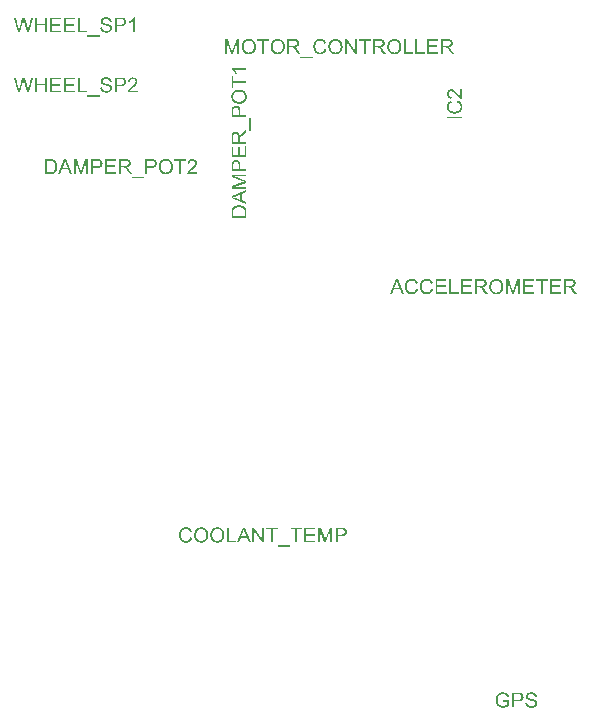
<source format=gbr>
%TF.GenerationSoftware,Altium Limited,Altium Designer,23.10.1 (27)*%
G04 Layer_Color=65535*
%FSLAX45Y45*%
%MOMM*%
%TF.SameCoordinates,A3D56C02-583D-4B85-B251-08F9BFB6D02B*%
%TF.FilePolarity,Positive*%
%TF.FileFunction,Legend,Top*%
%TF.Part,Single*%
G01*
G75*
G36*
X5444249Y6223000D02*
X5428193D01*
Y6328397D01*
X5391386Y6223000D01*
X5376423D01*
X5340053Y6330254D01*
Y6223000D01*
X5323997D01*
Y6348931D01*
X5349009D01*
X5378826Y6259698D01*
Y6259589D01*
X5379044Y6259152D01*
X5379263Y6258497D01*
X5379481Y6257623D01*
X5379809Y6256640D01*
X5380246Y6255438D01*
X5380683Y6254128D01*
X5381120Y6252708D01*
X5382103Y6249650D01*
X5383085Y6246592D01*
X5384068Y6243643D01*
X5384505Y6242223D01*
X5384833Y6241021D01*
Y6241131D01*
X5384942Y6241349D01*
X5385051Y6241786D01*
X5385270Y6242332D01*
X5385488Y6242987D01*
X5385816Y6243861D01*
X5386144Y6244953D01*
X5386471Y6246155D01*
X5386908Y6247465D01*
X5387454Y6248994D01*
X5388000Y6250633D01*
X5388656Y6252489D01*
X5389311Y6254455D01*
X5389966Y6256531D01*
X5390731Y6258824D01*
X5391605Y6261227D01*
X5421749Y6348931D01*
X5444249D01*
Y6223000D01*
D02*
G37*
G36*
X6329695Y6349259D02*
X6330897D01*
X6332426Y6349040D01*
X6334282Y6348822D01*
X6336248Y6348494D01*
X6338324Y6348166D01*
X6340617Y6347620D01*
X6342911Y6346965D01*
X6345314Y6346091D01*
X6347717Y6345108D01*
X6350119Y6344016D01*
X6352413Y6342596D01*
X6354597Y6341067D01*
X6356673Y6339320D01*
X6356782Y6339210D01*
X6357109Y6338883D01*
X6357656Y6338337D01*
X6358311Y6337572D01*
X6359185Y6336589D01*
X6360058Y6335388D01*
X6360932Y6333968D01*
X6362024Y6332439D01*
X6363007Y6330691D01*
X6363881Y6328834D01*
X6364864Y6326759D01*
X6365629Y6324575D01*
X6366284Y6322281D01*
X6366830Y6319769D01*
X6367158Y6317148D01*
X6367267Y6314417D01*
Y6314308D01*
Y6314090D01*
Y6313653D01*
Y6313107D01*
X6367158Y6312451D01*
Y6311578D01*
X6366830Y6309721D01*
X6366502Y6307427D01*
X6365956Y6304915D01*
X6365192Y6302185D01*
X6364100Y6299454D01*
Y6299345D01*
X6363990Y6299127D01*
X6363772Y6298690D01*
X6363553Y6298253D01*
X6363226Y6297488D01*
X6362789Y6296724D01*
X6362243Y6295850D01*
X6361697Y6294867D01*
X6360277Y6292573D01*
X6358529Y6289952D01*
X6356345Y6287112D01*
X6353833Y6284163D01*
X6353724Y6284054D01*
X6353505Y6283836D01*
X6353068Y6283290D01*
X6352522Y6282634D01*
X6351648Y6281870D01*
X6350665Y6280887D01*
X6349573Y6279685D01*
X6348263Y6278375D01*
X6346624Y6276846D01*
X6344877Y6275207D01*
X6343020Y6273351D01*
X6340836Y6271385D01*
X6338542Y6269310D01*
X6335921Y6267016D01*
X6333190Y6264613D01*
X6330132Y6261992D01*
X6330023Y6261883D01*
X6329477Y6261446D01*
X6328821Y6260900D01*
X6327839Y6260135D01*
X6326746Y6259152D01*
X6325545Y6258060D01*
X6324125Y6256858D01*
X6322705Y6255657D01*
X6319647Y6253036D01*
X6316698Y6250414D01*
X6315387Y6249213D01*
X6314077Y6248012D01*
X6313094Y6247029D01*
X6312220Y6246155D01*
X6312002Y6245936D01*
X6311565Y6245500D01*
X6310800Y6244626D01*
X6309926Y6243534D01*
X6308943Y6242332D01*
X6307851Y6240912D01*
X6306759Y6239383D01*
X6305776Y6237854D01*
X6367485D01*
Y6223000D01*
X6284260D01*
Y6223109D01*
Y6223219D01*
Y6223546D01*
Y6223983D01*
Y6225075D01*
X6284369Y6226386D01*
X6284587Y6228024D01*
X6284915Y6229881D01*
X6285352Y6231738D01*
X6286007Y6233704D01*
Y6233813D01*
X6286116Y6234141D01*
X6286335Y6234578D01*
X6286663Y6235124D01*
X6286990Y6235888D01*
X6287427Y6236871D01*
X6287864Y6237854D01*
X6288519Y6238946D01*
X6289830Y6241568D01*
X6291687Y6244298D01*
X6293762Y6247356D01*
X6296165Y6250414D01*
X6296274Y6250524D01*
X6296492Y6250742D01*
X6296929Y6251288D01*
X6297475Y6251834D01*
X6298240Y6252599D01*
X6299114Y6253582D01*
X6300097Y6254674D01*
X6301298Y6255875D01*
X6302718Y6257186D01*
X6304138Y6258606D01*
X6305885Y6260244D01*
X6307633Y6261883D01*
X6309599Y6263630D01*
X6311674Y6265487D01*
X6313968Y6267453D01*
X6316370Y6269419D01*
X6316480D01*
X6316589Y6269637D01*
X6317244Y6270183D01*
X6318336Y6271057D01*
X6319647Y6272258D01*
X6321395Y6273678D01*
X6323251Y6275317D01*
X6325326Y6277173D01*
X6327511Y6279139D01*
X6329804Y6281215D01*
X6332207Y6283399D01*
X6334501Y6285583D01*
X6336795Y6287877D01*
X6338870Y6290061D01*
X6340836Y6292246D01*
X6342583Y6294212D01*
X6344112Y6296178D01*
X6344222Y6296287D01*
X6344440Y6296615D01*
X6344768Y6297161D01*
X6345204Y6297816D01*
X6345751Y6298690D01*
X6346406Y6299782D01*
X6347061Y6300874D01*
X6347717Y6302185D01*
X6349027Y6305024D01*
X6350229Y6308192D01*
X6350665Y6309830D01*
X6350993Y6311468D01*
X6351212Y6313107D01*
X6351321Y6314745D01*
Y6314854D01*
Y6315182D01*
Y6315619D01*
X6351212Y6316274D01*
X6351102Y6317039D01*
X6350993Y6318022D01*
X6350775Y6319005D01*
X6350556Y6320097D01*
X6349683Y6322609D01*
X6349246Y6323810D01*
X6348590Y6325121D01*
X6347826Y6326432D01*
X6346952Y6327742D01*
X6345969Y6329053D01*
X6344768Y6330254D01*
X6344658Y6330364D01*
X6344440Y6330582D01*
X6344112Y6330800D01*
X6343566Y6331237D01*
X6342911Y6331674D01*
X6342146Y6332220D01*
X6341273Y6332876D01*
X6340180Y6333422D01*
X6338979Y6333968D01*
X6337668Y6334623D01*
X6336248Y6335169D01*
X6334719Y6335606D01*
X6333190Y6336043D01*
X6331443Y6336371D01*
X6329586Y6336480D01*
X6327620Y6336589D01*
X6326528D01*
X6325763Y6336480D01*
X6324890Y6336371D01*
X6323797Y6336261D01*
X6322487Y6336043D01*
X6321176Y6335715D01*
X6318336Y6334951D01*
X6316916Y6334405D01*
X6315387Y6333749D01*
X6313968Y6332985D01*
X6312548Y6332002D01*
X6311128Y6331019D01*
X6309817Y6329817D01*
X6309708Y6329708D01*
X6309490Y6329490D01*
X6309162Y6329162D01*
X6308834Y6328616D01*
X6308288Y6327851D01*
X6307742Y6327087D01*
X6307087Y6326104D01*
X6306541Y6325012D01*
X6305885Y6323701D01*
X6305230Y6322281D01*
X6304684Y6320752D01*
X6304247Y6319114D01*
X6303810Y6317366D01*
X6303482Y6315400D01*
X6303264Y6313434D01*
X6303155Y6311250D01*
X6287209Y6312888D01*
Y6313107D01*
X6287318Y6313653D01*
X6287427Y6314636D01*
X6287646Y6315837D01*
X6287864Y6317257D01*
X6288301Y6319005D01*
X6288738Y6320861D01*
X6289284Y6322937D01*
X6290048Y6325121D01*
X6290813Y6327305D01*
X6291796Y6329599D01*
X6292997Y6331783D01*
X6294308Y6334077D01*
X6295728Y6336152D01*
X6297475Y6338118D01*
X6299332Y6339975D01*
X6299441Y6340084D01*
X6299878Y6340412D01*
X6300424Y6340849D01*
X6301298Y6341395D01*
X6302390Y6342159D01*
X6303701Y6342924D01*
X6305230Y6343798D01*
X6306977Y6344671D01*
X6308834Y6345545D01*
X6311019Y6346419D01*
X6313421Y6347183D01*
X6315934Y6347948D01*
X6318664Y6348494D01*
X6321613Y6348931D01*
X6324671Y6349259D01*
X6327948Y6349368D01*
X6328712D01*
X6329695Y6349259D01*
D02*
G37*
G36*
X6275522Y6334077D02*
X6233800D01*
Y6223000D01*
X6217089D01*
Y6334077D01*
X6175586D01*
Y6348931D01*
X6275522D01*
Y6334077D01*
D02*
G37*
G36*
X5982594Y6348822D02*
X5985325D01*
X5988383Y6348603D01*
X5991550Y6348385D01*
X5994608Y6348166D01*
X5996028Y6347948D01*
X5997339Y6347729D01*
X5997448D01*
X5997776Y6347620D01*
X5998213Y6347511D01*
X5998868Y6347402D01*
X5999632Y6347183D01*
X6000615Y6346965D01*
X6002800Y6346419D01*
X6005203Y6345545D01*
X6007824Y6344562D01*
X6010445Y6343251D01*
X6012848Y6341722D01*
X6012957D01*
X6013176Y6341504D01*
X6013503Y6341286D01*
X6013940Y6340958D01*
X6015032Y6339975D01*
X6016452Y6338664D01*
X6018091Y6336917D01*
X6019838Y6334842D01*
X6021476Y6332329D01*
X6023005Y6329599D01*
Y6329490D01*
X6023224Y6329271D01*
X6023333Y6328834D01*
X6023661Y6328288D01*
X6023879Y6327524D01*
X6024207Y6326650D01*
X6024644Y6325667D01*
X6024971Y6324575D01*
X6025299Y6323373D01*
X6025736Y6322063D01*
X6026282Y6319114D01*
X6026719Y6315837D01*
X6026937Y6312451D01*
Y6312233D01*
Y6311796D01*
X6026828Y6310922D01*
Y6309721D01*
X6026610Y6308410D01*
X6026391Y6306772D01*
X6026064Y6305024D01*
X6025627Y6303059D01*
X6025081Y6300983D01*
X6024425Y6298799D01*
X6023552Y6296505D01*
X6022569Y6294212D01*
X6021476Y6291918D01*
X6020057Y6289624D01*
X6018527Y6287440D01*
X6016671Y6285256D01*
X6016562Y6285146D01*
X6016234Y6284819D01*
X6015579Y6284273D01*
X6014705Y6283508D01*
X6013503Y6282744D01*
X6011974Y6281761D01*
X6010227Y6280778D01*
X6008152Y6279795D01*
X6005858Y6278702D01*
X6003127Y6277719D01*
X6000069Y6276736D01*
X5996683Y6275972D01*
X5992970Y6275207D01*
X5988929Y6274661D01*
X5984451Y6274334D01*
X5979645Y6274224D01*
X5947425D01*
Y6223000D01*
X5930715D01*
Y6348931D01*
X5981393D01*
X5982594Y6348822D01*
D02*
G37*
G36*
X5766120Y6348821D02*
X5767758Y6348712D01*
X5769506Y6348603D01*
X5771472Y6348494D01*
X5775622Y6348057D01*
X5779882Y6347511D01*
X5781957Y6347074D01*
X5783923Y6346637D01*
X5785780Y6346091D01*
X5787527Y6345436D01*
X5787636D01*
X5787964Y6345326D01*
X5788401Y6345108D01*
X5788947Y6344780D01*
X5789712Y6344343D01*
X5790585Y6343907D01*
X5792551Y6342705D01*
X5794736Y6341067D01*
X5795937Y6340084D01*
X5797139Y6338992D01*
X5798231Y6337790D01*
X5799432Y6336370D01*
X5800524Y6334950D01*
X5801507Y6333421D01*
X5801617Y6333312D01*
X5801726Y6332985D01*
X5801944Y6332548D01*
X5802381Y6331892D01*
X5802709Y6331128D01*
X5803146Y6330145D01*
X5803692Y6329053D01*
X5804129Y6327851D01*
X5804675Y6326541D01*
X5805112Y6325121D01*
X5805985Y6321844D01*
X5806531Y6318349D01*
X5806641Y6316493D01*
X5806750Y6314527D01*
Y6314417D01*
Y6313981D01*
Y6313216D01*
X5806641Y6312342D01*
X5806531Y6311141D01*
X5806313Y6309830D01*
X5805985Y6308301D01*
X5805658Y6306663D01*
X5805221Y6305024D01*
X5804675Y6303167D01*
X5803910Y6301311D01*
X5803036Y6299345D01*
X5802053Y6297488D01*
X5800852Y6295522D01*
X5799541Y6293665D01*
X5798012Y6291918D01*
X5797903Y6291809D01*
X5797575Y6291481D01*
X5797139Y6291044D01*
X5796374Y6290498D01*
X5795500Y6289733D01*
X5794299Y6288860D01*
X5792988Y6287986D01*
X5791459Y6287003D01*
X5789712Y6286020D01*
X5787746Y6285037D01*
X5785452Y6284054D01*
X5783049Y6283180D01*
X5780428Y6282306D01*
X5777588Y6281542D01*
X5774530Y6280887D01*
X5771253Y6280340D01*
X5771363D01*
X5771581Y6280231D01*
X5771909Y6280013D01*
X5772346Y6279794D01*
X5773547Y6279139D01*
X5774967Y6278375D01*
X5776605Y6277392D01*
X5778353Y6276299D01*
X5779882Y6275207D01*
X5781302Y6274006D01*
X5781411Y6273897D01*
X5781629Y6273678D01*
X5782066Y6273350D01*
X5782503Y6272804D01*
X5783158Y6272149D01*
X5783923Y6271384D01*
X5784797Y6270511D01*
X5785780Y6269418D01*
X5786763Y6268217D01*
X5787855Y6267016D01*
X5790148Y6264176D01*
X5792660Y6260899D01*
X5795063Y6257295D01*
X5816907Y6223000D01*
X5796046Y6223000D01*
X5779445Y6249213D01*
X5779336Y6249322D01*
X5779117Y6249759D01*
X5778790Y6250305D01*
X5778243Y6251070D01*
X5777588Y6252053D01*
X5776933Y6253145D01*
X5776059Y6254346D01*
X5775185Y6255548D01*
X5773329Y6258387D01*
X5771253Y6261227D01*
X5769287Y6263958D01*
X5768304Y6265268D01*
X5767431Y6266470D01*
Y6266579D01*
X5767212Y6266688D01*
X5766994Y6267016D01*
X5766666Y6267453D01*
X5765792Y6268545D01*
X5764591Y6269855D01*
X5763280Y6271166D01*
X5761860Y6272586D01*
X5760331Y6273897D01*
X5758912Y6274879D01*
X5758802Y6274989D01*
X5758256Y6275316D01*
X5757492Y6275644D01*
X5756618Y6276190D01*
X5755416Y6276736D01*
X5754215Y6277282D01*
X5752795Y6277828D01*
X5751375Y6278265D01*
X5751266D01*
X5750829Y6278375D01*
X5750174Y6278484D01*
X5749191Y6278593D01*
X5747880Y6278702D01*
X5746242Y6278811D01*
X5744385Y6278921D01*
X5722869D01*
Y6223000D01*
X5706158D01*
Y6348931D01*
X5764700D01*
X5766120Y6348821D01*
D02*
G37*
G36*
X5679836Y6334077D02*
X5605457D01*
Y6295631D01*
X5675140D01*
Y6280777D01*
X5605457D01*
Y6237854D01*
X5682785D01*
Y6223000D01*
X5588747D01*
Y6348931D01*
X5679836D01*
Y6334077D01*
D02*
G37*
G36*
X5522887Y6348821D02*
X5525618D01*
X5528676Y6348603D01*
X5531843Y6348385D01*
X5534901Y6348166D01*
X5536321Y6347948D01*
X5537632Y6347729D01*
X5537741D01*
X5538069Y6347620D01*
X5538506Y6347511D01*
X5539161Y6347402D01*
X5539925Y6347183D01*
X5540908Y6346965D01*
X5543093Y6346419D01*
X5545496Y6345545D01*
X5548117Y6344562D01*
X5550738Y6343251D01*
X5553141Y6341722D01*
X5553250D01*
X5553469Y6341504D01*
X5553796Y6341285D01*
X5554233Y6340958D01*
X5555325Y6339975D01*
X5556745Y6338664D01*
X5558384Y6336916D01*
X5560131Y6334841D01*
X5561769Y6332329D01*
X5563298Y6329599D01*
Y6329489D01*
X5563517Y6329271D01*
X5563626Y6328834D01*
X5563954Y6328288D01*
X5564172Y6327524D01*
X5564500Y6326650D01*
X5564937Y6325667D01*
X5565264Y6324575D01*
X5565592Y6323373D01*
X5566029Y6322063D01*
X5566575Y6319114D01*
X5567012Y6315837D01*
X5567230Y6312451D01*
Y6312233D01*
Y6311796D01*
X5567121Y6310922D01*
Y6309721D01*
X5566903Y6308410D01*
X5566684Y6306772D01*
X5566357Y6305024D01*
X5565920Y6303058D01*
X5565374Y6300983D01*
X5564718Y6298799D01*
X5563845Y6296505D01*
X5562862Y6294211D01*
X5561769Y6291918D01*
X5560350Y6289624D01*
X5558820Y6287440D01*
X5556964Y6285255D01*
X5556855Y6285146D01*
X5556527Y6284819D01*
X5555872Y6284272D01*
X5554998Y6283508D01*
X5553796Y6282743D01*
X5552267Y6281760D01*
X5550520Y6280777D01*
X5548445Y6279794D01*
X5546151Y6278702D01*
X5543420Y6277719D01*
X5540362Y6276736D01*
X5536976Y6275972D01*
X5533263Y6275207D01*
X5529222Y6274661D01*
X5524744Y6274333D01*
X5519938Y6274224D01*
X5487718D01*
Y6223000D01*
X5471008D01*
Y6348931D01*
X5521686D01*
X5522887Y6348821D01*
D02*
G37*
G36*
X5311000Y6223000D02*
X5292105D01*
X5277579Y6261118D01*
X5224607D01*
X5210955Y6223000D01*
X5193370D01*
X5241646Y6348931D01*
X5259558D01*
X5311000Y6223000D01*
D02*
G37*
G36*
X5128384Y6348821D02*
X5129914D01*
X5131661Y6348712D01*
X5135265Y6348494D01*
X5138979Y6348166D01*
X5142583Y6347729D01*
X5144221Y6347402D01*
X5145750Y6347074D01*
X5145860D01*
X5146187Y6346965D01*
X5146843Y6346855D01*
X5147607Y6346637D01*
X5148481Y6346309D01*
X5149573Y6345982D01*
X5150775Y6345545D01*
X5152085Y6344999D01*
X5155034Y6343797D01*
X5158092Y6342159D01*
X5161260Y6340302D01*
X5164209Y6338009D01*
X5164318Y6337899D01*
X5164645Y6337572D01*
X5165192Y6337135D01*
X5165847Y6336480D01*
X5166721Y6335715D01*
X5167594Y6334623D01*
X5168687Y6333531D01*
X5169779Y6332220D01*
X5170980Y6330691D01*
X5172182Y6329053D01*
X5173492Y6327305D01*
X5174694Y6325339D01*
X5175895Y6323373D01*
X5176987Y6321189D01*
X5178080Y6318895D01*
X5179063Y6316492D01*
X5179172Y6316383D01*
X5179281Y6315946D01*
X5179499Y6315182D01*
X5179827Y6314199D01*
X5180264Y6312888D01*
X5180701Y6311468D01*
X5181138Y6309721D01*
X5181575Y6307864D01*
X5182011Y6305680D01*
X5182448Y6303386D01*
X5182885Y6300983D01*
X5183322Y6298362D01*
X5183650Y6295631D01*
X5183868Y6292682D01*
X5184087Y6289624D01*
Y6286566D01*
Y6286457D01*
Y6285911D01*
Y6285146D01*
Y6284163D01*
X5183977Y6282962D01*
X5183868Y6281433D01*
X5183759Y6279794D01*
X5183650Y6278047D01*
X5183541Y6276081D01*
X5183213Y6274115D01*
X5182667Y6269746D01*
X5181793Y6265377D01*
X5180701Y6261118D01*
Y6261009D01*
X5180592Y6260681D01*
X5180373Y6260026D01*
X5180046Y6259261D01*
X5179718Y6258387D01*
X5179390Y6257295D01*
X5178844Y6255984D01*
X5178407Y6254674D01*
X5177097Y6251834D01*
X5175677Y6248776D01*
X5173929Y6245609D01*
X5172072Y6242769D01*
X5171963Y6242660D01*
X5171854Y6242441D01*
X5171526Y6242113D01*
X5171199Y6241567D01*
X5170106Y6240257D01*
X5168687Y6238618D01*
X5166939Y6236871D01*
X5164973Y6234905D01*
X5162898Y6233048D01*
X5160604Y6231410D01*
X5160495D01*
X5160277Y6231191D01*
X5159949Y6230973D01*
X5159512Y6230755D01*
X5158857Y6230427D01*
X5158202Y6229990D01*
X5157328Y6229553D01*
X5156345Y6229116D01*
X5154160Y6228024D01*
X5151648Y6227041D01*
X5148699Y6225949D01*
X5145532Y6225075D01*
X5145423D01*
X5145095Y6224966D01*
X5144658Y6224857D01*
X5144003Y6224748D01*
X5143129Y6224638D01*
X5142146Y6224420D01*
X5141054Y6224201D01*
X5139743Y6224092D01*
X5138323Y6223874D01*
X5136794Y6223655D01*
X5135047Y6223437D01*
X5133299Y6223328D01*
X5129477Y6223109D01*
X5125326Y6223000D01*
X5080000D01*
Y6348931D01*
X5126965D01*
X5128384Y6348821D01*
D02*
G37*
G36*
X6106340Y6351006D02*
X6107869Y6350897D01*
X6109617Y6350678D01*
X6111692Y6350460D01*
X6113877Y6350023D01*
X6116279Y6349586D01*
X6118791Y6349040D01*
X6121413Y6348385D01*
X6124034Y6347620D01*
X6126764Y6346637D01*
X6129495Y6345436D01*
X6132225Y6344234D01*
X6134847Y6342705D01*
X6134956Y6342596D01*
X6135502Y6342268D01*
X6136157Y6341832D01*
X6137140Y6341176D01*
X6138342Y6340303D01*
X6139652Y6339320D01*
X6141182Y6338118D01*
X6142711Y6336698D01*
X6144458Y6335169D01*
X6146206Y6333422D01*
X6147953Y6331456D01*
X6149701Y6329381D01*
X6151448Y6327196D01*
X6153087Y6324793D01*
X6154725Y6322172D01*
X6156145Y6319442D01*
X6156254Y6319223D01*
X6156472Y6318786D01*
X6156800Y6317912D01*
X6157346Y6316820D01*
X6157892Y6315400D01*
X6158548Y6313762D01*
X6159203Y6311796D01*
X6159858Y6309721D01*
X6160513Y6307318D01*
X6161278Y6304697D01*
X6161824Y6301966D01*
X6162370Y6299017D01*
X6162916Y6295850D01*
X6163244Y6292683D01*
X6163462Y6289297D01*
X6163572Y6285802D01*
Y6285583D01*
Y6284928D01*
Y6283945D01*
X6163462Y6282525D01*
X6163353Y6280887D01*
X6163135Y6278921D01*
X6162916Y6276736D01*
X6162589Y6274334D01*
X6162152Y6271712D01*
X6161715Y6268982D01*
X6161060Y6266142D01*
X6160295Y6263193D01*
X6159421Y6260244D01*
X6158329Y6257295D01*
X6157237Y6254346D01*
X6155817Y6251507D01*
X6155708Y6251288D01*
X6155489Y6250851D01*
X6155052Y6250087D01*
X6154397Y6248995D01*
X6153633Y6247793D01*
X6152650Y6246373D01*
X6151448Y6244735D01*
X6150138Y6242988D01*
X6148718Y6241240D01*
X6147079Y6239274D01*
X6145223Y6237417D01*
X6143257Y6235561D01*
X6141182Y6233704D01*
X6138888Y6231847D01*
X6136485Y6230209D01*
X6133864Y6228680D01*
X6133755Y6228570D01*
X6133208Y6228352D01*
X6132444Y6227915D01*
X6131352Y6227478D01*
X6130041Y6226932D01*
X6128512Y6226277D01*
X6126764Y6225512D01*
X6124689Y6224857D01*
X6122505Y6224092D01*
X6120211Y6223328D01*
X6117590Y6222673D01*
X6114969Y6222126D01*
X6112238Y6221690D01*
X6109289Y6221253D01*
X6106340Y6221034D01*
X6103282Y6220925D01*
X6102518D01*
X6101535Y6221034D01*
X6100333D01*
X6098695Y6221144D01*
X6096947Y6221362D01*
X6094872Y6221690D01*
X6092688Y6222017D01*
X6090285Y6222454D01*
X6087664Y6223000D01*
X6085042Y6223656D01*
X6082421Y6224529D01*
X6079581Y6225512D01*
X6076851Y6226605D01*
X6074120Y6227915D01*
X6071499Y6229444D01*
X6071390Y6229553D01*
X6070844Y6229881D01*
X6070189Y6230318D01*
X6069206Y6231083D01*
X6068004Y6231956D01*
X6066693Y6232939D01*
X6065164Y6234250D01*
X6063635Y6235670D01*
X6061888Y6237199D01*
X6060140Y6238946D01*
X6058393Y6240912D01*
X6056645Y6242988D01*
X6054898Y6245281D01*
X6053259Y6247684D01*
X6051730Y6250196D01*
X6050310Y6252927D01*
X6050201Y6253145D01*
X6049983Y6253582D01*
X6049655Y6254456D01*
X6049218Y6255548D01*
X6048672Y6256858D01*
X6048017Y6258497D01*
X6047362Y6260353D01*
X6046706Y6262429D01*
X6046051Y6264722D01*
X6045396Y6267125D01*
X6044740Y6269746D01*
X6044194Y6272368D01*
X6043757Y6275207D01*
X6043430Y6278156D01*
X6043211Y6281215D01*
X6043102Y6284273D01*
Y6284382D01*
Y6284600D01*
Y6285037D01*
Y6285693D01*
X6043211Y6286348D01*
Y6287331D01*
X6043320Y6288314D01*
Y6289406D01*
X6043430Y6290717D01*
X6043648Y6292137D01*
X6043976Y6295085D01*
X6044522Y6298471D01*
X6045177Y6302185D01*
X6046051Y6306007D01*
X6047252Y6310049D01*
X6048563Y6314090D01*
X6050201Y6318240D01*
X6052167Y6322172D01*
X6054352Y6326104D01*
X6056973Y6329817D01*
X6059922Y6333312D01*
X6060140Y6333531D01*
X6060686Y6334077D01*
X6061669Y6334951D01*
X6062980Y6336152D01*
X6064618Y6337463D01*
X6066693Y6338992D01*
X6068987Y6340521D01*
X6071718Y6342268D01*
X6074667Y6343907D01*
X6077943Y6345436D01*
X6081547Y6346965D01*
X6085370Y6348385D01*
X6089520Y6349477D01*
X6093889Y6350351D01*
X6098477Y6350897D01*
X6103391Y6351115D01*
X6105139D01*
X6106340Y6351006D01*
D02*
G37*
G36*
X5919028Y6188050D02*
X5816689D01*
Y6199190D01*
X5919028D01*
Y6188050D01*
D02*
G37*
G36*
X9198856Y1833981D02*
X9200058D01*
X9201478Y1833871D01*
X9203116Y1833762D01*
X9204863Y1833544D01*
X9206720Y1833325D01*
X9208686Y1832998D01*
X9212837Y1832124D01*
X9217096Y1831032D01*
X9221246Y1829503D01*
X9221356D01*
X9221683Y1829284D01*
X9222229Y1829066D01*
X9222994Y1828629D01*
X9223868Y1828192D01*
X9224960Y1827646D01*
X9226052Y1826991D01*
X9227363Y1826117D01*
X9229984Y1824260D01*
X9232715Y1821966D01*
X9235336Y1819345D01*
X9236646Y1817816D01*
X9237739Y1816178D01*
X9237848Y1816069D01*
X9237957Y1815741D01*
X9238285Y1815304D01*
X9238612Y1814649D01*
X9239049Y1813775D01*
X9239595Y1812792D01*
X9240142Y1811700D01*
X9240688Y1810389D01*
X9241234Y1809078D01*
X9241780Y1807549D01*
X9242326Y1805911D01*
X9242763Y1804164D01*
X9243527Y1800450D01*
X9243855Y1798484D01*
X9243964Y1796409D01*
X9228018Y1795207D01*
Y1795317D01*
X9227909Y1795754D01*
X9227800Y1796300D01*
X9227690Y1797173D01*
X9227472Y1798156D01*
X9227254Y1799249D01*
X9226817Y1800559D01*
X9226380Y1801979D01*
X9225288Y1804819D01*
X9224523Y1806348D01*
X9223759Y1807877D01*
X9222776Y1809297D01*
X9221683Y1810717D01*
X9220482Y1812027D01*
X9219171Y1813229D01*
X9219062Y1813338D01*
X9218844Y1813447D01*
X9218407Y1813775D01*
X9217751Y1814212D01*
X9216987Y1814649D01*
X9216113Y1815195D01*
X9214912Y1815741D01*
X9213601Y1816287D01*
X9212181Y1816833D01*
X9210543Y1817379D01*
X9208795Y1817925D01*
X9206829Y1818362D01*
X9204645Y1818799D01*
X9202351Y1819127D01*
X9199839Y1819236D01*
X9197218Y1819345D01*
X9195798D01*
X9194706Y1819236D01*
X9193505Y1819127D01*
X9192085Y1819017D01*
X9190446Y1818908D01*
X9188808Y1818690D01*
X9185095Y1818034D01*
X9181490Y1817051D01*
X9179743Y1816396D01*
X9177995Y1815632D01*
X9176466Y1814758D01*
X9175046Y1813775D01*
X9174937Y1813666D01*
X9174719Y1813556D01*
X9174391Y1813229D01*
X9173954Y1812792D01*
X9173408Y1812246D01*
X9172862Y1811590D01*
X9171661Y1810061D01*
X9170350Y1808095D01*
X9169258Y1805802D01*
X9168821Y1804491D01*
X9168493Y1803181D01*
X9168275Y1801761D01*
X9168166Y1800341D01*
Y1800232D01*
Y1800013D01*
Y1799686D01*
X9168275Y1799249D01*
X9168384Y1797938D01*
X9168821Y1796409D01*
X9169367Y1794661D01*
X9170241Y1792805D01*
X9171442Y1790948D01*
X9172207Y1790074D01*
X9173080Y1789200D01*
X9173190D01*
X9173299Y1788982D01*
X9173627Y1788764D01*
X9174173Y1788436D01*
X9174828Y1787999D01*
X9175702Y1787562D01*
X9176794Y1787016D01*
X9177995Y1786470D01*
X9179524Y1785815D01*
X9181381Y1785050D01*
X9183347Y1784395D01*
X9185750Y1783630D01*
X9188371Y1782756D01*
X9191320Y1781992D01*
X9194597Y1781118D01*
X9198201Y1780244D01*
X9198419D01*
X9199075Y1780026D01*
X9200167Y1779807D01*
X9201478Y1779480D01*
X9203225Y1779043D01*
X9205082Y1778606D01*
X9207157Y1778060D01*
X9209341Y1777514D01*
X9214038Y1776312D01*
X9218625Y1775002D01*
X9220810Y1774237D01*
X9222885Y1773582D01*
X9224742Y1772927D01*
X9226271Y1772271D01*
X9226380Y1772162D01*
X9226707Y1772053D01*
X9227363Y1771725D01*
X9228018Y1771398D01*
X9229001Y1770851D01*
X9229984Y1770196D01*
X9231185Y1769541D01*
X9232387Y1768776D01*
X9235008Y1766920D01*
X9237739Y1764626D01*
X9240251Y1762114D01*
X9241343Y1760803D01*
X9242435Y1759383D01*
X9242544Y1759274D01*
X9242654Y1759056D01*
X9242981Y1758619D01*
X9243309Y1757963D01*
X9243637Y1757308D01*
X9244183Y1756434D01*
X9244620Y1755342D01*
X9245166Y1754250D01*
X9245603Y1752939D01*
X9246149Y1751629D01*
X9246913Y1748571D01*
X9247568Y1745185D01*
X9247678Y1743328D01*
X9247787Y1741471D01*
Y1741362D01*
Y1741034D01*
Y1740488D01*
X9247678Y1739724D01*
X9247568Y1738850D01*
X9247459Y1737867D01*
X9247350Y1736666D01*
X9247022Y1735355D01*
X9246367Y1732406D01*
X9245384Y1729239D01*
X9244729Y1727600D01*
X9243964Y1725962D01*
X9242981Y1724214D01*
X9241998Y1722576D01*
X9241889Y1722467D01*
X9241780Y1722139D01*
X9241343Y1721702D01*
X9240906Y1721156D01*
X9240360Y1720392D01*
X9239595Y1719518D01*
X9238722Y1718535D01*
X9237739Y1717552D01*
X9236646Y1716460D01*
X9235445Y1715368D01*
X9234025Y1714166D01*
X9232605Y1713074D01*
X9230967Y1711873D01*
X9229220Y1710780D01*
X9227363Y1709797D01*
X9225397Y1708814D01*
X9225288D01*
X9224960Y1708596D01*
X9224305Y1708378D01*
X9223540Y1708050D01*
X9222448Y1707722D01*
X9221246Y1707285D01*
X9219827Y1706849D01*
X9218298Y1706412D01*
X9216550Y1705866D01*
X9214693Y1705429D01*
X9212727Y1704992D01*
X9210652Y1704664D01*
X9208359Y1704336D01*
X9206065Y1704118D01*
X9203662Y1704009D01*
X9201150Y1703900D01*
X9199512D01*
X9198310Y1704009D01*
X9196781D01*
X9195143Y1704118D01*
X9193177Y1704336D01*
X9191102Y1704555D01*
X9188917Y1704773D01*
X9186624Y1705101D01*
X9181818Y1705975D01*
X9177012Y1707176D01*
X9174610Y1707941D01*
X9172425Y1708814D01*
X9172316Y1708924D01*
X9171879Y1709033D01*
X9171333Y1709361D01*
X9170568Y1709797D01*
X9169585Y1710234D01*
X9168384Y1710890D01*
X9167183Y1711654D01*
X9165872Y1712528D01*
X9164343Y1713620D01*
X9162923Y1714712D01*
X9161394Y1715914D01*
X9159865Y1717224D01*
X9158445Y1718753D01*
X9156916Y1720283D01*
X9155605Y1721921D01*
X9154295Y1723778D01*
X9154185Y1723887D01*
X9153967Y1724214D01*
X9153639Y1724761D01*
X9153312Y1725525D01*
X9152766Y1726508D01*
X9152219Y1727600D01*
X9151564Y1728911D01*
X9151018Y1730440D01*
X9150363Y1731969D01*
X9149707Y1733717D01*
X9149161Y1735573D01*
X9148615Y1737649D01*
X9147851Y1741908D01*
X9147523Y1744202D01*
X9147414Y1746495D01*
X9163141Y1747915D01*
Y1747806D01*
X9163251Y1747478D01*
Y1747041D01*
X9163360Y1746386D01*
X9163469Y1745512D01*
X9163688Y1744639D01*
X9163906Y1743546D01*
X9164234Y1742454D01*
X9164889Y1739942D01*
X9165763Y1737321D01*
X9166855Y1734700D01*
X9168275Y1732297D01*
Y1732188D01*
X9168493Y1732078D01*
X9168712Y1731751D01*
X9169039Y1731314D01*
X9170022Y1730222D01*
X9171442Y1728802D01*
X9173190Y1727163D01*
X9175374Y1725525D01*
X9177995Y1723996D01*
X9180944Y1722467D01*
X9181054D01*
X9181381Y1722358D01*
X9181818Y1722139D01*
X9182473Y1721921D01*
X9183238Y1721593D01*
X9184221Y1721266D01*
X9185313Y1720938D01*
X9186624Y1720610D01*
X9188044Y1720283D01*
X9189463Y1719955D01*
X9192740Y1719300D01*
X9196454Y1718863D01*
X9200385Y1718753D01*
X9202024D01*
X9202788Y1718863D01*
X9203771D01*
X9204863Y1718972D01*
X9206065Y1719081D01*
X9208686Y1719409D01*
X9211526Y1719955D01*
X9214366Y1720610D01*
X9217205Y1721593D01*
X9217315D01*
X9217533Y1721702D01*
X9217861Y1721921D01*
X9218407Y1722139D01*
X9219717Y1722795D01*
X9221356Y1723668D01*
X9223103Y1724761D01*
X9224851Y1726071D01*
X9226598Y1727600D01*
X9228127Y1729348D01*
Y1729457D01*
X9228237Y1729566D01*
X9228673Y1730222D01*
X9229220Y1731205D01*
X9229984Y1732515D01*
X9230639Y1734154D01*
X9231185Y1736010D01*
X9231622Y1737976D01*
X9231732Y1740161D01*
Y1740270D01*
Y1740379D01*
Y1740707D01*
Y1741144D01*
X9231513Y1742236D01*
X9231295Y1743656D01*
X9230858Y1745294D01*
X9230312Y1746932D01*
X9229438Y1748789D01*
X9228237Y1750427D01*
X9228127Y1750646D01*
X9227581Y1751192D01*
X9226707Y1751956D01*
X9225506Y1753049D01*
X9223977Y1754250D01*
X9222011Y1755451D01*
X9219608Y1756653D01*
X9216878Y1757854D01*
X9216768D01*
X9216659Y1757963D01*
X9216332Y1758073D01*
X9215785Y1758182D01*
X9215130Y1758400D01*
X9214366Y1758728D01*
X9213383Y1759056D01*
X9212181Y1759383D01*
X9210761Y1759711D01*
X9209123Y1760257D01*
X9207266Y1760694D01*
X9205191Y1761240D01*
X9202898Y1761895D01*
X9200276Y1762551D01*
X9197437Y1763206D01*
X9194269Y1763971D01*
X9194051D01*
X9193505Y1764189D01*
X9192631Y1764407D01*
X9191429Y1764735D01*
X9190010Y1765063D01*
X9188371Y1765500D01*
X9186624Y1766046D01*
X9184767Y1766592D01*
X9180726Y1767793D01*
X9176685Y1769104D01*
X9174719Y1769759D01*
X9172971Y1770415D01*
X9171333Y1771179D01*
X9169913Y1771834D01*
X9169804Y1771944D01*
X9169476Y1772053D01*
X9169039Y1772381D01*
X9168493Y1772708D01*
X9167729Y1773145D01*
X9166855Y1773691D01*
X9164889Y1775111D01*
X9162705Y1776859D01*
X9160520Y1778824D01*
X9158336Y1781118D01*
X9156479Y1783630D01*
Y1783739D01*
X9156261Y1783958D01*
X9156042Y1784285D01*
X9155824Y1784832D01*
X9155496Y1785487D01*
X9155059Y1786251D01*
X9154731Y1787234D01*
X9154295Y1788217D01*
X9153530Y1790511D01*
X9152766Y1793132D01*
X9152329Y1796081D01*
X9152110Y1799249D01*
Y1799358D01*
Y1799686D01*
Y1800232D01*
X9152219Y1800887D01*
X9152329Y1801761D01*
X9152438Y1802744D01*
X9152547Y1803836D01*
X9152766Y1805147D01*
X9153421Y1807877D01*
X9154404Y1810826D01*
X9154950Y1812464D01*
X9155714Y1813993D01*
X9156479Y1815632D01*
X9157462Y1817161D01*
X9157571Y1817270D01*
X9157680Y1817488D01*
X9158008Y1817925D01*
X9158445Y1818581D01*
X9159100Y1819236D01*
X9159756Y1820000D01*
X9160520Y1820874D01*
X9161503Y1821857D01*
X9162595Y1822840D01*
X9163688Y1823932D01*
X9164998Y1824915D01*
X9166418Y1826008D01*
X9167947Y1826991D01*
X9169695Y1827973D01*
X9171442Y1828847D01*
X9173299Y1829721D01*
X9173408D01*
X9173736Y1829939D01*
X9174391Y1830158D01*
X9175156Y1830376D01*
X9176139Y1830704D01*
X9177340Y1831141D01*
X9178651Y1831469D01*
X9180180Y1831905D01*
X9181818Y1832342D01*
X9183566Y1832670D01*
X9185422Y1833107D01*
X9187498Y1833434D01*
X9191866Y1833871D01*
X9196454Y1834090D01*
X9197873D01*
X9198856Y1833981D01*
D02*
G37*
G36*
X8959992D02*
X8961194D01*
X8962614Y1833871D01*
X8964143Y1833762D01*
X8965890Y1833544D01*
X8967747Y1833325D01*
X8969713Y1832998D01*
X8973863Y1832233D01*
X8978123Y1831141D01*
X8982382Y1829612D01*
X8982492D01*
X8982819Y1829393D01*
X8983475Y1829175D01*
X8984239Y1828738D01*
X8985113Y1828301D01*
X8986205Y1827755D01*
X8987406Y1827100D01*
X8988717Y1826335D01*
X8991448Y1824588D01*
X8994287Y1822512D01*
X8997127Y1820000D01*
X8998438Y1818581D01*
X8999639Y1817161D01*
X8999748Y1817051D01*
X8999967Y1816833D01*
X9000185Y1816396D01*
X9000622Y1815741D01*
X9001168Y1814976D01*
X9001824Y1813993D01*
X9002479Y1812901D01*
X9003134Y1811700D01*
X9003899Y1810280D01*
X9004663Y1808642D01*
X9005537Y1807003D01*
X9006302Y1805147D01*
X9007066Y1803181D01*
X9007831Y1801105D01*
X9008486Y1798921D01*
X9009141Y1796627D01*
X8994178Y1792477D01*
Y1792586D01*
X8994069Y1792914D01*
X8993850Y1793351D01*
X8993632Y1794115D01*
X8993414Y1794880D01*
X8993086Y1795863D01*
X8992212Y1797938D01*
X8991229Y1800341D01*
X8990028Y1802853D01*
X8988608Y1805365D01*
X8987079Y1807549D01*
Y1807659D01*
X8986860Y1807768D01*
X8986314Y1808423D01*
X8985331Y1809515D01*
X8984021Y1810717D01*
X8982273Y1812137D01*
X8980307Y1813666D01*
X8977795Y1815086D01*
X8975065Y1816396D01*
X8974955D01*
X8974737Y1816505D01*
X8974300Y1816724D01*
X8973754Y1816942D01*
X8972989Y1817161D01*
X8972116Y1817488D01*
X8971133Y1817816D01*
X8970040Y1818144D01*
X8968730Y1818362D01*
X8967419Y1818690D01*
X8964470Y1819236D01*
X8961194Y1819673D01*
X8957699Y1819782D01*
X8955842D01*
X8954859Y1819673D01*
X8953657Y1819564D01*
X8952347Y1819454D01*
X8950927Y1819345D01*
X8947869Y1818908D01*
X8944592Y1818362D01*
X8941206Y1817488D01*
X8937930Y1816287D01*
X8937821D01*
X8937602Y1816178D01*
X8937165Y1815959D01*
X8936510Y1815632D01*
X8935855Y1815304D01*
X8935090Y1814867D01*
X8933124Y1813884D01*
X8931049Y1812464D01*
X8928755Y1810935D01*
X8926571Y1809188D01*
X8924496Y1807112D01*
Y1807003D01*
X8924277Y1806894D01*
X8924059Y1806566D01*
X8923622Y1806129D01*
X8922748Y1804928D01*
X8921656Y1803399D01*
X8920345Y1801542D01*
X8919035Y1799467D01*
X8917833Y1797173D01*
X8916632Y1794661D01*
Y1794552D01*
X8916413Y1794115D01*
X8916195Y1793460D01*
X8915867Y1792586D01*
X8915540Y1791494D01*
X8915103Y1790293D01*
X8914666Y1788764D01*
X8914229Y1787125D01*
X8913792Y1785268D01*
X8913355Y1783303D01*
X8912918Y1781227D01*
X8912591Y1779043D01*
X8912045Y1774346D01*
X8911935Y1771834D01*
X8911826Y1769322D01*
Y1769104D01*
Y1768558D01*
Y1767684D01*
X8911935Y1766483D01*
X8912045Y1765063D01*
X8912154Y1763424D01*
X8912263Y1761568D01*
X8912591Y1759493D01*
X8912809Y1757308D01*
X8913246Y1755015D01*
X8914229Y1750318D01*
X8914884Y1747915D01*
X8915758Y1745622D01*
X8916632Y1743328D01*
X8917615Y1741144D01*
X8917724Y1741034D01*
X8917943Y1740707D01*
X8918270Y1740051D01*
X8918707Y1739287D01*
X8919253Y1738413D01*
X8920018Y1737321D01*
X8920891Y1736119D01*
X8921874Y1734809D01*
X8922967Y1733498D01*
X8924277Y1732078D01*
X8925697Y1730768D01*
X8927117Y1729348D01*
X8928755Y1728037D01*
X8930503Y1726727D01*
X8932469Y1725525D01*
X8934435Y1724433D01*
X8934544Y1724324D01*
X8934981Y1724214D01*
X8935527Y1723887D01*
X8936401Y1723559D01*
X8937384Y1723122D01*
X8938585Y1722685D01*
X8940005Y1722249D01*
X8941534Y1721702D01*
X8943282Y1721156D01*
X8945138Y1720719D01*
X8946995Y1720283D01*
X8949070Y1719846D01*
X8953439Y1719190D01*
X8955733Y1719081D01*
X8958026Y1718972D01*
X8959118D01*
X8959883Y1719081D01*
X8960866D01*
X8961958Y1719190D01*
X8963269Y1719300D01*
X8964689Y1719518D01*
X8966218Y1719736D01*
X8967965Y1719955D01*
X8971460Y1720719D01*
X8975283Y1721702D01*
X8979106Y1723122D01*
X8979215D01*
X8979543Y1723341D01*
X8980089Y1723559D01*
X8980853Y1723887D01*
X8981727Y1724214D01*
X8982710Y1724651D01*
X8985004Y1725744D01*
X8987516Y1727163D01*
X8990137Y1728583D01*
X8992649Y1730222D01*
X8993741Y1731095D01*
X8994833Y1731969D01*
Y1755342D01*
X8957808D01*
Y1770196D01*
X9011107D01*
Y1723450D01*
X9010998Y1723341D01*
X9010561Y1723013D01*
X9009906Y1722576D01*
X9009032Y1721812D01*
X9007831Y1721047D01*
X9006520Y1720064D01*
X9004991Y1719081D01*
X9003353Y1717989D01*
X9001496Y1716788D01*
X8999421Y1715586D01*
X8997345Y1714385D01*
X8995161Y1713183D01*
X8990465Y1710890D01*
X8988062Y1709797D01*
X8985659Y1708814D01*
X8985550D01*
X8985113Y1708596D01*
X8984348Y1708378D01*
X8983365Y1708050D01*
X8982273Y1707722D01*
X8980853Y1707285D01*
X8979215Y1706849D01*
X8977467Y1706412D01*
X8975501Y1705866D01*
X8973426Y1705429D01*
X8971242Y1704992D01*
X8968839Y1704664D01*
X8964033Y1704118D01*
X8961521Y1704009D01*
X8958900Y1703900D01*
X8958026D01*
X8957153Y1704009D01*
X8955733D01*
X8954204Y1704118D01*
X8952238Y1704336D01*
X8950162Y1704555D01*
X8947760Y1704883D01*
X8945248Y1705319D01*
X8942626Y1705866D01*
X8939787Y1706412D01*
X8936947Y1707176D01*
X8933998Y1708159D01*
X8931049Y1709142D01*
X8928100Y1710344D01*
X8925260Y1711763D01*
X8925042Y1711873D01*
X8924605Y1712091D01*
X8923840Y1712637D01*
X8922748Y1713292D01*
X8921547Y1714057D01*
X8920018Y1715040D01*
X8918489Y1716241D01*
X8916741Y1717661D01*
X8914884Y1719190D01*
X8913028Y1720829D01*
X8911062Y1722795D01*
X8909205Y1724761D01*
X8907348Y1727054D01*
X8905491Y1729457D01*
X8903853Y1731969D01*
X8902324Y1734700D01*
X8902215Y1734918D01*
X8901996Y1735355D01*
X8901669Y1736229D01*
X8901123Y1737321D01*
X8900577Y1738741D01*
X8899921Y1740488D01*
X8899266Y1742345D01*
X8898501Y1744529D01*
X8897846Y1746932D01*
X8897082Y1749554D01*
X8896426Y1752284D01*
X8895880Y1755233D01*
X8895334Y1758291D01*
X8895006Y1761568D01*
X8894788Y1764954D01*
X8894679Y1768339D01*
Y1768558D01*
Y1769213D01*
Y1770087D01*
X8894788Y1771507D01*
X8894897Y1773036D01*
X8895116Y1775002D01*
X8895334Y1777186D01*
X8895662Y1779480D01*
X8895989Y1782101D01*
X8896535Y1784832D01*
X8897191Y1787671D01*
X8897955Y1790511D01*
X8898829Y1793569D01*
X8899812Y1796627D01*
X8901013Y1799576D01*
X8902324Y1802634D01*
X8902433Y1802853D01*
X8902652Y1803290D01*
X8903089Y1804164D01*
X8903744Y1805256D01*
X8904508Y1806566D01*
X8905491Y1808095D01*
X8906693Y1809734D01*
X8908004Y1811590D01*
X8909423Y1813447D01*
X8911062Y1815413D01*
X8912918Y1817379D01*
X8914884Y1819345D01*
X8916960Y1821311D01*
X8919253Y1823059D01*
X8921765Y1824806D01*
X8924387Y1826335D01*
X8924605Y1826444D01*
X8925042Y1826663D01*
X8925806Y1827100D01*
X8926899Y1827537D01*
X8928318Y1828083D01*
X8929957Y1828738D01*
X8931813Y1829503D01*
X8933998Y1830267D01*
X8936291Y1830922D01*
X8938913Y1831687D01*
X8941643Y1832342D01*
X8944483Y1832888D01*
X8947650Y1833325D01*
X8950818Y1833762D01*
X8954204Y1833981D01*
X8957699Y1834090D01*
X8959009D01*
X8959992Y1833981D01*
D02*
G37*
G36*
X9087561Y1831796D02*
X9090292D01*
X9093350Y1831578D01*
X9096517Y1831359D01*
X9099575Y1831141D01*
X9100995Y1830922D01*
X9102306Y1830704D01*
X9102415D01*
X9102743Y1830595D01*
X9103180Y1830486D01*
X9103835Y1830376D01*
X9104600Y1830158D01*
X9105582Y1829939D01*
X9107767Y1829393D01*
X9110170Y1828520D01*
X9112791Y1827537D01*
X9115412Y1826226D01*
X9117815Y1824697D01*
X9117924D01*
X9118143Y1824478D01*
X9118470Y1824260D01*
X9118907Y1823932D01*
X9120000Y1822949D01*
X9121419Y1821639D01*
X9123058Y1819891D01*
X9124805Y1817816D01*
X9126444Y1815304D01*
X9127973Y1812573D01*
Y1812464D01*
X9128191Y1812246D01*
X9128300Y1811809D01*
X9128628Y1811263D01*
X9128846Y1810498D01*
X9129174Y1809625D01*
X9129611Y1808642D01*
X9129939Y1807549D01*
X9130266Y1806348D01*
X9130703Y1805037D01*
X9131249Y1802088D01*
X9131686Y1798812D01*
X9131905Y1795426D01*
Y1795207D01*
Y1794771D01*
X9131795Y1793897D01*
Y1792695D01*
X9131577Y1791385D01*
X9131358Y1789746D01*
X9131031Y1787999D01*
X9130594Y1786033D01*
X9130048Y1783958D01*
X9129392Y1781773D01*
X9128519Y1779480D01*
X9127536Y1777186D01*
X9126444Y1774893D01*
X9125024Y1772599D01*
X9123495Y1770415D01*
X9121638Y1768230D01*
X9121529Y1768121D01*
X9121201Y1767793D01*
X9120546Y1767247D01*
X9119672Y1766483D01*
X9118470Y1765718D01*
X9116941Y1764735D01*
X9115194Y1763752D01*
X9113119Y1762769D01*
X9110825Y1761677D01*
X9108095Y1760694D01*
X9105036Y1759711D01*
X9101651Y1758946D01*
X9097937Y1758182D01*
X9093896Y1757636D01*
X9089418Y1757308D01*
X9084612Y1757199D01*
X9052392D01*
Y1705975D01*
X9035682D01*
Y1831905D01*
X9086360D01*
X9087561Y1831796D01*
D02*
G37*
G36*
X5599303Y7041886D02*
X5600504D01*
X5601924Y7041777D01*
X5603563Y7041667D01*
X5605310Y7041449D01*
X5607167Y7041231D01*
X5609133Y7040903D01*
X5613283Y7040029D01*
X5617543Y7038937D01*
X5621693Y7037408D01*
X5621802D01*
X5622130Y7037189D01*
X5622676Y7036971D01*
X5623441Y7036534D01*
X5624314Y7036097D01*
X5625407Y7035551D01*
X5626499Y7034896D01*
X5627809Y7034022D01*
X5630431Y7032165D01*
X5633161Y7029872D01*
X5635782Y7027250D01*
X5637093Y7025721D01*
X5638185Y7024083D01*
X5638295Y7023974D01*
X5638404Y7023646D01*
X5638731Y7023209D01*
X5639059Y7022554D01*
X5639496Y7021680D01*
X5640042Y7020697D01*
X5640588Y7019605D01*
X5641134Y7018294D01*
X5641680Y7016984D01*
X5642226Y7015455D01*
X5642773Y7013816D01*
X5643209Y7012069D01*
X5643974Y7008355D01*
X5644302Y7006389D01*
X5644411Y7004314D01*
X5628465Y7003113D01*
Y7003222D01*
X5628356Y7003659D01*
X5628246Y7004205D01*
X5628137Y7005079D01*
X5627919Y7006062D01*
X5627700Y7007154D01*
X5627263Y7008465D01*
X5626826Y7009884D01*
X5625734Y7012724D01*
X5624970Y7014253D01*
X5624205Y7015782D01*
X5623222Y7017202D01*
X5622130Y7018622D01*
X5620929Y7019933D01*
X5619618Y7021134D01*
X5619509Y7021243D01*
X5619290Y7021352D01*
X5618853Y7021680D01*
X5618198Y7022117D01*
X5617434Y7022554D01*
X5616560Y7023100D01*
X5615358Y7023646D01*
X5614048Y7024192D01*
X5612628Y7024738D01*
X5610990Y7025284D01*
X5609242Y7025830D01*
X5607276Y7026267D01*
X5605092Y7026704D01*
X5602798Y7027032D01*
X5600286Y7027141D01*
X5597665Y7027250D01*
X5596245D01*
X5595153Y7027141D01*
X5593951Y7027032D01*
X5592531Y7026923D01*
X5590893Y7026813D01*
X5589255Y7026595D01*
X5585541Y7025940D01*
X5581937Y7024957D01*
X5580189Y7024301D01*
X5578442Y7023537D01*
X5576913Y7022663D01*
X5575493Y7021680D01*
X5575384Y7021571D01*
X5575165Y7021462D01*
X5574838Y7021134D01*
X5574401Y7020697D01*
X5573855Y7020151D01*
X5573309Y7019496D01*
X5572107Y7017967D01*
X5570797Y7016001D01*
X5569704Y7013707D01*
X5569268Y7012396D01*
X5568940Y7011086D01*
X5568721Y7009666D01*
X5568612Y7008246D01*
Y7008137D01*
Y7007918D01*
Y7007591D01*
X5568721Y7007154D01*
X5568831Y7005843D01*
X5569268Y7004314D01*
X5569814Y7002567D01*
X5570687Y7000710D01*
X5571889Y6998853D01*
X5572653Y6997979D01*
X5573527Y6997106D01*
X5573636D01*
X5573746Y6996887D01*
X5574073Y6996669D01*
X5574619Y6996341D01*
X5575275Y6995904D01*
X5576148Y6995467D01*
X5577241Y6994921D01*
X5578442Y6994375D01*
X5579971Y6993720D01*
X5581828Y6992955D01*
X5583794Y6992300D01*
X5586197Y6991535D01*
X5588818Y6990662D01*
X5591767Y6989897D01*
X5595043Y6989023D01*
X5598648Y6988150D01*
X5598866D01*
X5599521Y6987931D01*
X5600614Y6987713D01*
X5601924Y6987385D01*
X5603672Y6986948D01*
X5605529Y6986511D01*
X5607604Y6985965D01*
X5609788Y6985419D01*
X5614485Y6984218D01*
X5619072Y6982907D01*
X5621256Y6982143D01*
X5623331Y6981487D01*
X5625188Y6980832D01*
X5626717Y6980177D01*
X5626826Y6980067D01*
X5627154Y6979958D01*
X5627809Y6979630D01*
X5628465Y6979303D01*
X5629448Y6978757D01*
X5630431Y6978101D01*
X5631632Y6977446D01*
X5632834Y6976682D01*
X5635455Y6974825D01*
X5638185Y6972531D01*
X5640697Y6970019D01*
X5641790Y6968708D01*
X5642882Y6967289D01*
X5642991Y6967179D01*
X5643100Y6966961D01*
X5643428Y6966524D01*
X5643756Y6965869D01*
X5644083Y6965213D01*
X5644629Y6964340D01*
X5645066Y6963247D01*
X5645612Y6962155D01*
X5646049Y6960845D01*
X5646595Y6959534D01*
X5647360Y6956476D01*
X5648015Y6953090D01*
X5648124Y6951233D01*
X5648234Y6949376D01*
Y6949267D01*
Y6948940D01*
Y6948394D01*
X5648124Y6947629D01*
X5648015Y6946755D01*
X5647906Y6945772D01*
X5647797Y6944571D01*
X5647469Y6943260D01*
X5646814Y6940311D01*
X5645831Y6937144D01*
X5645175Y6935506D01*
X5644411Y6933867D01*
X5643428Y6932120D01*
X5642445Y6930481D01*
X5642336Y6930372D01*
X5642226Y6930045D01*
X5641790Y6929608D01*
X5641353Y6929062D01*
X5640807Y6928297D01*
X5640042Y6927423D01*
X5639168Y6926440D01*
X5638185Y6925457D01*
X5637093Y6924365D01*
X5635892Y6923273D01*
X5634472Y6922071D01*
X5633052Y6920979D01*
X5631414Y6919778D01*
X5629666Y6918686D01*
X5627809Y6917703D01*
X5625843Y6916720D01*
X5625734D01*
X5625407Y6916501D01*
X5624751Y6916283D01*
X5623987Y6915955D01*
X5622895Y6915628D01*
X5621693Y6915191D01*
X5620273Y6914754D01*
X5618744Y6914317D01*
X5616997Y6913771D01*
X5615140Y6913334D01*
X5613174Y6912897D01*
X5611099Y6912569D01*
X5608805Y6912242D01*
X5606512Y6912023D01*
X5604109Y6911914D01*
X5601597Y6911805D01*
X5599958D01*
X5598757Y6911914D01*
X5597228D01*
X5595590Y6912023D01*
X5593624Y6912242D01*
X5591548Y6912460D01*
X5589364Y6912679D01*
X5587070Y6913006D01*
X5582265Y6913880D01*
X5577459Y6915081D01*
X5575056Y6915846D01*
X5572872Y6916720D01*
X5572763Y6916829D01*
X5572326Y6916938D01*
X5571780Y6917266D01*
X5571015Y6917703D01*
X5570032Y6918140D01*
X5568831Y6918795D01*
X5567629Y6919559D01*
X5566319Y6920433D01*
X5564789Y6921525D01*
X5563370Y6922618D01*
X5561841Y6923819D01*
X5560311Y6925130D01*
X5558892Y6926659D01*
X5557363Y6928188D01*
X5556052Y6929826D01*
X5554741Y6931683D01*
X5554632Y6931792D01*
X5554414Y6932120D01*
X5554086Y6932666D01*
X5553758Y6933430D01*
X5553212Y6934413D01*
X5552666Y6935506D01*
X5552011Y6936816D01*
X5551465Y6938345D01*
X5550809Y6939874D01*
X5550154Y6941622D01*
X5549608Y6943479D01*
X5549062Y6945554D01*
X5548297Y6949813D01*
X5547970Y6952107D01*
X5547860Y6954401D01*
X5563588Y6955820D01*
Y6955711D01*
X5563697Y6955384D01*
Y6954947D01*
X5563807Y6954291D01*
X5563916Y6953418D01*
X5564134Y6952544D01*
X5564353Y6951452D01*
X5564680Y6950359D01*
X5565336Y6947847D01*
X5566209Y6945226D01*
X5567302Y6942605D01*
X5568721Y6940202D01*
Y6940093D01*
X5568940Y6939984D01*
X5569158Y6939656D01*
X5569486Y6939219D01*
X5570469Y6938127D01*
X5571889Y6936707D01*
X5573636Y6935069D01*
X5575821Y6933430D01*
X5578442Y6931901D01*
X5581391Y6930372D01*
X5581500D01*
X5581828Y6930263D01*
X5582265Y6930045D01*
X5582920Y6929826D01*
X5583685Y6929498D01*
X5584668Y6929171D01*
X5585760Y6928843D01*
X5587070Y6928515D01*
X5588490Y6928188D01*
X5589910Y6927860D01*
X5593187Y6927205D01*
X5596900Y6926768D01*
X5600832Y6926659D01*
X5602470D01*
X5603235Y6926768D01*
X5604218D01*
X5605310Y6926877D01*
X5606512Y6926986D01*
X5609133Y6927314D01*
X5611973Y6927860D01*
X5614812Y6928515D01*
X5617652Y6929498D01*
X5617761D01*
X5617980Y6929608D01*
X5618307Y6929826D01*
X5618853Y6930045D01*
X5620164Y6930700D01*
X5621802Y6931574D01*
X5623550Y6932666D01*
X5625297Y6933976D01*
X5627045Y6935506D01*
X5628574Y6937253D01*
Y6937362D01*
X5628683Y6937472D01*
X5629120Y6938127D01*
X5629666Y6939110D01*
X5630431Y6940420D01*
X5631086Y6942059D01*
X5631632Y6943915D01*
X5632069Y6945881D01*
X5632178Y6948066D01*
Y6948175D01*
Y6948284D01*
Y6948612D01*
Y6949049D01*
X5631960Y6950141D01*
X5631741Y6951561D01*
X5631304Y6953199D01*
X5630758Y6954837D01*
X5629885Y6956694D01*
X5628683Y6958333D01*
X5628574Y6958551D01*
X5628028Y6959097D01*
X5627154Y6959862D01*
X5625953Y6960954D01*
X5624424Y6962155D01*
X5622458Y6963357D01*
X5620055Y6964558D01*
X5617324Y6965760D01*
X5617215D01*
X5617106Y6965869D01*
X5616778Y6965978D01*
X5616232Y6966087D01*
X5615577Y6966306D01*
X5614812Y6966633D01*
X5613829Y6966961D01*
X5612628Y6967289D01*
X5611208Y6967616D01*
X5609570Y6968162D01*
X5607713Y6968599D01*
X5605638Y6969145D01*
X5603344Y6969801D01*
X5600723Y6970456D01*
X5597883Y6971111D01*
X5594716Y6971876D01*
X5594497D01*
X5593951Y6972094D01*
X5593077Y6972313D01*
X5591876Y6972640D01*
X5590456Y6972968D01*
X5588818Y6973405D01*
X5587070Y6973951D01*
X5585214Y6974497D01*
X5581172Y6975699D01*
X5577131Y6977009D01*
X5575165Y6977664D01*
X5573418Y6978320D01*
X5571780Y6979084D01*
X5570360Y6979740D01*
X5570250Y6979849D01*
X5569923Y6979958D01*
X5569486Y6980286D01*
X5568940Y6980613D01*
X5568175Y6981050D01*
X5567302Y6981596D01*
X5565336Y6983016D01*
X5563151Y6984764D01*
X5560967Y6986730D01*
X5558782Y6989023D01*
X5556926Y6991535D01*
Y6991645D01*
X5556707Y6991863D01*
X5556489Y6992191D01*
X5556270Y6992737D01*
X5555943Y6993392D01*
X5555506Y6994157D01*
X5555178Y6995140D01*
X5554741Y6996123D01*
X5553977Y6998416D01*
X5553212Y7001038D01*
X5552775Y7003987D01*
X5552557Y7007154D01*
Y7007263D01*
Y7007591D01*
Y7008137D01*
X5552666Y7008792D01*
X5552775Y7009666D01*
X5552884Y7010649D01*
X5552994Y7011741D01*
X5553212Y7013052D01*
X5553867Y7015782D01*
X5554850Y7018731D01*
X5555397Y7020369D01*
X5556161Y7021899D01*
X5556926Y7023537D01*
X5557909Y7025066D01*
X5558018Y7025175D01*
X5558127Y7025394D01*
X5558455Y7025830D01*
X5558892Y7026486D01*
X5559547Y7027141D01*
X5560202Y7027906D01*
X5560967Y7028779D01*
X5561950Y7029762D01*
X5563042Y7030745D01*
X5564134Y7031838D01*
X5565445Y7032821D01*
X5566865Y7033913D01*
X5568394Y7034896D01*
X5570141Y7035879D01*
X5571889Y7036753D01*
X5573746Y7037626D01*
X5573855D01*
X5574182Y7037845D01*
X5574838Y7038063D01*
X5575602Y7038282D01*
X5576585Y7038609D01*
X5577787Y7039046D01*
X5579097Y7039374D01*
X5580626Y7039811D01*
X5582265Y7040248D01*
X5584012Y7040575D01*
X5585869Y7041012D01*
X5587944Y7041340D01*
X5592313Y7041777D01*
X5596900Y7041995D01*
X5598320D01*
X5599303Y7041886D01*
D02*
G37*
G36*
X5095253Y6913880D02*
X5078542D01*
Y6973186D01*
X5013338D01*
Y6913880D01*
X4996627D01*
Y7039811D01*
X5013338D01*
Y6988040D01*
X5078542D01*
Y7039811D01*
X5095253D01*
Y6913880D01*
D02*
G37*
G36*
X4945840D02*
X4929566D01*
X4903135Y7009775D01*
Y7009884D01*
X4903025Y7010321D01*
X4902807Y7010867D01*
X4902589Y7011741D01*
X4902370Y7012615D01*
X4902043Y7013707D01*
X4901387Y7016110D01*
X4900623Y7018622D01*
X4899967Y7021025D01*
X4899749Y7022117D01*
X4899421Y7023100D01*
X4899203Y7023865D01*
X4899094Y7024520D01*
Y7024411D01*
X4898984Y7024192D01*
X4898875Y7023646D01*
X4898766Y7023100D01*
X4898547Y7022335D01*
X4898329Y7021462D01*
X4897892Y7019496D01*
X4897346Y7017202D01*
X4896691Y7014690D01*
X4896035Y7012287D01*
X4895380Y7009884D01*
X4868840Y6913880D01*
X4851692D01*
X4818380Y7039811D01*
X4835418D01*
X4854532Y6957131D01*
Y6957022D01*
X4854641Y6956585D01*
X4854859Y6955820D01*
X4855078Y6954947D01*
X4855296Y6953745D01*
X4855624Y6952435D01*
X4856061Y6950796D01*
X4856389Y6949049D01*
X4856825Y6947192D01*
X4857262Y6945226D01*
X4857699Y6943042D01*
X4858136Y6940857D01*
X4859010Y6936270D01*
X4859884Y6931464D01*
Y6931574D01*
X4859993Y6931683D01*
X4860102Y6932338D01*
X4860320Y6933321D01*
X4860648Y6934632D01*
X4860976Y6936270D01*
X4861413Y6938018D01*
X4861959Y6939984D01*
X4862396Y6941950D01*
X4863379Y6945991D01*
X4863816Y6947957D01*
X4864362Y6949813D01*
X4864689Y6951452D01*
X4865126Y6952872D01*
X4865345Y6953964D01*
X4865563Y6954728D01*
X4889482Y7039811D01*
X4909579D01*
X4927600Y6976026D01*
Y6975917D01*
X4927709Y6975808D01*
X4927818Y6975371D01*
X4927928Y6974934D01*
X4928037Y6974388D01*
X4928255Y6973733D01*
X4928474Y6972859D01*
X4928692Y6971985D01*
X4929238Y6969910D01*
X4929894Y6967398D01*
X4930658Y6964558D01*
X4931423Y6961500D01*
X4932187Y6958223D01*
X4932952Y6954728D01*
X4933826Y6951015D01*
X4934590Y6947192D01*
X4936119Y6939328D01*
X4937430Y6931464D01*
Y6931574D01*
X4937539Y6932011D01*
X4937648Y6932666D01*
X4937867Y6933540D01*
X4938085Y6934741D01*
X4938413Y6936052D01*
X4938740Y6937581D01*
X4939177Y6939328D01*
X4939614Y6941294D01*
X4940051Y6943369D01*
X4940597Y6945663D01*
X4941143Y6948066D01*
X4941689Y6950578D01*
X4942345Y6953199D01*
X4943655Y6958879D01*
X4963424Y7039811D01*
X4980244D01*
X4945840Y6913880D01*
D02*
G37*
G36*
X5825607Y7040138D02*
X5826808D01*
X5828337Y7039920D01*
X5830194Y7039701D01*
X5832160Y7039374D01*
X5834235Y7039046D01*
X5836529Y7038500D01*
X5838822Y7037845D01*
X5841225Y7036971D01*
X5843628Y7035988D01*
X5846031Y7034896D01*
X5848325Y7033476D01*
X5850509Y7031947D01*
X5852584Y7030199D01*
X5852693Y7030090D01*
X5853021Y7029762D01*
X5853567Y7029216D01*
X5854222Y7028452D01*
X5855096Y7027469D01*
X5855970Y7026267D01*
X5856844Y7024848D01*
X5857936Y7023318D01*
X5858919Y7021571D01*
X5859793Y7019714D01*
X5860776Y7017639D01*
X5861540Y7015455D01*
X5862196Y7013161D01*
X5862742Y7010649D01*
X5863069Y7008028D01*
X5863179Y7005297D01*
Y7005188D01*
Y7004969D01*
Y7004533D01*
Y7003987D01*
X5863069Y7003331D01*
Y7002457D01*
X5862742Y7000601D01*
X5862414Y6998307D01*
X5861868Y6995795D01*
X5861103Y6993064D01*
X5860011Y6990334D01*
Y6990225D01*
X5859902Y6990006D01*
X5859683Y6989569D01*
X5859465Y6989133D01*
X5859137Y6988368D01*
X5858700Y6987604D01*
X5858154Y6986730D01*
X5857608Y6985747D01*
X5856188Y6983453D01*
X5854441Y6980832D01*
X5852257Y6977992D01*
X5849744Y6975043D01*
X5849635Y6974934D01*
X5849417Y6974716D01*
X5848980Y6974169D01*
X5848434Y6973514D01*
X5847560Y6972750D01*
X5846577Y6971767D01*
X5845485Y6970565D01*
X5844174Y6969255D01*
X5842536Y6967725D01*
X5840788Y6966087D01*
X5838932Y6964230D01*
X5836747Y6962264D01*
X5834454Y6960189D01*
X5831832Y6957896D01*
X5829102Y6955493D01*
X5826044Y6952872D01*
X5825934Y6952762D01*
X5825388Y6952325D01*
X5824733Y6951779D01*
X5823750Y6951015D01*
X5822658Y6950032D01*
X5821456Y6948940D01*
X5820037Y6947738D01*
X5818617Y6946537D01*
X5815559Y6943915D01*
X5812610Y6941294D01*
X5811299Y6940093D01*
X5809988Y6938891D01*
X5809005Y6937908D01*
X5808132Y6937035D01*
X5807913Y6936816D01*
X5807476Y6936379D01*
X5806712Y6935506D01*
X5805838Y6934413D01*
X5804855Y6933212D01*
X5803763Y6931792D01*
X5802671Y6930263D01*
X5801688Y6928734D01*
X5863397D01*
Y6913880D01*
X5780171D01*
Y6913989D01*
Y6914098D01*
Y6914426D01*
Y6914863D01*
Y6915955D01*
X5780281Y6917266D01*
X5780499Y6918904D01*
X5780827Y6920761D01*
X5781264Y6922618D01*
X5781919Y6924584D01*
Y6924693D01*
X5782028Y6925020D01*
X5782247Y6925457D01*
X5782574Y6926003D01*
X5782902Y6926768D01*
X5783339Y6927751D01*
X5783776Y6928734D01*
X5784431Y6929826D01*
X5785742Y6932447D01*
X5787598Y6935178D01*
X5789673Y6938236D01*
X5792076Y6941294D01*
X5792186Y6941403D01*
X5792404Y6941622D01*
X5792841Y6942168D01*
X5793387Y6942714D01*
X5794151Y6943479D01*
X5795025Y6944462D01*
X5796008Y6945554D01*
X5797210Y6946755D01*
X5798629Y6948066D01*
X5800049Y6949486D01*
X5801797Y6951124D01*
X5803544Y6952762D01*
X5805510Y6954510D01*
X5807586Y6956367D01*
X5809879Y6958333D01*
X5812282Y6960299D01*
X5812391D01*
X5812500Y6960517D01*
X5813156Y6961063D01*
X5814248Y6961937D01*
X5815559Y6963138D01*
X5817306Y6964558D01*
X5819163Y6966196D01*
X5821238Y6968053D01*
X5823422Y6970019D01*
X5825716Y6972094D01*
X5828119Y6974279D01*
X5830413Y6976463D01*
X5832706Y6978757D01*
X5834781Y6980941D01*
X5836747Y6983125D01*
X5838495Y6985091D01*
X5840024Y6987057D01*
X5840133Y6987167D01*
X5840352Y6987494D01*
X5840679Y6988040D01*
X5841116Y6988696D01*
X5841662Y6989569D01*
X5842318Y6990662D01*
X5842973Y6991754D01*
X5843628Y6993064D01*
X5844939Y6995904D01*
X5846140Y6999072D01*
X5846577Y7000710D01*
X5846905Y7002348D01*
X5847123Y7003987D01*
X5847232Y7005625D01*
Y7005734D01*
Y7006062D01*
Y7006499D01*
X5847123Y7007154D01*
X5847014Y7007918D01*
X5846905Y7008901D01*
X5846686Y7009884D01*
X5846468Y7010977D01*
X5845594Y7013489D01*
X5845157Y7014690D01*
X5844502Y7016001D01*
X5843737Y7017311D01*
X5842864Y7018622D01*
X5841881Y7019933D01*
X5840679Y7021134D01*
X5840570Y7021243D01*
X5840352Y7021462D01*
X5840024Y7021680D01*
X5839478Y7022117D01*
X5838822Y7022554D01*
X5838058Y7023100D01*
X5837184Y7023755D01*
X5836092Y7024301D01*
X5834891Y7024848D01*
X5833580Y7025503D01*
X5832160Y7026049D01*
X5830631Y7026486D01*
X5829102Y7026923D01*
X5827354Y7027250D01*
X5825498Y7027360D01*
X5823532Y7027469D01*
X5822439D01*
X5821675Y7027360D01*
X5820801Y7027250D01*
X5819709Y7027141D01*
X5818398Y7026923D01*
X5817088Y7026595D01*
X5814248Y7025830D01*
X5812828Y7025284D01*
X5811299Y7024629D01*
X5809879Y7023865D01*
X5808459Y7022882D01*
X5807039Y7021899D01*
X5805729Y7020697D01*
X5805620Y7020588D01*
X5805401Y7020369D01*
X5805073Y7020042D01*
X5804746Y7019496D01*
X5804200Y7018731D01*
X5803654Y7017967D01*
X5802998Y7016984D01*
X5802452Y7015891D01*
X5801797Y7014581D01*
X5801142Y7013161D01*
X5800595Y7011632D01*
X5800159Y7009994D01*
X5799722Y7008246D01*
X5799394Y7006280D01*
X5799176Y7004314D01*
X5799066Y7002130D01*
X5783120Y7003768D01*
Y7003987D01*
X5783229Y7004533D01*
X5783339Y7005516D01*
X5783557Y7006717D01*
X5783776Y7008137D01*
X5784212Y7009884D01*
X5784649Y7011741D01*
X5785195Y7013816D01*
X5785960Y7016001D01*
X5786725Y7018185D01*
X5787707Y7020479D01*
X5788909Y7022663D01*
X5790220Y7024957D01*
X5791639Y7027032D01*
X5793387Y7028998D01*
X5795244Y7030855D01*
X5795353Y7030964D01*
X5795790Y7031292D01*
X5796336Y7031728D01*
X5797210Y7032274D01*
X5798302Y7033039D01*
X5799612Y7033804D01*
X5801142Y7034677D01*
X5802889Y7035551D01*
X5804746Y7036425D01*
X5806930Y7037299D01*
X5809333Y7038063D01*
X5811845Y7038828D01*
X5814576Y7039374D01*
X5817525Y7039811D01*
X5820583Y7040138D01*
X5823859Y7040248D01*
X5824624D01*
X5825607Y7040138D01*
D02*
G37*
G36*
X5722831Y7039701D02*
X5725561D01*
X5728619Y7039483D01*
X5731787Y7039265D01*
X5734845Y7039046D01*
X5736265Y7038828D01*
X5737576Y7038609D01*
X5737685D01*
X5738012Y7038500D01*
X5738449Y7038391D01*
X5739105Y7038282D01*
X5739869Y7038063D01*
X5740852Y7037845D01*
X5743037Y7037299D01*
X5745439Y7036425D01*
X5748061Y7035442D01*
X5750682Y7034131D01*
X5753085Y7032602D01*
X5753194D01*
X5753412Y7032384D01*
X5753740Y7032165D01*
X5754177Y7031838D01*
X5755269Y7030855D01*
X5756689Y7029544D01*
X5758327Y7027796D01*
X5760075Y7025721D01*
X5761713Y7023209D01*
X5763242Y7020479D01*
Y7020369D01*
X5763461Y7020151D01*
X5763570Y7019714D01*
X5763898Y7019168D01*
X5764116Y7018404D01*
X5764444Y7017530D01*
X5764881Y7016547D01*
X5765208Y7015455D01*
X5765536Y7014253D01*
X5765973Y7012943D01*
X5766519Y7009994D01*
X5766956Y7006717D01*
X5767174Y7003331D01*
Y7003113D01*
Y7002676D01*
X5767065Y7001802D01*
Y7000601D01*
X5766846Y6999290D01*
X5766628Y6997652D01*
X5766300Y6995904D01*
X5765863Y6993938D01*
X5765317Y6991863D01*
X5764662Y6989679D01*
X5763788Y6987385D01*
X5762805Y6985091D01*
X5761713Y6982798D01*
X5760293Y6980504D01*
X5758764Y6978320D01*
X5756907Y6976135D01*
X5756798Y6976026D01*
X5756471Y6975699D01*
X5755815Y6975152D01*
X5754942Y6974388D01*
X5753740Y6973623D01*
X5752211Y6972640D01*
X5750463Y6971657D01*
X5748388Y6970674D01*
X5746095Y6969582D01*
X5743364Y6968599D01*
X5740306Y6967616D01*
X5736920Y6966852D01*
X5733207Y6966087D01*
X5729166Y6965541D01*
X5724688Y6965213D01*
X5719882Y6965104D01*
X5687662D01*
Y6913880D01*
X5670951D01*
Y7039811D01*
X5721629D01*
X5722831Y7039701D01*
D02*
G37*
G36*
X5373873Y6928734D02*
X5435910D01*
Y6913880D01*
X5357162D01*
Y7039811D01*
X5373873D01*
Y6928734D01*
D02*
G37*
G36*
X5331823Y7024957D02*
X5257444D01*
Y6986511D01*
X5327127D01*
Y6971657D01*
X5257444D01*
Y6928734D01*
X5334772D01*
Y6913880D01*
X5240734D01*
Y7039811D01*
X5331823D01*
Y7024957D01*
D02*
G37*
G36*
X5214412D02*
X5140033D01*
Y6986511D01*
X5209715D01*
Y6971657D01*
X5140033D01*
Y6928734D01*
X5217361D01*
Y6913880D01*
X5123322D01*
Y7039811D01*
X5214412D01*
Y7024957D01*
D02*
G37*
G36*
X5541853Y6878930D02*
X5439514D01*
Y6890070D01*
X5541853D01*
Y6878930D01*
D02*
G37*
G36*
X5599303Y7549886D02*
X5600504D01*
X5601924Y7549777D01*
X5603563Y7549667D01*
X5605310Y7549449D01*
X5607167Y7549231D01*
X5609133Y7548903D01*
X5613283Y7548029D01*
X5617543Y7546937D01*
X5621693Y7545408D01*
X5621802D01*
X5622130Y7545189D01*
X5622676Y7544971D01*
X5623441Y7544534D01*
X5624314Y7544097D01*
X5625407Y7543551D01*
X5626499Y7542896D01*
X5627809Y7542022D01*
X5630431Y7540165D01*
X5633161Y7537872D01*
X5635782Y7535250D01*
X5637093Y7533721D01*
X5638185Y7532083D01*
X5638295Y7531974D01*
X5638404Y7531646D01*
X5638731Y7531209D01*
X5639059Y7530554D01*
X5639496Y7529680D01*
X5640042Y7528697D01*
X5640588Y7527605D01*
X5641134Y7526294D01*
X5641680Y7524984D01*
X5642226Y7523455D01*
X5642773Y7521816D01*
X5643209Y7520069D01*
X5643974Y7516355D01*
X5644302Y7514389D01*
X5644411Y7512314D01*
X5628465Y7511113D01*
Y7511222D01*
X5628356Y7511659D01*
X5628246Y7512205D01*
X5628137Y7513079D01*
X5627919Y7514062D01*
X5627700Y7515154D01*
X5627263Y7516465D01*
X5626826Y7517884D01*
X5625734Y7520724D01*
X5624970Y7522253D01*
X5624205Y7523782D01*
X5623222Y7525202D01*
X5622130Y7526622D01*
X5620929Y7527933D01*
X5619618Y7529134D01*
X5619509Y7529243D01*
X5619290Y7529352D01*
X5618853Y7529680D01*
X5618198Y7530117D01*
X5617434Y7530554D01*
X5616560Y7531100D01*
X5615358Y7531646D01*
X5614048Y7532192D01*
X5612628Y7532738D01*
X5610990Y7533284D01*
X5609242Y7533830D01*
X5607276Y7534267D01*
X5605092Y7534704D01*
X5602798Y7535032D01*
X5600286Y7535141D01*
X5597665Y7535250D01*
X5596245D01*
X5595153Y7535141D01*
X5593951Y7535032D01*
X5592531Y7534923D01*
X5590893Y7534813D01*
X5589255Y7534595D01*
X5585541Y7533940D01*
X5581937Y7532957D01*
X5580189Y7532301D01*
X5578442Y7531537D01*
X5576913Y7530663D01*
X5575493Y7529680D01*
X5575384Y7529571D01*
X5575165Y7529462D01*
X5574838Y7529134D01*
X5574401Y7528697D01*
X5573855Y7528151D01*
X5573309Y7527496D01*
X5572107Y7525967D01*
X5570797Y7524001D01*
X5569704Y7521707D01*
X5569268Y7520396D01*
X5568940Y7519086D01*
X5568721Y7517666D01*
X5568612Y7516246D01*
Y7516137D01*
Y7515918D01*
Y7515591D01*
X5568721Y7515154D01*
X5568831Y7513843D01*
X5569268Y7512314D01*
X5569814Y7510567D01*
X5570687Y7508710D01*
X5571889Y7506853D01*
X5572653Y7505979D01*
X5573527Y7505106D01*
X5573636D01*
X5573746Y7504887D01*
X5574073Y7504669D01*
X5574619Y7504341D01*
X5575275Y7503904D01*
X5576148Y7503467D01*
X5577241Y7502921D01*
X5578442Y7502375D01*
X5579971Y7501720D01*
X5581828Y7500955D01*
X5583794Y7500300D01*
X5586197Y7499535D01*
X5588818Y7498662D01*
X5591767Y7497897D01*
X5595043Y7497023D01*
X5598648Y7496150D01*
X5598866D01*
X5599521Y7495931D01*
X5600614Y7495713D01*
X5601924Y7495385D01*
X5603672Y7494948D01*
X5605529Y7494511D01*
X5607604Y7493965D01*
X5609788Y7493419D01*
X5614485Y7492218D01*
X5619072Y7490907D01*
X5621256Y7490143D01*
X5623331Y7489487D01*
X5625188Y7488832D01*
X5626717Y7488177D01*
X5626826Y7488067D01*
X5627154Y7487958D01*
X5627809Y7487630D01*
X5628465Y7487303D01*
X5629448Y7486757D01*
X5630431Y7486101D01*
X5631632Y7485446D01*
X5632834Y7484682D01*
X5635455Y7482825D01*
X5638185Y7480531D01*
X5640697Y7478019D01*
X5641790Y7476708D01*
X5642882Y7475289D01*
X5642991Y7475179D01*
X5643100Y7474961D01*
X5643428Y7474524D01*
X5643756Y7473869D01*
X5644083Y7473213D01*
X5644629Y7472340D01*
X5645066Y7471247D01*
X5645612Y7470155D01*
X5646049Y7468845D01*
X5646595Y7467534D01*
X5647360Y7464476D01*
X5648015Y7461090D01*
X5648124Y7459233D01*
X5648234Y7457377D01*
Y7457267D01*
Y7456940D01*
Y7456394D01*
X5648124Y7455629D01*
X5648015Y7454755D01*
X5647906Y7453772D01*
X5647797Y7452571D01*
X5647469Y7451260D01*
X5646814Y7448311D01*
X5645831Y7445144D01*
X5645175Y7443506D01*
X5644411Y7441867D01*
X5643428Y7440120D01*
X5642445Y7438481D01*
X5642336Y7438372D01*
X5642226Y7438045D01*
X5641790Y7437608D01*
X5641353Y7437062D01*
X5640807Y7436297D01*
X5640042Y7435423D01*
X5639168Y7434440D01*
X5638185Y7433457D01*
X5637093Y7432365D01*
X5635892Y7431273D01*
X5634472Y7430071D01*
X5633052Y7428979D01*
X5631414Y7427778D01*
X5629666Y7426686D01*
X5627809Y7425703D01*
X5625843Y7424720D01*
X5625734D01*
X5625407Y7424501D01*
X5624751Y7424283D01*
X5623987Y7423955D01*
X5622895Y7423628D01*
X5621693Y7423191D01*
X5620273Y7422754D01*
X5618744Y7422317D01*
X5616997Y7421771D01*
X5615140Y7421334D01*
X5613174Y7420897D01*
X5611099Y7420569D01*
X5608805Y7420242D01*
X5606512Y7420023D01*
X5604109Y7419914D01*
X5601597Y7419805D01*
X5599958D01*
X5598757Y7419914D01*
X5597228D01*
X5595590Y7420023D01*
X5593624Y7420242D01*
X5591548Y7420460D01*
X5589364Y7420679D01*
X5587070Y7421006D01*
X5582265Y7421880D01*
X5577459Y7423081D01*
X5575056Y7423846D01*
X5572872Y7424720D01*
X5572763Y7424829D01*
X5572326Y7424938D01*
X5571780Y7425266D01*
X5571015Y7425703D01*
X5570032Y7426140D01*
X5568831Y7426795D01*
X5567629Y7427559D01*
X5566319Y7428433D01*
X5564789Y7429525D01*
X5563370Y7430618D01*
X5561841Y7431819D01*
X5560311Y7433130D01*
X5558892Y7434659D01*
X5557363Y7436188D01*
X5556052Y7437826D01*
X5554741Y7439683D01*
X5554632Y7439792D01*
X5554414Y7440120D01*
X5554086Y7440666D01*
X5553758Y7441430D01*
X5553212Y7442413D01*
X5552666Y7443506D01*
X5552011Y7444816D01*
X5551465Y7446345D01*
X5550809Y7447874D01*
X5550154Y7449622D01*
X5549608Y7451479D01*
X5549062Y7453554D01*
X5548297Y7457813D01*
X5547970Y7460107D01*
X5547860Y7462401D01*
X5563588Y7463820D01*
Y7463711D01*
X5563697Y7463384D01*
Y7462947D01*
X5563807Y7462291D01*
X5563916Y7461418D01*
X5564134Y7460544D01*
X5564353Y7459452D01*
X5564680Y7458359D01*
X5565336Y7455847D01*
X5566209Y7453226D01*
X5567302Y7450605D01*
X5568721Y7448202D01*
Y7448093D01*
X5568940Y7447984D01*
X5569158Y7447656D01*
X5569486Y7447219D01*
X5570469Y7446127D01*
X5571889Y7444707D01*
X5573636Y7443069D01*
X5575821Y7441430D01*
X5578442Y7439901D01*
X5581391Y7438372D01*
X5581500D01*
X5581828Y7438263D01*
X5582265Y7438045D01*
X5582920Y7437826D01*
X5583685Y7437498D01*
X5584668Y7437171D01*
X5585760Y7436843D01*
X5587070Y7436515D01*
X5588490Y7436188D01*
X5589910Y7435860D01*
X5593187Y7435205D01*
X5596900Y7434768D01*
X5600832Y7434659D01*
X5602470D01*
X5603235Y7434768D01*
X5604218D01*
X5605310Y7434877D01*
X5606512Y7434986D01*
X5609133Y7435314D01*
X5611973Y7435860D01*
X5614812Y7436515D01*
X5617652Y7437498D01*
X5617761D01*
X5617980Y7437608D01*
X5618307Y7437826D01*
X5618853Y7438045D01*
X5620164Y7438700D01*
X5621802Y7439574D01*
X5623550Y7440666D01*
X5625297Y7441976D01*
X5627045Y7443506D01*
X5628574Y7445253D01*
Y7445362D01*
X5628683Y7445472D01*
X5629120Y7446127D01*
X5629666Y7447110D01*
X5630431Y7448420D01*
X5631086Y7450059D01*
X5631632Y7451915D01*
X5632069Y7453881D01*
X5632178Y7456066D01*
Y7456175D01*
Y7456284D01*
Y7456612D01*
Y7457049D01*
X5631960Y7458141D01*
X5631741Y7459561D01*
X5631304Y7461199D01*
X5630758Y7462838D01*
X5629885Y7464694D01*
X5628683Y7466333D01*
X5628574Y7466551D01*
X5628028Y7467097D01*
X5627154Y7467862D01*
X5625953Y7468954D01*
X5624424Y7470155D01*
X5622458Y7471357D01*
X5620055Y7472558D01*
X5617324Y7473759D01*
X5617215D01*
X5617106Y7473869D01*
X5616778Y7473978D01*
X5616232Y7474087D01*
X5615577Y7474306D01*
X5614812Y7474633D01*
X5613829Y7474961D01*
X5612628Y7475289D01*
X5611208Y7475616D01*
X5609570Y7476162D01*
X5607713Y7476599D01*
X5605638Y7477145D01*
X5603344Y7477801D01*
X5600723Y7478456D01*
X5597883Y7479111D01*
X5594716Y7479876D01*
X5594497D01*
X5593951Y7480094D01*
X5593077Y7480313D01*
X5591876Y7480640D01*
X5590456Y7480968D01*
X5588818Y7481405D01*
X5587070Y7481951D01*
X5585214Y7482497D01*
X5581172Y7483699D01*
X5577131Y7485009D01*
X5575165Y7485664D01*
X5573418Y7486320D01*
X5571780Y7487084D01*
X5570360Y7487740D01*
X5570250Y7487849D01*
X5569923Y7487958D01*
X5569486Y7488286D01*
X5568940Y7488613D01*
X5568175Y7489050D01*
X5567302Y7489596D01*
X5565336Y7491016D01*
X5563151Y7492764D01*
X5560967Y7494730D01*
X5558782Y7497023D01*
X5556926Y7499535D01*
Y7499645D01*
X5556707Y7499863D01*
X5556489Y7500191D01*
X5556270Y7500737D01*
X5555943Y7501392D01*
X5555506Y7502157D01*
X5555178Y7503140D01*
X5554741Y7504123D01*
X5553977Y7506416D01*
X5553212Y7509038D01*
X5552775Y7511987D01*
X5552557Y7515154D01*
Y7515263D01*
Y7515591D01*
Y7516137D01*
X5552666Y7516792D01*
X5552775Y7517666D01*
X5552884Y7518649D01*
X5552994Y7519741D01*
X5553212Y7521052D01*
X5553867Y7523782D01*
X5554850Y7526731D01*
X5555397Y7528369D01*
X5556161Y7529899D01*
X5556926Y7531537D01*
X5557909Y7533066D01*
X5558018Y7533175D01*
X5558127Y7533394D01*
X5558455Y7533830D01*
X5558892Y7534486D01*
X5559547Y7535141D01*
X5560202Y7535906D01*
X5560967Y7536779D01*
X5561950Y7537762D01*
X5563042Y7538745D01*
X5564134Y7539838D01*
X5565445Y7540821D01*
X5566865Y7541913D01*
X5568394Y7542896D01*
X5570141Y7543879D01*
X5571889Y7544752D01*
X5573746Y7545626D01*
X5573855D01*
X5574182Y7545845D01*
X5574838Y7546063D01*
X5575602Y7546282D01*
X5576585Y7546609D01*
X5577787Y7547046D01*
X5579097Y7547374D01*
X5580626Y7547811D01*
X5582265Y7548248D01*
X5584012Y7548575D01*
X5585869Y7549012D01*
X5587944Y7549340D01*
X5592313Y7549777D01*
X5596900Y7549995D01*
X5598320D01*
X5599303Y7549886D01*
D02*
G37*
G36*
X5095253Y7421880D02*
X5078542D01*
Y7481186D01*
X5013338D01*
Y7421880D01*
X4996627D01*
Y7547811D01*
X5013338D01*
Y7496040D01*
X5078542D01*
Y7547811D01*
X5095253D01*
Y7421880D01*
D02*
G37*
G36*
X4945840D02*
X4929566D01*
X4903135Y7517775D01*
Y7517884D01*
X4903025Y7518321D01*
X4902807Y7518867D01*
X4902589Y7519741D01*
X4902370Y7520615D01*
X4902043Y7521707D01*
X4901387Y7524110D01*
X4900623Y7526622D01*
X4899967Y7529025D01*
X4899749Y7530117D01*
X4899421Y7531100D01*
X4899203Y7531865D01*
X4899094Y7532520D01*
Y7532411D01*
X4898984Y7532192D01*
X4898875Y7531646D01*
X4898766Y7531100D01*
X4898547Y7530335D01*
X4898329Y7529462D01*
X4897892Y7527496D01*
X4897346Y7525202D01*
X4896691Y7522690D01*
X4896035Y7520287D01*
X4895380Y7517884D01*
X4868840Y7421880D01*
X4851692D01*
X4818380Y7547811D01*
X4835418D01*
X4854532Y7465131D01*
Y7465022D01*
X4854641Y7464585D01*
X4854859Y7463820D01*
X4855078Y7462947D01*
X4855296Y7461745D01*
X4855624Y7460435D01*
X4856061Y7458796D01*
X4856389Y7457049D01*
X4856825Y7455192D01*
X4857262Y7453226D01*
X4857699Y7451042D01*
X4858136Y7448857D01*
X4859010Y7444270D01*
X4859884Y7439464D01*
Y7439574D01*
X4859993Y7439683D01*
X4860102Y7440338D01*
X4860320Y7441321D01*
X4860648Y7442632D01*
X4860976Y7444270D01*
X4861413Y7446018D01*
X4861959Y7447984D01*
X4862396Y7449950D01*
X4863379Y7453991D01*
X4863816Y7455957D01*
X4864362Y7457813D01*
X4864689Y7459452D01*
X4865126Y7460872D01*
X4865345Y7461964D01*
X4865563Y7462728D01*
X4889482Y7547811D01*
X4909579D01*
X4927600Y7484026D01*
Y7483917D01*
X4927709Y7483808D01*
X4927818Y7483371D01*
X4927928Y7482934D01*
X4928037Y7482388D01*
X4928255Y7481733D01*
X4928474Y7480859D01*
X4928692Y7479985D01*
X4929238Y7477910D01*
X4929894Y7475398D01*
X4930658Y7472558D01*
X4931423Y7469500D01*
X4932187Y7466223D01*
X4932952Y7462728D01*
X4933826Y7459015D01*
X4934590Y7455192D01*
X4936119Y7447328D01*
X4937430Y7439464D01*
Y7439574D01*
X4937539Y7440011D01*
X4937648Y7440666D01*
X4937867Y7441540D01*
X4938085Y7442741D01*
X4938413Y7444052D01*
X4938740Y7445581D01*
X4939177Y7447328D01*
X4939614Y7449294D01*
X4940051Y7451369D01*
X4940597Y7453663D01*
X4941143Y7456066D01*
X4941689Y7458578D01*
X4942345Y7461199D01*
X4943655Y7466879D01*
X4963424Y7547811D01*
X4980244D01*
X4945840Y7421880D01*
D02*
G37*
G36*
X5840352D02*
X5824842D01*
Y7520287D01*
X5824733Y7520178D01*
X5824624Y7520069D01*
X5824296Y7519741D01*
X5823859Y7519413D01*
X5823204Y7518867D01*
X5822549Y7518321D01*
X5821784Y7517666D01*
X5820910Y7516901D01*
X5818726Y7515372D01*
X5816214Y7513516D01*
X5813374Y7511550D01*
X5810098Y7509584D01*
X5809988Y7509474D01*
X5809661Y7509365D01*
X5809224Y7509038D01*
X5808569Y7508710D01*
X5807804Y7508273D01*
X5806930Y7507836D01*
X5805838Y7507181D01*
X5804746Y7506635D01*
X5802234Y7505324D01*
X5799503Y7504013D01*
X5796664Y7502703D01*
X5793933Y7501611D01*
Y7516574D01*
X5794042Y7516683D01*
X5794479Y7516901D01*
X5795244Y7517229D01*
X5796117Y7517666D01*
X5797210Y7518212D01*
X5798520Y7518977D01*
X5799940Y7519741D01*
X5801578Y7520724D01*
X5803326Y7521707D01*
X5805073Y7522908D01*
X5808896Y7525421D01*
X5812828Y7528260D01*
X5816542Y7531318D01*
X5816651Y7531428D01*
X5816978Y7531755D01*
X5817415Y7532192D01*
X5818180Y7532848D01*
X5818944Y7533612D01*
X5819818Y7534486D01*
X5820801Y7535578D01*
X5821893Y7536670D01*
X5824187Y7539292D01*
X5826481Y7542131D01*
X5828556Y7545189D01*
X5829539Y7546718D01*
X5830303Y7548248D01*
X5840352D01*
Y7421880D01*
D02*
G37*
G36*
X5722831Y7547701D02*
X5725561D01*
X5728619Y7547483D01*
X5731787Y7547265D01*
X5734845Y7547046D01*
X5736265Y7546828D01*
X5737576Y7546609D01*
X5737685D01*
X5738012Y7546500D01*
X5738449Y7546391D01*
X5739105Y7546282D01*
X5739869Y7546063D01*
X5740852Y7545845D01*
X5743037Y7545299D01*
X5745439Y7544425D01*
X5748061Y7543442D01*
X5750682Y7542131D01*
X5753085Y7540602D01*
X5753194D01*
X5753412Y7540384D01*
X5753740Y7540165D01*
X5754177Y7539838D01*
X5755269Y7538855D01*
X5756689Y7537544D01*
X5758327Y7535796D01*
X5760075Y7533721D01*
X5761713Y7531209D01*
X5763242Y7528479D01*
Y7528369D01*
X5763461Y7528151D01*
X5763570Y7527714D01*
X5763898Y7527168D01*
X5764116Y7526404D01*
X5764444Y7525530D01*
X5764881Y7524547D01*
X5765208Y7523455D01*
X5765536Y7522253D01*
X5765973Y7520943D01*
X5766519Y7517994D01*
X5766956Y7514717D01*
X5767174Y7511331D01*
Y7511113D01*
Y7510676D01*
X5767065Y7509802D01*
Y7508601D01*
X5766846Y7507290D01*
X5766628Y7505652D01*
X5766300Y7503904D01*
X5765863Y7501938D01*
X5765317Y7499863D01*
X5764662Y7497679D01*
X5763788Y7495385D01*
X5762805Y7493091D01*
X5761713Y7490798D01*
X5760293Y7488504D01*
X5758764Y7486320D01*
X5756907Y7484135D01*
X5756798Y7484026D01*
X5756471Y7483699D01*
X5755815Y7483152D01*
X5754942Y7482388D01*
X5753740Y7481623D01*
X5752211Y7480640D01*
X5750463Y7479657D01*
X5748388Y7478674D01*
X5746095Y7477582D01*
X5743364Y7476599D01*
X5740306Y7475616D01*
X5736920Y7474852D01*
X5733207Y7474087D01*
X5729166Y7473541D01*
X5724688Y7473213D01*
X5719882Y7473104D01*
X5687662D01*
Y7421880D01*
X5670951D01*
Y7547811D01*
X5721629D01*
X5722831Y7547701D01*
D02*
G37*
G36*
X5373873Y7436734D02*
X5435910D01*
Y7421880D01*
X5357162D01*
Y7547811D01*
X5373873D01*
Y7436734D01*
D02*
G37*
G36*
X5331823Y7532957D02*
X5257444D01*
Y7494511D01*
X5327127D01*
Y7479657D01*
X5257444D01*
Y7436734D01*
X5334772D01*
Y7421880D01*
X5240734D01*
Y7547811D01*
X5331823D01*
Y7532957D01*
D02*
G37*
G36*
X5214412D02*
X5140033D01*
Y7494511D01*
X5209715D01*
Y7479657D01*
X5140033D01*
Y7436734D01*
X5217361D01*
Y7421880D01*
X5123322D01*
Y7547811D01*
X5214412D01*
Y7532957D01*
D02*
G37*
G36*
X5541853Y7386930D02*
X5439514D01*
Y7398070D01*
X5541853D01*
Y7386930D01*
D02*
G37*
G36*
X7413429Y7367006D02*
X7414740D01*
X7416378Y7366787D01*
X7418235Y7366569D01*
X7420310Y7366351D01*
X7422604Y7365914D01*
X7425116Y7365368D01*
X7427628Y7364712D01*
X7430249Y7363948D01*
X7432980Y7362965D01*
X7435601Y7361872D01*
X7438332Y7360562D01*
X7440844Y7359142D01*
X7443356Y7357394D01*
X7443465Y7357285D01*
X7443902Y7356958D01*
X7444557Y7356412D01*
X7445431Y7355647D01*
X7446523Y7354664D01*
X7447724Y7353463D01*
X7449035Y7352043D01*
X7450455Y7350404D01*
X7451875Y7348548D01*
X7453404Y7346582D01*
X7454933Y7344288D01*
X7456353Y7341885D01*
X7457773Y7339264D01*
X7459083Y7336533D01*
X7460285Y7333475D01*
X7461377Y7330308D01*
X7444994Y7326485D01*
Y7326594D01*
X7444776Y7327141D01*
X7444557Y7327796D01*
X7444120Y7328779D01*
X7443683Y7329871D01*
X7443137Y7331182D01*
X7442482Y7332602D01*
X7441717Y7334131D01*
X7439861Y7337407D01*
X7437676Y7340684D01*
X7436475Y7342322D01*
X7435164Y7343851D01*
X7433744Y7345271D01*
X7432215Y7346472D01*
X7432106Y7346582D01*
X7431888Y7346800D01*
X7431342Y7347019D01*
X7430686Y7347455D01*
X7429922Y7347892D01*
X7428939Y7348438D01*
X7427737Y7349094D01*
X7426536Y7349640D01*
X7425007Y7350186D01*
X7423478Y7350841D01*
X7421730Y7351387D01*
X7419873Y7351824D01*
X7417907Y7352261D01*
X7415832Y7352589D01*
X7413539Y7352698D01*
X7411245Y7352807D01*
X7409825D01*
X7408842Y7352698D01*
X7407532Y7352589D01*
X7406112Y7352480D01*
X7404473Y7352261D01*
X7402726Y7351933D01*
X7400869Y7351606D01*
X7398903Y7351060D01*
X7396937Y7350514D01*
X7394862Y7349858D01*
X7392896Y7349094D01*
X7390821Y7348111D01*
X7388855Y7347019D01*
X7386998Y7345817D01*
X7386889Y7345708D01*
X7386561Y7345489D01*
X7386124Y7345053D01*
X7385469Y7344507D01*
X7384595Y7343851D01*
X7383722Y7342977D01*
X7382739Y7341994D01*
X7381646Y7340902D01*
X7380554Y7339592D01*
X7379353Y7338172D01*
X7378261Y7336643D01*
X7377168Y7335004D01*
X7376076Y7333257D01*
X7375093Y7331291D01*
X7374110Y7329325D01*
X7373346Y7327141D01*
Y7327031D01*
X7373127Y7326594D01*
X7373018Y7325939D01*
X7372690Y7325175D01*
X7372472Y7324082D01*
X7372144Y7322772D01*
X7371707Y7321352D01*
X7371380Y7319714D01*
X7371052Y7317966D01*
X7370615Y7316109D01*
X7370288Y7314143D01*
X7370069Y7312068D01*
X7369632Y7307590D01*
X7369414Y7303003D01*
Y7302784D01*
Y7302348D01*
Y7301474D01*
X7369523Y7300272D01*
Y7298962D01*
X7369632Y7297323D01*
X7369851Y7295467D01*
X7369960Y7293501D01*
X7370288Y7291316D01*
X7370506Y7289132D01*
X7371380Y7284436D01*
X7372472Y7279630D01*
X7374001Y7274933D01*
X7374110Y7274824D01*
X7374219Y7274387D01*
X7374547Y7273841D01*
X7374875Y7272967D01*
X7375421Y7271984D01*
X7375967Y7270892D01*
X7376731Y7269582D01*
X7377605Y7268271D01*
X7378588Y7266851D01*
X7379571Y7265322D01*
X7380773Y7263902D01*
X7382083Y7262373D01*
X7383503Y7260953D01*
X7385032Y7259643D01*
X7386780Y7258332D01*
X7388527Y7257131D01*
X7388636Y7257021D01*
X7388964Y7256912D01*
X7389510Y7256584D01*
X7390275Y7256257D01*
X7391149Y7255820D01*
X7392241Y7255274D01*
X7393551Y7254728D01*
X7394971Y7254182D01*
X7396500Y7253635D01*
X7398139Y7253089D01*
X7399886Y7252653D01*
X7401743Y7252106D01*
X7405675Y7251451D01*
X7407859Y7251342D01*
X7409934Y7251233D01*
X7410590D01*
X7411245Y7251342D01*
X7412228D01*
X7413429Y7251451D01*
X7414849Y7251670D01*
X7416488Y7251888D01*
X7418126Y7252216D01*
X7419983Y7252653D01*
X7421839Y7253199D01*
X7423805Y7253854D01*
X7425880Y7254618D01*
X7427846Y7255492D01*
X7429812Y7256584D01*
X7431778Y7257786D01*
X7433635Y7259206D01*
X7433744Y7259315D01*
X7434072Y7259533D01*
X7434509Y7260079D01*
X7435164Y7260735D01*
X7436038Y7261609D01*
X7436912Y7262592D01*
X7437895Y7263793D01*
X7438987Y7265213D01*
X7440079Y7266851D01*
X7441171Y7268599D01*
X7442263Y7270565D01*
X7443356Y7272749D01*
X7444339Y7275043D01*
X7445322Y7277555D01*
X7446086Y7280285D01*
X7446851Y7283125D01*
X7463561Y7278975D01*
Y7278865D01*
X7463452Y7278756D01*
Y7278428D01*
X7463343Y7278101D01*
X7463015Y7277009D01*
X7462578Y7275589D01*
X7461923Y7273841D01*
X7461159Y7271875D01*
X7460285Y7269691D01*
X7459193Y7267397D01*
X7457991Y7264885D01*
X7456681Y7262264D01*
X7455151Y7259643D01*
X7453404Y7257131D01*
X7451438Y7254509D01*
X7449363Y7252106D01*
X7447178Y7249813D01*
X7444666Y7247628D01*
X7444557Y7247519D01*
X7444011Y7247191D01*
X7443246Y7246645D01*
X7442263Y7245990D01*
X7440953Y7245116D01*
X7439315Y7244243D01*
X7437458Y7243260D01*
X7435383Y7242277D01*
X7433089Y7241294D01*
X7430577Y7240311D01*
X7427846Y7239437D01*
X7424898Y7238563D01*
X7421730Y7237908D01*
X7418454Y7237362D01*
X7414959Y7237034D01*
X7411354Y7236925D01*
X7410480D01*
X7409388Y7237034D01*
X7407968D01*
X7406221Y7237143D01*
X7404255Y7237362D01*
X7402071Y7237580D01*
X7399558Y7237908D01*
X7397046Y7238345D01*
X7394316Y7238891D01*
X7391585Y7239546D01*
X7388855Y7240420D01*
X7386015Y7241294D01*
X7383394Y7242386D01*
X7380773Y7243696D01*
X7378261Y7245116D01*
X7378151Y7245226D01*
X7377714Y7245553D01*
X7377059Y7245990D01*
X7376185Y7246645D01*
X7375093Y7247519D01*
X7373892Y7248611D01*
X7372472Y7249813D01*
X7371052Y7251233D01*
X7369523Y7252871D01*
X7367885Y7254618D01*
X7366246Y7256584D01*
X7364717Y7258769D01*
X7363079Y7261062D01*
X7361550Y7263574D01*
X7360130Y7266305D01*
X7358819Y7269145D01*
X7358710Y7269363D01*
X7358492Y7269909D01*
X7358164Y7270674D01*
X7357836Y7271875D01*
X7357290Y7273295D01*
X7356744Y7275043D01*
X7356198Y7277009D01*
X7355543Y7279302D01*
X7354887Y7281705D01*
X7354341Y7284326D01*
X7353795Y7287057D01*
X7353249Y7290006D01*
X7352922Y7293064D01*
X7352594Y7296231D01*
X7352375Y7299508D01*
X7352266Y7302894D01*
Y7303003D01*
Y7303112D01*
Y7303767D01*
Y7304860D01*
X7352375Y7306170D01*
X7352485Y7307918D01*
X7352703Y7309884D01*
X7352922Y7312068D01*
X7353249Y7314580D01*
X7353577Y7317202D01*
X7354123Y7319932D01*
X7354669Y7322772D01*
X7355434Y7325611D01*
X7356307Y7328560D01*
X7357290Y7331509D01*
X7358383Y7334349D01*
X7359693Y7337189D01*
X7359802Y7337407D01*
X7360021Y7337844D01*
X7360458Y7338609D01*
X7361113Y7339592D01*
X7361878Y7340793D01*
X7362861Y7342213D01*
X7363953Y7343742D01*
X7365154Y7345489D01*
X7366683Y7347237D01*
X7368212Y7349094D01*
X7369960Y7350950D01*
X7371926Y7352807D01*
X7374001Y7354555D01*
X7376185Y7356302D01*
X7378588Y7357941D01*
X7381100Y7359470D01*
X7381210Y7359579D01*
X7381756Y7359797D01*
X7382520Y7360125D01*
X7383503Y7360671D01*
X7384814Y7361217D01*
X7386343Y7361872D01*
X7388090Y7362637D01*
X7390166Y7363292D01*
X7392241Y7364057D01*
X7394644Y7364712D01*
X7397156Y7365368D01*
X7399777Y7365914D01*
X7402617Y7366460D01*
X7405456Y7366787D01*
X7408515Y7367006D01*
X7411573Y7367115D01*
X7412446D01*
X7413429Y7367006D01*
D02*
G37*
G36*
X7720010Y7239000D02*
X7702862D01*
X7636784Y7337844D01*
Y7239000D01*
X7620838D01*
Y7364931D01*
X7637877D01*
X7704064Y7265977D01*
Y7364931D01*
X7720010D01*
Y7239000D01*
D02*
G37*
G36*
X6724251D02*
X6708196D01*
Y7344397D01*
X6671389Y7239000D01*
X6656426D01*
X6620055Y7346254D01*
Y7239000D01*
X6604000D01*
Y7364931D01*
X6629011D01*
X6658828Y7275698D01*
Y7275589D01*
X6659047Y7275152D01*
X6659265Y7274497D01*
X6659484Y7273623D01*
X6659811Y7272640D01*
X6660248Y7271438D01*
X6660685Y7270128D01*
X6661122Y7268708D01*
X6662105Y7265650D01*
X6663088Y7262592D01*
X6664071Y7259643D01*
X6664508Y7258223D01*
X6664836Y7257021D01*
Y7257131D01*
X6664945Y7257349D01*
X6665054Y7257786D01*
X6665272Y7258332D01*
X6665491Y7258987D01*
X6665819Y7259861D01*
X6666146Y7260953D01*
X6666474Y7262155D01*
X6666911Y7263465D01*
X6667457Y7264994D01*
X6668003Y7266633D01*
X6668658Y7268489D01*
X6669314Y7270455D01*
X6669969Y7272531D01*
X6670733Y7274824D01*
X6671607Y7277227D01*
X6701752Y7364931D01*
X6724251D01*
Y7239000D01*
D02*
G37*
G36*
X8492741Y7364821D02*
X8494380Y7364712D01*
X8496127Y7364603D01*
X8498093Y7364494D01*
X8502244Y7364057D01*
X8506503Y7363511D01*
X8508578Y7363074D01*
X8510544Y7362637D01*
X8512401Y7362091D01*
X8514149Y7361436D01*
X8514258D01*
X8514585Y7361326D01*
X8515022Y7361108D01*
X8515568Y7360780D01*
X8516333Y7360343D01*
X8517207Y7359907D01*
X8519173Y7358705D01*
X8521357Y7357067D01*
X8522559Y7356084D01*
X8523760Y7354992D01*
X8524852Y7353790D01*
X8526054Y7352370D01*
X8527146Y7350950D01*
X8528129Y7349421D01*
X8528238Y7349312D01*
X8528347Y7348985D01*
X8528566Y7348548D01*
X8529002Y7347892D01*
X8529330Y7347128D01*
X8529767Y7346145D01*
X8530313Y7345053D01*
X8530750Y7343851D01*
X8531296Y7342541D01*
X8531733Y7341121D01*
X8532607Y7337844D01*
X8533153Y7334349D01*
X8533262Y7332492D01*
X8533371Y7330526D01*
Y7330417D01*
Y7329980D01*
Y7329216D01*
X8533262Y7328342D01*
X8533153Y7327141D01*
X8532934Y7325830D01*
X8532607Y7324301D01*
X8532279Y7322663D01*
X8531842Y7321024D01*
X8531296Y7319167D01*
X8530532Y7317311D01*
X8529658Y7315345D01*
X8528675Y7313488D01*
X8527473Y7311522D01*
X8526163Y7309665D01*
X8524634Y7307918D01*
X8524524Y7307809D01*
X8524197Y7307481D01*
X8523760Y7307044D01*
X8522995Y7306498D01*
X8522122Y7305733D01*
X8520920Y7304860D01*
X8519610Y7303986D01*
X8518080Y7303003D01*
X8516333Y7302020D01*
X8514367Y7301037D01*
X8512073Y7300054D01*
X8509671Y7299180D01*
X8507049Y7298306D01*
X8504210Y7297542D01*
X8501151Y7296887D01*
X8497875Y7296340D01*
X8497984D01*
X8498202Y7296231D01*
X8498530Y7296013D01*
X8498967Y7295794D01*
X8500168Y7295139D01*
X8501588Y7294375D01*
X8503227Y7293392D01*
X8504974Y7292299D01*
X8506503Y7291207D01*
X8507923Y7290006D01*
X8508032Y7289897D01*
X8508251Y7289678D01*
X8508688Y7289350D01*
X8509124Y7288804D01*
X8509780Y7288149D01*
X8510544Y7287384D01*
X8511418Y7286511D01*
X8512401Y7285419D01*
X8513384Y7284217D01*
X8514476Y7283016D01*
X8516770Y7280176D01*
X8519282Y7276899D01*
X8521685Y7273295D01*
X8543529Y7239000D01*
X8522668D01*
X8506066Y7265213D01*
X8505957Y7265322D01*
X8505739Y7265759D01*
X8505411Y7266305D01*
X8504865Y7267070D01*
X8504210Y7268053D01*
X8503554Y7269145D01*
X8502680Y7270346D01*
X8501807Y7271548D01*
X8499950Y7274387D01*
X8497875Y7277227D01*
X8495909Y7279958D01*
X8494926Y7281268D01*
X8494052Y7282470D01*
Y7282579D01*
X8493834Y7282688D01*
X8493615Y7283016D01*
X8493288Y7283453D01*
X8492414Y7284545D01*
X8491212Y7285855D01*
X8489902Y7287166D01*
X8488482Y7288586D01*
X8486953Y7289897D01*
X8485533Y7290879D01*
X8485424Y7290989D01*
X8484878Y7291316D01*
X8484113Y7291644D01*
X8483239Y7292190D01*
X8482038Y7292736D01*
X8480836Y7293282D01*
X8479417Y7293828D01*
X8477997Y7294265D01*
X8477888D01*
X8477451Y7294375D01*
X8476795Y7294484D01*
X8475812Y7294593D01*
X8474502Y7294702D01*
X8472863Y7294811D01*
X8471007Y7294921D01*
X8449490D01*
Y7239000D01*
X8432780D01*
Y7364931D01*
X8491322D01*
X8492741Y7364821D01*
D02*
G37*
G36*
X8406458Y7350077D02*
X8332079D01*
Y7311631D01*
X8401761D01*
Y7296777D01*
X8332079D01*
Y7253854D01*
X8409407D01*
Y7239000D01*
X8315368D01*
Y7364931D01*
X8406458D01*
Y7350077D01*
D02*
G37*
G36*
X8233235Y7253854D02*
X8295272D01*
Y7239000D01*
X8216524D01*
Y7364931D01*
X8233235D01*
Y7253854D01*
D02*
G37*
G36*
X8135374D02*
X8197411D01*
Y7239000D01*
X8118663D01*
Y7364931D01*
X8135374D01*
Y7253854D01*
D02*
G37*
G36*
X7915732Y7364821D02*
X7917370Y7364712D01*
X7919118Y7364603D01*
X7921084Y7364494D01*
X7925234Y7364057D01*
X7929494Y7363511D01*
X7931569Y7363074D01*
X7933535Y7362637D01*
X7935392Y7362091D01*
X7937139Y7361436D01*
X7937249D01*
X7937576Y7361326D01*
X7938013Y7361108D01*
X7938559Y7360780D01*
X7939324Y7360343D01*
X7940197Y7359907D01*
X7942163Y7358705D01*
X7944348Y7357067D01*
X7945549Y7356084D01*
X7946751Y7354992D01*
X7947843Y7353790D01*
X7949044Y7352370D01*
X7950137Y7350950D01*
X7951119Y7349421D01*
X7951229Y7349312D01*
X7951338Y7348985D01*
X7951556Y7348548D01*
X7951993Y7347892D01*
X7952321Y7347128D01*
X7952758Y7346145D01*
X7953304Y7345053D01*
X7953741Y7343851D01*
X7954287Y7342541D01*
X7954724Y7341121D01*
X7955598Y7337844D01*
X7956144Y7334349D01*
X7956253Y7332492D01*
X7956362Y7330526D01*
Y7330417D01*
Y7329980D01*
Y7329216D01*
X7956253Y7328342D01*
X7956144Y7327141D01*
X7955925Y7325830D01*
X7955598Y7324301D01*
X7955270Y7322663D01*
X7954833Y7321024D01*
X7954287Y7319167D01*
X7953522Y7317311D01*
X7952649Y7315345D01*
X7951666Y7313488D01*
X7950464Y7311522D01*
X7949154Y7309665D01*
X7947624Y7307918D01*
X7947515Y7307809D01*
X7947188Y7307481D01*
X7946751Y7307044D01*
X7945986Y7306498D01*
X7945112Y7305733D01*
X7943911Y7304860D01*
X7942600Y7303986D01*
X7941071Y7303003D01*
X7939324Y7302020D01*
X7937358Y7301037D01*
X7935064Y7300054D01*
X7932661Y7299180D01*
X7930040Y7298306D01*
X7927200Y7297542D01*
X7924142Y7296887D01*
X7920866Y7296340D01*
X7920975D01*
X7921193Y7296231D01*
X7921521Y7296013D01*
X7921958Y7295794D01*
X7923159Y7295139D01*
X7924579Y7294375D01*
X7926217Y7293392D01*
X7927965Y7292299D01*
X7929494Y7291207D01*
X7930914Y7290006D01*
X7931023Y7289897D01*
X7931241Y7289678D01*
X7931678Y7289350D01*
X7932115Y7288804D01*
X7932771Y7288149D01*
X7933535Y7287384D01*
X7934409Y7286511D01*
X7935392Y7285419D01*
X7936375Y7284217D01*
X7937467Y7283016D01*
X7939761Y7280176D01*
X7942273Y7276899D01*
X7944675Y7273295D01*
X7966519Y7239000D01*
X7945658D01*
X7929057Y7265213D01*
X7928948Y7265322D01*
X7928729Y7265759D01*
X7928402Y7266305D01*
X7927856Y7267070D01*
X7927200Y7268053D01*
X7926545Y7269145D01*
X7925671Y7270346D01*
X7924797Y7271548D01*
X7922941Y7274387D01*
X7920866Y7277227D01*
X7918900Y7279958D01*
X7917917Y7281268D01*
X7917043Y7282470D01*
Y7282579D01*
X7916824Y7282688D01*
X7916606Y7283016D01*
X7916278Y7283453D01*
X7915405Y7284545D01*
X7914203Y7285855D01*
X7912892Y7287166D01*
X7911473Y7288586D01*
X7909944Y7289897D01*
X7908524Y7290879D01*
X7908414Y7290989D01*
X7907868Y7291316D01*
X7907104Y7291644D01*
X7906230Y7292190D01*
X7905029Y7292736D01*
X7903827Y7293282D01*
X7902407Y7293828D01*
X7900987Y7294265D01*
X7900878D01*
X7900441Y7294375D01*
X7899786Y7294484D01*
X7898803Y7294593D01*
X7897492Y7294702D01*
X7895854Y7294811D01*
X7893997Y7294921D01*
X7872481D01*
Y7239000D01*
X7855770D01*
Y7364931D01*
X7914312D01*
X7915732Y7364821D01*
D02*
G37*
G36*
X7838514Y7350077D02*
X7796792D01*
Y7239000D01*
X7780081D01*
Y7350077D01*
X7738577D01*
Y7364931D01*
X7838514D01*
Y7350077D01*
D02*
G37*
G36*
X7192477Y7364821D02*
X7194116Y7364712D01*
X7195863Y7364603D01*
X7197829Y7364494D01*
X7201980Y7364057D01*
X7206239Y7363511D01*
X7208314Y7363074D01*
X7210280Y7362637D01*
X7212137Y7362091D01*
X7213884Y7361436D01*
X7213994D01*
X7214321Y7361326D01*
X7214758Y7361108D01*
X7215304Y7360780D01*
X7216069Y7360343D01*
X7216943Y7359907D01*
X7218909Y7358705D01*
X7221093Y7357067D01*
X7222294Y7356084D01*
X7223496Y7354992D01*
X7224588Y7353790D01*
X7225789Y7352370D01*
X7226882Y7350950D01*
X7227865Y7349421D01*
X7227974Y7349312D01*
X7228083Y7348985D01*
X7228302Y7348548D01*
X7228738Y7347892D01*
X7229066Y7347128D01*
X7229503Y7346145D01*
X7230049Y7345053D01*
X7230486Y7343851D01*
X7231032Y7342541D01*
X7231469Y7341121D01*
X7232343Y7337844D01*
X7232889Y7334349D01*
X7232998Y7332492D01*
X7233107Y7330526D01*
Y7330417D01*
Y7329980D01*
Y7329216D01*
X7232998Y7328342D01*
X7232889Y7327141D01*
X7232670Y7325830D01*
X7232343Y7324301D01*
X7232015Y7322663D01*
X7231578Y7321024D01*
X7231032Y7319167D01*
X7230267Y7317311D01*
X7229394Y7315345D01*
X7228411Y7313488D01*
X7227209Y7311522D01*
X7225899Y7309665D01*
X7224370Y7307918D01*
X7224260Y7307809D01*
X7223933Y7307481D01*
X7223496Y7307044D01*
X7222731Y7306498D01*
X7221858Y7305733D01*
X7220656Y7304860D01*
X7219345Y7303986D01*
X7217816Y7303003D01*
X7216069Y7302020D01*
X7214103Y7301037D01*
X7211809Y7300054D01*
X7209406Y7299180D01*
X7206785Y7298306D01*
X7203945Y7297542D01*
X7200887Y7296887D01*
X7197611Y7296340D01*
X7197720D01*
X7197938Y7296231D01*
X7198266Y7296013D01*
X7198703Y7295794D01*
X7199904Y7295139D01*
X7201324Y7294375D01*
X7202962Y7293392D01*
X7204710Y7292299D01*
X7206239Y7291207D01*
X7207659Y7290006D01*
X7207768Y7289897D01*
X7207987Y7289678D01*
X7208423Y7289350D01*
X7208860Y7288804D01*
X7209516Y7288149D01*
X7210280Y7287384D01*
X7211154Y7286511D01*
X7212137Y7285419D01*
X7213120Y7284217D01*
X7214212Y7283016D01*
X7216506Y7280176D01*
X7219018Y7276899D01*
X7221421Y7273295D01*
X7243265Y7239000D01*
X7222404D01*
X7205802Y7265213D01*
X7205693Y7265322D01*
X7205475Y7265759D01*
X7205147Y7266305D01*
X7204601Y7267070D01*
X7203945Y7268053D01*
X7203290Y7269145D01*
X7202416Y7270346D01*
X7201543Y7271548D01*
X7199686Y7274387D01*
X7197611Y7277227D01*
X7195645Y7279958D01*
X7194662Y7281268D01*
X7193788Y7282470D01*
Y7282579D01*
X7193570Y7282688D01*
X7193351Y7283016D01*
X7193023Y7283453D01*
X7192150Y7284545D01*
X7190948Y7285855D01*
X7189638Y7287166D01*
X7188218Y7288586D01*
X7186689Y7289897D01*
X7185269Y7290879D01*
X7185160Y7290989D01*
X7184614Y7291316D01*
X7183849Y7291644D01*
X7182975Y7292190D01*
X7181774Y7292736D01*
X7180572Y7293282D01*
X7179153Y7293828D01*
X7177733Y7294265D01*
X7177623D01*
X7177187Y7294375D01*
X7176531Y7294484D01*
X7175548Y7294593D01*
X7174238Y7294702D01*
X7172599Y7294811D01*
X7170743Y7294921D01*
X7149226D01*
Y7239000D01*
X7132516D01*
Y7364931D01*
X7191057D01*
X7192477Y7364821D01*
D02*
G37*
G36*
X6978406Y7350077D02*
X6936684D01*
Y7239000D01*
X6919973D01*
Y7350077D01*
X6878470D01*
Y7364931D01*
X6978406D01*
Y7350077D01*
D02*
G37*
G36*
X8040680Y7367006D02*
X8042209Y7366897D01*
X8043956Y7366678D01*
X8046032Y7366460D01*
X8048216Y7366023D01*
X8050619Y7365586D01*
X8053131Y7365040D01*
X8055752Y7364385D01*
X8058374Y7363620D01*
X8061104Y7362637D01*
X8063835Y7361436D01*
X8066565Y7360234D01*
X8069186Y7358705D01*
X8069296Y7358596D01*
X8069842Y7358268D01*
X8070497Y7357831D01*
X8071480Y7357176D01*
X8072681Y7356302D01*
X8073992Y7355319D01*
X8075521Y7354118D01*
X8077050Y7352698D01*
X8078798Y7351169D01*
X8080545Y7349421D01*
X8082293Y7347455D01*
X8084040Y7345380D01*
X8085788Y7343196D01*
X8087426Y7340793D01*
X8089064Y7338172D01*
X8090484Y7335441D01*
X8090593Y7335223D01*
X8090812Y7334786D01*
X8091140Y7333912D01*
X8091686Y7332820D01*
X8092232Y7331400D01*
X8092887Y7329762D01*
X8093542Y7327796D01*
X8094198Y7325721D01*
X8094853Y7323318D01*
X8095618Y7320697D01*
X8096164Y7317966D01*
X8096710Y7315017D01*
X8097256Y7311850D01*
X8097584Y7308682D01*
X8097802Y7305297D01*
X8097911Y7301802D01*
Y7301583D01*
Y7300928D01*
Y7299945D01*
X8097802Y7298525D01*
X8097693Y7296887D01*
X8097474Y7294921D01*
X8097256Y7292736D01*
X8096928Y7290333D01*
X8096491Y7287712D01*
X8096054Y7284982D01*
X8095399Y7282142D01*
X8094635Y7279193D01*
X8093761Y7276244D01*
X8092669Y7273295D01*
X8091576Y7270346D01*
X8090157Y7267506D01*
X8090047Y7267288D01*
X8089829Y7266851D01*
X8089392Y7266087D01*
X8088737Y7264994D01*
X8087972Y7263793D01*
X8086989Y7262373D01*
X8085788Y7260735D01*
X8084477Y7258987D01*
X8083057Y7257240D01*
X8081419Y7255274D01*
X8079562Y7253417D01*
X8077596Y7251560D01*
X8075521Y7249704D01*
X8073227Y7247847D01*
X8070825Y7246209D01*
X8068203Y7244679D01*
X8068094Y7244570D01*
X8067548Y7244352D01*
X8066783Y7243915D01*
X8065691Y7243478D01*
X8064381Y7242932D01*
X8062852Y7242277D01*
X8061104Y7241512D01*
X8059029Y7240857D01*
X8056844Y7240092D01*
X8054551Y7239328D01*
X8051930Y7238672D01*
X8049308Y7238126D01*
X8046578Y7237689D01*
X8043629Y7237252D01*
X8040680Y7237034D01*
X8037622Y7236925D01*
X8036857D01*
X8035874Y7237034D01*
X8034673D01*
X8033034Y7237143D01*
X8031287Y7237362D01*
X8029212Y7237689D01*
X8027027Y7238017D01*
X8024625Y7238454D01*
X8022003Y7239000D01*
X8019382Y7239655D01*
X8016761Y7240529D01*
X8013921Y7241512D01*
X8011190Y7242604D01*
X8008460Y7243915D01*
X8005839Y7245444D01*
X8005729Y7245553D01*
X8005183Y7245881D01*
X8004528Y7246318D01*
X8003545Y7247082D01*
X8002344Y7247956D01*
X8001033Y7248939D01*
X7999504Y7250250D01*
X7997975Y7251670D01*
X7996227Y7253199D01*
X7994480Y7254946D01*
X7992732Y7256912D01*
X7990985Y7258987D01*
X7989237Y7261281D01*
X7987599Y7263684D01*
X7986070Y7266196D01*
X7984650Y7268926D01*
X7984541Y7269145D01*
X7984322Y7269582D01*
X7983995Y7270455D01*
X7983558Y7271548D01*
X7983012Y7272858D01*
X7982356Y7274497D01*
X7981701Y7276353D01*
X7981046Y7278428D01*
X7980390Y7280722D01*
X7979735Y7283125D01*
X7979080Y7285746D01*
X7978534Y7288367D01*
X7978097Y7291207D01*
X7977769Y7294156D01*
X7977551Y7297214D01*
X7977442Y7300272D01*
Y7300382D01*
Y7300600D01*
Y7301037D01*
Y7301692D01*
X7977551Y7302348D01*
Y7303331D01*
X7977660Y7304314D01*
Y7305406D01*
X7977769Y7306716D01*
X7977988Y7308136D01*
X7978315Y7311085D01*
X7978861Y7314471D01*
X7979517Y7318184D01*
X7980390Y7322007D01*
X7981592Y7326048D01*
X7982903Y7330089D01*
X7984541Y7334240D01*
X7986507Y7338172D01*
X7988691Y7342104D01*
X7991312Y7345817D01*
X7994261Y7349312D01*
X7994480Y7349531D01*
X7995026Y7350077D01*
X7996009Y7350950D01*
X7997320Y7352152D01*
X7998958Y7353463D01*
X8001033Y7354992D01*
X8003327Y7356521D01*
X8006057Y7358268D01*
X8009006Y7359907D01*
X8012283Y7361436D01*
X8015887Y7362965D01*
X8019710Y7364385D01*
X8023860Y7365477D01*
X8028229Y7366351D01*
X8032816Y7366897D01*
X8037731Y7367115D01*
X8039478D01*
X8040680Y7367006D01*
D02*
G37*
G36*
X7542309D02*
X7543838Y7366897D01*
X7545586Y7366678D01*
X7547661Y7366460D01*
X7549845Y7366023D01*
X7552248Y7365586D01*
X7554760Y7365040D01*
X7557381Y7364385D01*
X7560003Y7363620D01*
X7562733Y7362637D01*
X7565464Y7361436D01*
X7568194Y7360234D01*
X7570815Y7358705D01*
X7570925Y7358596D01*
X7571471Y7358268D01*
X7572126Y7357831D01*
X7573109Y7357176D01*
X7574310Y7356302D01*
X7575621Y7355319D01*
X7577150Y7354118D01*
X7578679Y7352698D01*
X7580427Y7351169D01*
X7582174Y7349421D01*
X7583922Y7347455D01*
X7585669Y7345380D01*
X7587417Y7343196D01*
X7589055Y7340793D01*
X7590693Y7338172D01*
X7592113Y7335441D01*
X7592223Y7335223D01*
X7592441Y7334786D01*
X7592769Y7333912D01*
X7593315Y7332820D01*
X7593861Y7331400D01*
X7594516Y7329762D01*
X7595172Y7327796D01*
X7595827Y7325721D01*
X7596482Y7323318D01*
X7597247Y7320697D01*
X7597793Y7317966D01*
X7598339Y7315017D01*
X7598885Y7311850D01*
X7599213Y7308682D01*
X7599431Y7305297D01*
X7599540Y7301802D01*
Y7301583D01*
Y7300928D01*
Y7299945D01*
X7599431Y7298525D01*
X7599322Y7296887D01*
X7599103Y7294921D01*
X7598885Y7292736D01*
X7598557Y7290333D01*
X7598120Y7287712D01*
X7597684Y7284982D01*
X7597028Y7282142D01*
X7596264Y7279193D01*
X7595390Y7276244D01*
X7594298Y7273295D01*
X7593206Y7270346D01*
X7591786Y7267506D01*
X7591676Y7267288D01*
X7591458Y7266851D01*
X7591021Y7266087D01*
X7590366Y7264994D01*
X7589601Y7263793D01*
X7588618Y7262373D01*
X7587417Y7260735D01*
X7586106Y7258987D01*
X7584686Y7257240D01*
X7583048Y7255274D01*
X7581191Y7253417D01*
X7579225Y7251560D01*
X7577150Y7249704D01*
X7574857Y7247847D01*
X7572454Y7246209D01*
X7569832Y7244679D01*
X7569723Y7244570D01*
X7569177Y7244352D01*
X7568413Y7243915D01*
X7567320Y7243478D01*
X7566010Y7242932D01*
X7564481Y7242277D01*
X7562733Y7241512D01*
X7560658Y7240857D01*
X7558474Y7240092D01*
X7556180Y7239328D01*
X7553559Y7238672D01*
X7550937Y7238126D01*
X7548207Y7237689D01*
X7545258Y7237252D01*
X7542309Y7237034D01*
X7539251Y7236925D01*
X7538486D01*
X7537503Y7237034D01*
X7536302D01*
X7534664Y7237143D01*
X7532916Y7237362D01*
X7530841Y7237689D01*
X7528657Y7238017D01*
X7526254Y7238454D01*
X7523632Y7239000D01*
X7521011Y7239655D01*
X7518390Y7240529D01*
X7515550Y7241512D01*
X7512820Y7242604D01*
X7510089Y7243915D01*
X7507468Y7245444D01*
X7507359Y7245553D01*
X7506813Y7245881D01*
X7506157Y7246318D01*
X7505174Y7247082D01*
X7503973Y7247956D01*
X7502662Y7248939D01*
X7501133Y7250250D01*
X7499604Y7251670D01*
X7497856Y7253199D01*
X7496109Y7254946D01*
X7494361Y7256912D01*
X7492614Y7258987D01*
X7490866Y7261281D01*
X7489228Y7263684D01*
X7487699Y7266196D01*
X7486279Y7268926D01*
X7486170Y7269145D01*
X7485952Y7269582D01*
X7485624Y7270455D01*
X7485187Y7271548D01*
X7484641Y7272858D01*
X7483986Y7274497D01*
X7483330Y7276353D01*
X7482675Y7278428D01*
X7482020Y7280722D01*
X7481364Y7283125D01*
X7480709Y7285746D01*
X7480163Y7288367D01*
X7479726Y7291207D01*
X7479398Y7294156D01*
X7479180Y7297214D01*
X7479071Y7300272D01*
Y7300382D01*
Y7300600D01*
Y7301037D01*
Y7301692D01*
X7479180Y7302348D01*
Y7303331D01*
X7479289Y7304314D01*
Y7305406D01*
X7479398Y7306716D01*
X7479617Y7308136D01*
X7479944Y7311085D01*
X7480490Y7314471D01*
X7481146Y7318184D01*
X7482020Y7322007D01*
X7483221Y7326048D01*
X7484532Y7330089D01*
X7486170Y7334240D01*
X7488136Y7338172D01*
X7490320Y7342104D01*
X7492942Y7345817D01*
X7495891Y7349312D01*
X7496109Y7349531D01*
X7496655Y7350077D01*
X7497638Y7350950D01*
X7498949Y7352152D01*
X7500587Y7353463D01*
X7502662Y7354992D01*
X7504956Y7356521D01*
X7507686Y7358268D01*
X7510635Y7359907D01*
X7513912Y7361436D01*
X7517516Y7362965D01*
X7521339Y7364385D01*
X7525489Y7365477D01*
X7529858Y7366351D01*
X7534445Y7366897D01*
X7539360Y7367115D01*
X7541108D01*
X7542309Y7367006D01*
D02*
G37*
G36*
X7053550D02*
X7055079Y7366897D01*
X7056826Y7366678D01*
X7058901Y7366460D01*
X7061086Y7366023D01*
X7063489Y7365586D01*
X7066001Y7365040D01*
X7068622Y7364385D01*
X7071243Y7363620D01*
X7073974Y7362637D01*
X7076704Y7361436D01*
X7079435Y7360234D01*
X7082056Y7358705D01*
X7082165Y7358596D01*
X7082711Y7358268D01*
X7083367Y7357831D01*
X7084350Y7357176D01*
X7085551Y7356302D01*
X7086862Y7355319D01*
X7088391Y7354118D01*
X7089920Y7352698D01*
X7091667Y7351169D01*
X7093415Y7349421D01*
X7095162Y7347455D01*
X7096910Y7345380D01*
X7098657Y7343196D01*
X7100296Y7340793D01*
X7101934Y7338172D01*
X7103354Y7335441D01*
X7103463Y7335223D01*
X7103682Y7334786D01*
X7104009Y7333912D01*
X7104555Y7332820D01*
X7105101Y7331400D01*
X7105757Y7329762D01*
X7106412Y7327796D01*
X7107067Y7325721D01*
X7107723Y7323318D01*
X7108487Y7320697D01*
X7109033Y7317966D01*
X7109579Y7315017D01*
X7110125Y7311850D01*
X7110453Y7308682D01*
X7110672Y7305297D01*
X7110781Y7301802D01*
Y7301583D01*
Y7300928D01*
Y7299945D01*
X7110672Y7298525D01*
X7110562Y7296887D01*
X7110344Y7294921D01*
X7110125Y7292736D01*
X7109798Y7290333D01*
X7109361Y7287712D01*
X7108924Y7284982D01*
X7108269Y7282142D01*
X7107504Y7279193D01*
X7106630Y7276244D01*
X7105538Y7273295D01*
X7104446Y7270346D01*
X7103026Y7267506D01*
X7102917Y7267288D01*
X7102699Y7266851D01*
X7102262Y7266087D01*
X7101606Y7264994D01*
X7100842Y7263793D01*
X7099859Y7262373D01*
X7098657Y7260735D01*
X7097347Y7258987D01*
X7095927Y7257240D01*
X7094289Y7255274D01*
X7092432Y7253417D01*
X7090466Y7251560D01*
X7088391Y7249704D01*
X7086097Y7247847D01*
X7083694Y7246209D01*
X7081073Y7244679D01*
X7080964Y7244570D01*
X7080418Y7244352D01*
X7079653Y7243915D01*
X7078561Y7243478D01*
X7077250Y7242932D01*
X7075721Y7242277D01*
X7073974Y7241512D01*
X7071898Y7240857D01*
X7069714Y7240092D01*
X7067420Y7239328D01*
X7064799Y7238672D01*
X7062178Y7238126D01*
X7059447Y7237689D01*
X7056498Y7237252D01*
X7053550Y7237034D01*
X7050491Y7236925D01*
X7049727D01*
X7048744Y7237034D01*
X7047542D01*
X7045904Y7237143D01*
X7044157Y7237362D01*
X7042081Y7237689D01*
X7039897Y7238017D01*
X7037494Y7238454D01*
X7034873Y7239000D01*
X7032252Y7239655D01*
X7029630Y7240529D01*
X7026791Y7241512D01*
X7024060Y7242604D01*
X7021330Y7243915D01*
X7018708Y7245444D01*
X7018599Y7245553D01*
X7018053Y7245881D01*
X7017398Y7246318D01*
X7016415Y7247082D01*
X7015213Y7247956D01*
X7013903Y7248939D01*
X7012374Y7250250D01*
X7010844Y7251670D01*
X7009097Y7253199D01*
X7007349Y7254946D01*
X7005602Y7256912D01*
X7003854Y7258987D01*
X7002107Y7261281D01*
X7000469Y7263684D01*
X6998940Y7266196D01*
X6997520Y7268926D01*
X6997410Y7269145D01*
X6997192Y7269582D01*
X6996864Y7270455D01*
X6996427Y7271548D01*
X6995881Y7272858D01*
X6995226Y7274497D01*
X6994571Y7276353D01*
X6993915Y7278428D01*
X6993260Y7280722D01*
X6992605Y7283125D01*
X6991949Y7285746D01*
X6991403Y7288367D01*
X6990966Y7291207D01*
X6990639Y7294156D01*
X6990420Y7297214D01*
X6990311Y7300272D01*
Y7300382D01*
Y7300600D01*
Y7301037D01*
Y7301692D01*
X6990420Y7302348D01*
Y7303331D01*
X6990530Y7304314D01*
Y7305406D01*
X6990639Y7306716D01*
X6990857Y7308136D01*
X6991185Y7311085D01*
X6991731Y7314471D01*
X6992386Y7318184D01*
X6993260Y7322007D01*
X6994461Y7326048D01*
X6995772Y7330089D01*
X6997410Y7334240D01*
X6999376Y7338172D01*
X7001561Y7342104D01*
X7004182Y7345817D01*
X7007131Y7349312D01*
X7007349Y7349531D01*
X7007896Y7350077D01*
X7008879Y7350950D01*
X7010189Y7352152D01*
X7011827Y7353463D01*
X7013903Y7354992D01*
X7016196Y7356521D01*
X7018927Y7358268D01*
X7021876Y7359907D01*
X7025152Y7361436D01*
X7028757Y7362965D01*
X7032579Y7364385D01*
X7036730Y7365477D01*
X7041098Y7366351D01*
X7045686Y7366897D01*
X7050601Y7367115D01*
X7052348D01*
X7053550Y7367006D01*
D02*
G37*
G36*
X6809224D02*
X6810753Y7366897D01*
X6812501Y7366678D01*
X6814576Y7366460D01*
X6816761Y7366023D01*
X6819163Y7365586D01*
X6821675Y7365040D01*
X6824297Y7364385D01*
X6826918Y7363620D01*
X6829649Y7362637D01*
X6832379Y7361436D01*
X6835110Y7360234D01*
X6837731Y7358705D01*
X6837840Y7358596D01*
X6838386Y7358268D01*
X6839041Y7357831D01*
X6840024Y7357176D01*
X6841226Y7356302D01*
X6842536Y7355319D01*
X6844066Y7354118D01*
X6845595Y7352698D01*
X6847342Y7351169D01*
X6849090Y7349421D01*
X6850837Y7347455D01*
X6852585Y7345380D01*
X6854332Y7343196D01*
X6855971Y7340793D01*
X6857609Y7338172D01*
X6859029Y7335441D01*
X6859138Y7335223D01*
X6859356Y7334786D01*
X6859684Y7333912D01*
X6860230Y7332820D01*
X6860776Y7331400D01*
X6861432Y7329762D01*
X6862087Y7327796D01*
X6862742Y7325721D01*
X6863398Y7323318D01*
X6864162Y7320697D01*
X6864708Y7317966D01*
X6865254Y7315017D01*
X6865800Y7311850D01*
X6866128Y7308682D01*
X6866346Y7305297D01*
X6866456Y7301802D01*
Y7301583D01*
Y7300928D01*
Y7299945D01*
X6866346Y7298525D01*
X6866237Y7296887D01*
X6866019Y7294921D01*
X6865800Y7292736D01*
X6865473Y7290333D01*
X6865036Y7287712D01*
X6864599Y7284982D01*
X6863944Y7282142D01*
X6863179Y7279193D01*
X6862305Y7276244D01*
X6861213Y7273295D01*
X6860121Y7270346D01*
X6858701Y7267506D01*
X6858592Y7267288D01*
X6858373Y7266851D01*
X6857936Y7266087D01*
X6857281Y7264994D01*
X6856517Y7263793D01*
X6855534Y7262373D01*
X6854332Y7260735D01*
X6853022Y7258987D01*
X6851602Y7257240D01*
X6849963Y7255274D01*
X6848107Y7253417D01*
X6846141Y7251560D01*
X6844066Y7249704D01*
X6841772Y7247847D01*
X6839369Y7246209D01*
X6836748Y7244679D01*
X6836639Y7244570D01*
X6836092Y7244352D01*
X6835328Y7243915D01*
X6834236Y7243478D01*
X6832925Y7242932D01*
X6831396Y7242277D01*
X6829649Y7241512D01*
X6827573Y7240857D01*
X6825389Y7240092D01*
X6823095Y7239328D01*
X6820474Y7238672D01*
X6817853Y7238126D01*
X6815122Y7237689D01*
X6812173Y7237252D01*
X6809224Y7237034D01*
X6806166Y7236925D01*
X6805402D01*
X6804419Y7237034D01*
X6803217D01*
X6801579Y7237143D01*
X6799831Y7237362D01*
X6797756Y7237689D01*
X6795572Y7238017D01*
X6793169Y7238454D01*
X6790548Y7239000D01*
X6787926Y7239655D01*
X6785305Y7240529D01*
X6782465Y7241512D01*
X6779735Y7242604D01*
X6777004Y7243915D01*
X6774383Y7245444D01*
X6774274Y7245553D01*
X6773728Y7245881D01*
X6773073Y7246318D01*
X6772090Y7247082D01*
X6770888Y7247956D01*
X6769578Y7248939D01*
X6768048Y7250250D01*
X6766519Y7251670D01*
X6764772Y7253199D01*
X6763024Y7254946D01*
X6761277Y7256912D01*
X6759529Y7258987D01*
X6757782Y7261281D01*
X6756143Y7263684D01*
X6754614Y7266196D01*
X6753195Y7268926D01*
X6753085Y7269145D01*
X6752867Y7269582D01*
X6752539Y7270455D01*
X6752102Y7271548D01*
X6751556Y7272858D01*
X6750901Y7274497D01*
X6750246Y7276353D01*
X6749590Y7278428D01*
X6748935Y7280722D01*
X6748280Y7283125D01*
X6747624Y7285746D01*
X6747078Y7288367D01*
X6746641Y7291207D01*
X6746314Y7294156D01*
X6746095Y7297214D01*
X6745986Y7300272D01*
Y7300382D01*
Y7300600D01*
Y7301037D01*
Y7301692D01*
X6746095Y7302348D01*
Y7303331D01*
X6746204Y7304314D01*
Y7305406D01*
X6746314Y7306716D01*
X6746532Y7308136D01*
X6746860Y7311085D01*
X6747406Y7314471D01*
X6748061Y7318184D01*
X6748935Y7322007D01*
X6750136Y7326048D01*
X6751447Y7330089D01*
X6753085Y7334240D01*
X6755051Y7338172D01*
X6757236Y7342104D01*
X6759857Y7345817D01*
X6762806Y7349312D01*
X6763024Y7349531D01*
X6763570Y7350077D01*
X6764553Y7350950D01*
X6765864Y7352152D01*
X6767502Y7353463D01*
X6769578Y7354992D01*
X6771871Y7356521D01*
X6774602Y7358268D01*
X6777551Y7359907D01*
X6780827Y7361436D01*
X6784431Y7362965D01*
X6788254Y7364385D01*
X6792404Y7365477D01*
X6796773Y7366351D01*
X6801361Y7366897D01*
X6806275Y7367115D01*
X6808023D01*
X6809224Y7367006D01*
D02*
G37*
G36*
X7345385Y7204050D02*
X7243046D01*
Y7215190D01*
X7345385D01*
Y7204050D01*
D02*
G37*
G36*
X8610600Y6857822D02*
X8610491D01*
X8610382D01*
X8610054D01*
X8609617D01*
X8608525D01*
X8607214Y6857931D01*
X8605576Y6858150D01*
X8603719Y6858478D01*
X8601862Y6858914D01*
X8599896Y6859570D01*
X8599787D01*
X8599460Y6859679D01*
X8599023Y6859897D01*
X8598477Y6860225D01*
X8597712Y6860553D01*
X8596729Y6860990D01*
X8595746Y6861426D01*
X8594654Y6862082D01*
X8592033Y6863392D01*
X8589302Y6865249D01*
X8586244Y6867324D01*
X8583186Y6869727D01*
X8583077Y6869836D01*
X8582858Y6870055D01*
X8582312Y6870492D01*
X8581766Y6871038D01*
X8581001Y6871802D01*
X8580018Y6872676D01*
X8578926Y6873659D01*
X8577725Y6874861D01*
X8576414Y6876280D01*
X8574994Y6877700D01*
X8573356Y6879448D01*
X8571718Y6881195D01*
X8569970Y6883161D01*
X8568113Y6885236D01*
X8566147Y6887530D01*
X8564182Y6889933D01*
Y6890042D01*
X8563963Y6890151D01*
X8563417Y6890807D01*
X8562543Y6891899D01*
X8561342Y6893209D01*
X8559922Y6894957D01*
X8558284Y6896814D01*
X8556427Y6898889D01*
X8554461Y6901073D01*
X8552386Y6903367D01*
X8550201Y6905770D01*
X8548017Y6908063D01*
X8545723Y6910357D01*
X8543539Y6912432D01*
X8541355Y6914398D01*
X8539389Y6916146D01*
X8537423Y6917675D01*
X8537313Y6917784D01*
X8536986Y6918002D01*
X8536440Y6918330D01*
X8535784Y6918767D01*
X8534911Y6919313D01*
X8533818Y6919968D01*
X8532726Y6920624D01*
X8531415Y6921279D01*
X8528576Y6922590D01*
X8525408Y6923791D01*
X8523770Y6924228D01*
X8522132Y6924556D01*
X8520493Y6924774D01*
X8518855Y6924883D01*
X8518746D01*
X8518418D01*
X8517981D01*
X8517326Y6924774D01*
X8516562Y6924665D01*
X8515579Y6924556D01*
X8514596Y6924337D01*
X8513503Y6924119D01*
X8510991Y6923245D01*
X8509790Y6922808D01*
X8508479Y6922153D01*
X8507169Y6921388D01*
X8505858Y6920514D01*
X8504547Y6919532D01*
X8503346Y6918330D01*
X8503237Y6918221D01*
X8503018Y6918002D01*
X8502800Y6917675D01*
X8502363Y6917129D01*
X8501926Y6916473D01*
X8501380Y6915709D01*
X8500725Y6914835D01*
X8500179Y6913743D01*
X8499632Y6912541D01*
X8498977Y6911231D01*
X8498431Y6909811D01*
X8497994Y6908282D01*
X8497557Y6906753D01*
X8497230Y6905005D01*
X8497120Y6903149D01*
X8497011Y6901183D01*
Y6900090D01*
X8497120Y6899326D01*
X8497230Y6898452D01*
X8497339Y6897360D01*
X8497557Y6896049D01*
X8497885Y6894739D01*
X8498649Y6891899D01*
X8499196Y6890479D01*
X8499851Y6888950D01*
X8500615Y6887530D01*
X8501598Y6886110D01*
X8502581Y6884690D01*
X8503783Y6883380D01*
X8503892Y6883270D01*
X8504110Y6883052D01*
X8504438Y6882724D01*
X8504984Y6882397D01*
X8505749Y6881851D01*
X8506513Y6881304D01*
X8507496Y6880649D01*
X8508589Y6880103D01*
X8509899Y6879448D01*
X8511319Y6878792D01*
X8512848Y6878246D01*
X8514486Y6877809D01*
X8516234Y6877373D01*
X8518200Y6877045D01*
X8520166Y6876826D01*
X8522350Y6876717D01*
X8520712Y6860771D01*
X8520493D01*
X8519947Y6860880D01*
X8518964Y6860990D01*
X8517763Y6861208D01*
X8516343Y6861426D01*
X8514596Y6861863D01*
X8512739Y6862300D01*
X8510664Y6862846D01*
X8508479Y6863611D01*
X8506295Y6864375D01*
X8504001Y6865358D01*
X8501817Y6866560D01*
X8499523Y6867870D01*
X8497448Y6869290D01*
X8495482Y6871038D01*
X8493625Y6872895D01*
X8493516Y6873004D01*
X8493188Y6873441D01*
X8492752Y6873987D01*
X8492206Y6874861D01*
X8491441Y6875953D01*
X8490676Y6877263D01*
X8489803Y6878792D01*
X8488929Y6880540D01*
X8488055Y6882397D01*
X8487181Y6884581D01*
X8486417Y6886984D01*
X8485652Y6889496D01*
X8485106Y6892226D01*
X8484669Y6895175D01*
X8484342Y6898234D01*
X8484232Y6901510D01*
Y6902275D01*
X8484342Y6903258D01*
Y6904459D01*
X8484560Y6905988D01*
X8484779Y6907845D01*
X8485106Y6909811D01*
X8485434Y6911886D01*
X8485980Y6914180D01*
X8486635Y6916473D01*
X8487509Y6918876D01*
X8488492Y6921279D01*
X8489584Y6923682D01*
X8491004Y6925975D01*
X8492533Y6928160D01*
X8494281Y6930235D01*
X8494390Y6930344D01*
X8494718Y6930672D01*
X8495264Y6931218D01*
X8496028Y6931873D01*
X8497011Y6932747D01*
X8498213Y6933621D01*
X8499632Y6934495D01*
X8501162Y6935587D01*
X8502909Y6936570D01*
X8504766Y6937444D01*
X8506841Y6938427D01*
X8509025Y6939191D01*
X8511319Y6939846D01*
X8513831Y6940393D01*
X8516452Y6940720D01*
X8519183Y6940829D01*
X8519292D01*
X8519511D01*
X8519947D01*
X8520493D01*
X8521149Y6940720D01*
X8522023D01*
X8523879Y6940393D01*
X8526173Y6940065D01*
X8528685Y6939519D01*
X8531415Y6938754D01*
X8534146Y6937662D01*
X8534255D01*
X8534474Y6937553D01*
X8534911Y6937334D01*
X8535347Y6937116D01*
X8536112Y6936788D01*
X8536876Y6936351D01*
X8537750Y6935805D01*
X8538733Y6935259D01*
X8541027Y6933839D01*
X8543648Y6932092D01*
X8546488Y6929907D01*
X8549437Y6927395D01*
X8549546Y6927286D01*
X8549764Y6927068D01*
X8550311Y6926631D01*
X8550966Y6926085D01*
X8551730Y6925211D01*
X8552713Y6924228D01*
X8553915Y6923136D01*
X8555225Y6921825D01*
X8556755Y6920187D01*
X8558393Y6918439D01*
X8560250Y6916583D01*
X8562216Y6914398D01*
X8564291Y6912105D01*
X8566584Y6909483D01*
X8568987Y6906753D01*
X8571608Y6903695D01*
X8571718Y6903585D01*
X8572155Y6903039D01*
X8572701Y6902384D01*
X8573465Y6901401D01*
X8574448Y6900309D01*
X8575540Y6899107D01*
X8576742Y6897688D01*
X8577943Y6896268D01*
X8580564Y6893209D01*
X8583186Y6890261D01*
X8584387Y6888950D01*
X8585589Y6887639D01*
X8586572Y6886656D01*
X8587445Y6885783D01*
X8587664Y6885564D01*
X8588101Y6885127D01*
X8588974Y6884363D01*
X8590067Y6883489D01*
X8591268Y6882506D01*
X8592688Y6881414D01*
X8594217Y6880322D01*
X8595746Y6879339D01*
Y6941048D01*
X8610600D01*
Y6857822D01*
D02*
G37*
G36*
X8570844Y6845371D02*
X8571172D01*
X8571499Y6845262D01*
X8572591Y6844934D01*
X8574011Y6844497D01*
X8575759Y6843842D01*
X8577725Y6843077D01*
X8579909Y6842204D01*
X8582203Y6841112D01*
X8584715Y6839910D01*
X8587336Y6838599D01*
X8589957Y6837070D01*
X8592469Y6835323D01*
X8595091Y6833357D01*
X8597494Y6831282D01*
X8599787Y6829097D01*
X8601972Y6826585D01*
X8602081Y6826476D01*
X8602408Y6825930D01*
X8602955Y6825165D01*
X8603610Y6824182D01*
X8604484Y6822872D01*
X8605357Y6821233D01*
X8606340Y6819377D01*
X8607323Y6817302D01*
X8608306Y6815008D01*
X8609289Y6812496D01*
X8610163Y6809765D01*
X8611037Y6806816D01*
X8611692Y6803649D01*
X8612238Y6800372D01*
X8612566Y6796877D01*
X8612675Y6793273D01*
Y6792399D01*
X8612566Y6791307D01*
Y6789887D01*
X8612457Y6788140D01*
X8612238Y6786174D01*
X8612020Y6783989D01*
X8611692Y6781477D01*
X8611255Y6778965D01*
X8610709Y6776235D01*
X8610054Y6773504D01*
X8609180Y6770774D01*
X8608306Y6767934D01*
X8607214Y6765313D01*
X8605904Y6762692D01*
X8604484Y6760180D01*
X8604374Y6760070D01*
X8604047Y6759633D01*
X8603610Y6758978D01*
X8602955Y6758104D01*
X8602081Y6757012D01*
X8600989Y6755811D01*
X8599787Y6754391D01*
X8598367Y6752971D01*
X8596729Y6751442D01*
X8594982Y6749804D01*
X8593016Y6748165D01*
X8590831Y6746636D01*
X8588538Y6744998D01*
X8586025Y6743469D01*
X8583295Y6742049D01*
X8580455Y6740738D01*
X8580237Y6740629D01*
X8579691Y6740411D01*
X8578926Y6740083D01*
X8577725Y6739755D01*
X8576305Y6739209D01*
X8574557Y6738663D01*
X8572591Y6738117D01*
X8570298Y6737462D01*
X8567895Y6736806D01*
X8565274Y6736260D01*
X8562543Y6735714D01*
X8559594Y6735168D01*
X8556536Y6734840D01*
X8553369Y6734513D01*
X8550092Y6734294D01*
X8546706Y6734185D01*
X8546597D01*
X8546488D01*
X8545833D01*
X8544740D01*
X8543430Y6734294D01*
X8541682Y6734404D01*
X8539716Y6734622D01*
X8537532Y6734840D01*
X8535020Y6735168D01*
X8532398Y6735496D01*
X8529668Y6736042D01*
X8526828Y6736588D01*
X8523989Y6737353D01*
X8521040Y6738226D01*
X8518091Y6739209D01*
X8515251Y6740301D01*
X8512411Y6741612D01*
X8512193Y6741721D01*
X8511756Y6741940D01*
X8510991Y6742377D01*
X8510008Y6743032D01*
X8508807Y6743797D01*
X8507387Y6744779D01*
X8505858Y6745872D01*
X8504110Y6747073D01*
X8502363Y6748602D01*
X8500506Y6750131D01*
X8498649Y6751879D01*
X8496793Y6753845D01*
X8495045Y6755920D01*
X8493298Y6758104D01*
X8491659Y6760507D01*
X8490130Y6763019D01*
X8490021Y6763128D01*
X8489803Y6763675D01*
X8489475Y6764439D01*
X8488929Y6765422D01*
X8488383Y6766733D01*
X8487727Y6768262D01*
X8486963Y6770009D01*
X8486308Y6772084D01*
X8485543Y6774160D01*
X8484888Y6776563D01*
X8484232Y6779075D01*
X8483686Y6781696D01*
X8483140Y6784536D01*
X8482813Y6787375D01*
X8482594Y6790433D01*
X8482485Y6793492D01*
Y6794365D01*
X8482594Y6795348D01*
Y6796659D01*
X8482813Y6798297D01*
X8483031Y6800154D01*
X8483249Y6802229D01*
X8483686Y6804523D01*
X8484232Y6807035D01*
X8484888Y6809547D01*
X8485652Y6812168D01*
X8486635Y6814899D01*
X8487727Y6817520D01*
X8489038Y6820251D01*
X8490458Y6822763D01*
X8492206Y6825275D01*
X8492315Y6825384D01*
X8492642Y6825821D01*
X8493188Y6826476D01*
X8493953Y6827350D01*
X8494936Y6828442D01*
X8496137Y6829643D01*
X8497557Y6830954D01*
X8499196Y6832374D01*
X8501052Y6833794D01*
X8503018Y6835323D01*
X8505312Y6836852D01*
X8507715Y6838272D01*
X8510336Y6839692D01*
X8513067Y6841002D01*
X8516125Y6842204D01*
X8519292Y6843296D01*
X8523115Y6826913D01*
X8523006D01*
X8522459Y6826694D01*
X8521804Y6826476D01*
X8520821Y6826039D01*
X8519729Y6825602D01*
X8518418Y6825056D01*
X8516998Y6824401D01*
X8515469Y6823636D01*
X8512193Y6821780D01*
X8508916Y6819595D01*
X8507278Y6818394D01*
X8505749Y6817083D01*
X8504329Y6815663D01*
X8503128Y6814134D01*
X8503018Y6814025D01*
X8502800Y6813807D01*
X8502581Y6813260D01*
X8502145Y6812605D01*
X8501708Y6811841D01*
X8501162Y6810858D01*
X8500506Y6809656D01*
X8499960Y6808455D01*
X8499414Y6806926D01*
X8498759Y6805397D01*
X8498213Y6803649D01*
X8497776Y6801792D01*
X8497339Y6799826D01*
X8497011Y6797751D01*
X8496902Y6795458D01*
X8496793Y6793164D01*
Y6791744D01*
X8496902Y6790761D01*
X8497011Y6789450D01*
X8497120Y6788031D01*
X8497339Y6786392D01*
X8497667Y6784645D01*
X8497994Y6782788D01*
X8498540Y6780822D01*
X8499086Y6778856D01*
X8499742Y6776781D01*
X8500506Y6774815D01*
X8501489Y6772740D01*
X8502581Y6770774D01*
X8503783Y6768917D01*
X8503892Y6768808D01*
X8504110Y6768480D01*
X8504547Y6768043D01*
X8505093Y6767388D01*
X8505749Y6766514D01*
X8506623Y6765641D01*
X8507606Y6764658D01*
X8508698Y6763565D01*
X8510008Y6762473D01*
X8511428Y6761272D01*
X8512957Y6760180D01*
X8514596Y6759087D01*
X8516343Y6757995D01*
X8518309Y6757012D01*
X8520275Y6756029D01*
X8522459Y6755265D01*
X8522569D01*
X8523006Y6755046D01*
X8523661Y6754937D01*
X8524425Y6754609D01*
X8525518Y6754391D01*
X8526828Y6754063D01*
X8528248Y6753626D01*
X8529886Y6753299D01*
X8531634Y6752971D01*
X8533491Y6752534D01*
X8535457Y6752206D01*
X8537532Y6751988D01*
X8542010Y6751551D01*
X8546597Y6751333D01*
X8546816D01*
X8547252D01*
X8548126D01*
X8549328Y6751442D01*
X8550638D01*
X8552277Y6751551D01*
X8554133Y6751770D01*
X8556099Y6751879D01*
X8558284Y6752206D01*
X8560468Y6752425D01*
X8565164Y6753299D01*
X8569970Y6754391D01*
X8574667Y6755920D01*
X8574776Y6756029D01*
X8575213Y6756138D01*
X8575759Y6756466D01*
X8576633Y6756794D01*
X8577616Y6757340D01*
X8578708Y6757886D01*
X8580018Y6758650D01*
X8581329Y6759524D01*
X8582749Y6760507D01*
X8584278Y6761490D01*
X8585698Y6762692D01*
X8587227Y6764002D01*
X8588647Y6765422D01*
X8589957Y6766951D01*
X8591268Y6768699D01*
X8592469Y6770446D01*
X8592579Y6770555D01*
X8592688Y6770883D01*
X8593016Y6771429D01*
X8593343Y6772194D01*
X8593780Y6773067D01*
X8594326Y6774160D01*
X8594872Y6775470D01*
X8595418Y6776890D01*
X8595965Y6778419D01*
X8596511Y6780058D01*
X8596948Y6781805D01*
X8597494Y6783662D01*
X8598149Y6787594D01*
X8598258Y6789778D01*
X8598367Y6791853D01*
Y6792509D01*
X8598258Y6793164D01*
Y6794147D01*
X8598149Y6795348D01*
X8597930Y6796768D01*
X8597712Y6798407D01*
X8597384Y6800045D01*
X8596948Y6801902D01*
X8596401Y6803758D01*
X8595746Y6805724D01*
X8594982Y6807799D01*
X8594108Y6809765D01*
X8593016Y6811731D01*
X8591814Y6813697D01*
X8590394Y6815554D01*
X8590285Y6815663D01*
X8590067Y6815991D01*
X8589521Y6816428D01*
X8588865Y6817083D01*
X8587991Y6817957D01*
X8587008Y6818831D01*
X8585807Y6819814D01*
X8584387Y6820906D01*
X8582749Y6821998D01*
X8581001Y6823090D01*
X8579035Y6824182D01*
X8576851Y6825275D01*
X8574557Y6826258D01*
X8572045Y6827241D01*
X8569315Y6828005D01*
X8566475Y6828770D01*
X8570625Y6845480D01*
X8570735D01*
X8570844Y6845371D01*
D02*
G37*
G36*
X8610600Y6692900D02*
X8484669D01*
Y6709611D01*
X8610600D01*
Y6692900D01*
D02*
G37*
G36*
X6785906Y7103195D02*
X6687498D01*
X6687608Y7103086D01*
X6687717Y7102976D01*
X6688045Y7102649D01*
X6688372Y7102212D01*
X6688918Y7101557D01*
X6689464Y7100901D01*
X6690120Y7100137D01*
X6690884Y7099263D01*
X6692413Y7097079D01*
X6694270Y7094566D01*
X6696236Y7091727D01*
X6698202Y7088450D01*
X6698311Y7088341D01*
X6698420Y7088013D01*
X6698748Y7087576D01*
X6699076Y7086921D01*
X6699513Y7086157D01*
X6699950Y7085283D01*
X6700605Y7084191D01*
X6701151Y7083098D01*
X6702462Y7080586D01*
X6703772Y7077856D01*
X6705083Y7075016D01*
X6706175Y7072286D01*
X6691212D01*
X6691103Y7072395D01*
X6690884Y7072832D01*
X6690557Y7073596D01*
X6690120Y7074470D01*
X6689574Y7075562D01*
X6688809Y7076873D01*
X6688045Y7078293D01*
X6687062Y7079931D01*
X6686079Y7081678D01*
X6684877Y7083426D01*
X6682365Y7087249D01*
X6679525Y7091181D01*
X6676467Y7094894D01*
X6676358Y7095003D01*
X6676030Y7095331D01*
X6675593Y7095768D01*
X6674938Y7096532D01*
X6674174Y7097297D01*
X6673300Y7098171D01*
X6672208Y7099154D01*
X6671115Y7100246D01*
X6668494Y7102540D01*
X6665654Y7104833D01*
X6662596Y7106908D01*
X6661067Y7107891D01*
X6659538Y7108656D01*
Y7118704D01*
X6785906D01*
Y7103195D01*
D02*
G37*
G36*
X6674829Y7008064D02*
X6785906D01*
Y6991354D01*
X6674829D01*
Y6949850D01*
X6659975D01*
Y7049786D01*
X6674829D01*
Y7008064D01*
D02*
G37*
G36*
X6726381Y6937727D02*
X6728019Y6937617D01*
X6729985Y6937399D01*
X6732169Y6937180D01*
X6734572Y6936853D01*
X6737194Y6936416D01*
X6739924Y6935979D01*
X6742764Y6935324D01*
X6745713Y6934559D01*
X6748662Y6933685D01*
X6751611Y6932593D01*
X6754560Y6931501D01*
X6757399Y6930081D01*
X6757618Y6929972D01*
X6758055Y6929753D01*
X6758819Y6929317D01*
X6759911Y6928661D01*
X6761113Y6927897D01*
X6762533Y6926914D01*
X6764171Y6925712D01*
X6765918Y6924402D01*
X6767666Y6922982D01*
X6769632Y6921344D01*
X6771489Y6919487D01*
X6773345Y6917521D01*
X6775202Y6915446D01*
X6777059Y6913152D01*
X6778697Y6910749D01*
X6780226Y6908128D01*
X6780335Y6908019D01*
X6780554Y6907473D01*
X6780991Y6906708D01*
X6781428Y6905616D01*
X6781974Y6904305D01*
X6782629Y6902776D01*
X6783394Y6901029D01*
X6784049Y6898953D01*
X6784813Y6896769D01*
X6785578Y6894475D01*
X6786233Y6891854D01*
X6786779Y6889233D01*
X6787216Y6886502D01*
X6787653Y6883553D01*
X6787872Y6880604D01*
X6787981Y6877546D01*
Y6876782D01*
X6787872Y6875799D01*
Y6874597D01*
X6787762Y6872959D01*
X6787544Y6871212D01*
X6787216Y6869136D01*
X6786889Y6866952D01*
X6786452Y6864549D01*
X6785906Y6861928D01*
X6785250Y6859307D01*
X6784377Y6856685D01*
X6783394Y6853846D01*
X6782301Y6851115D01*
X6780991Y6848385D01*
X6779462Y6845763D01*
X6779352Y6845654D01*
X6779025Y6845108D01*
X6778588Y6844453D01*
X6777823Y6843470D01*
X6776950Y6842268D01*
X6775967Y6840958D01*
X6774656Y6839429D01*
X6773236Y6837899D01*
X6771707Y6836152D01*
X6769960Y6834404D01*
X6767994Y6832657D01*
X6765918Y6830909D01*
X6763625Y6829162D01*
X6761222Y6827524D01*
X6758710Y6825994D01*
X6755979Y6824575D01*
X6755761Y6824465D01*
X6755324Y6824247D01*
X6754450Y6823919D01*
X6753358Y6823482D01*
X6752047Y6822936D01*
X6750409Y6822281D01*
X6748552Y6821626D01*
X6746477Y6820970D01*
X6744184Y6820315D01*
X6741781Y6819660D01*
X6739159Y6819004D01*
X6736538Y6818458D01*
X6733698Y6818021D01*
X6730750Y6817694D01*
X6727691Y6817475D01*
X6724633Y6817366D01*
X6724524D01*
X6724306D01*
X6723869D01*
X6723213D01*
X6722558Y6817475D01*
X6721575D01*
X6720592Y6817585D01*
X6719500D01*
X6718189Y6817694D01*
X6716769Y6817912D01*
X6713820Y6818240D01*
X6710435Y6818786D01*
X6706721Y6819441D01*
X6702898Y6820315D01*
X6698857Y6821516D01*
X6694816Y6822827D01*
X6690666Y6824465D01*
X6686734Y6826431D01*
X6682802Y6828616D01*
X6679088Y6831237D01*
X6675593Y6834186D01*
X6675375Y6834404D01*
X6674829Y6834951D01*
X6673955Y6835933D01*
X6672754Y6837244D01*
X6671443Y6838882D01*
X6669914Y6840958D01*
X6668385Y6843251D01*
X6666637Y6845982D01*
X6664999Y6848931D01*
X6663470Y6852207D01*
X6661941Y6855812D01*
X6660521Y6859634D01*
X6659429Y6863785D01*
X6658555Y6868153D01*
X6658009Y6872741D01*
X6657791Y6877656D01*
Y6879403D01*
X6657900Y6880604D01*
X6658009Y6882134D01*
X6658227Y6883881D01*
X6658446Y6885956D01*
X6658883Y6888141D01*
X6659320Y6890543D01*
X6659866Y6893056D01*
X6660521Y6895677D01*
X6661286Y6898298D01*
X6662269Y6901029D01*
X6663470Y6903759D01*
X6664671Y6906490D01*
X6666201Y6909111D01*
X6666310Y6909220D01*
X6666637Y6909766D01*
X6667074Y6910422D01*
X6667730Y6911405D01*
X6668603Y6912606D01*
X6669586Y6913917D01*
X6670788Y6915446D01*
X6672208Y6916975D01*
X6673737Y6918722D01*
X6675484Y6920470D01*
X6677450Y6922217D01*
X6679525Y6923965D01*
X6681710Y6925712D01*
X6684113Y6927351D01*
X6686734Y6928989D01*
X6689464Y6930409D01*
X6689683Y6930518D01*
X6690120Y6930736D01*
X6690993Y6931064D01*
X6692086Y6931610D01*
X6693506Y6932156D01*
X6695144Y6932812D01*
X6697110Y6933467D01*
X6699185Y6934122D01*
X6701588Y6934778D01*
X6704209Y6935542D01*
X6706940Y6936088D01*
X6709889Y6936634D01*
X6713056Y6937180D01*
X6716223Y6937508D01*
X6719609Y6937727D01*
X6723104Y6937836D01*
X6723323D01*
X6723978D01*
X6724961D01*
X6726381Y6937727D01*
D02*
G37*
G36*
X6697984Y6801092D02*
X6699185D01*
X6700496Y6800874D01*
X6702134Y6800655D01*
X6703881Y6800328D01*
X6705847Y6799891D01*
X6707923Y6799345D01*
X6710107Y6798689D01*
X6712401Y6797816D01*
X6714694Y6796833D01*
X6716988Y6795741D01*
X6719281Y6794321D01*
X6721466Y6792792D01*
X6723650Y6790935D01*
X6723759Y6790826D01*
X6724087Y6790498D01*
X6724633Y6789843D01*
X6725398Y6788969D01*
X6726162Y6787767D01*
X6727145Y6786238D01*
X6728128Y6784491D01*
X6729111Y6782416D01*
X6730203Y6780122D01*
X6731186Y6777392D01*
X6732169Y6774333D01*
X6732934Y6770948D01*
X6733698Y6767234D01*
X6734245Y6763193D01*
X6734572Y6758715D01*
X6734681Y6753909D01*
Y6721689D01*
X6785906D01*
Y6704979D01*
X6659975D01*
Y6755657D01*
X6660084Y6756858D01*
Y6759589D01*
X6660303Y6762647D01*
X6660521Y6765814D01*
X6660740Y6768872D01*
X6660958Y6770292D01*
X6661176Y6771603D01*
Y6771712D01*
X6661286Y6772040D01*
X6661395Y6772477D01*
X6661504Y6773132D01*
X6661723Y6773897D01*
X6661941Y6774880D01*
X6662487Y6777064D01*
X6663361Y6779467D01*
X6664344Y6782088D01*
X6665654Y6784709D01*
X6667184Y6787112D01*
Y6787221D01*
X6667402Y6787440D01*
X6667620Y6787767D01*
X6667948Y6788204D01*
X6668931Y6789297D01*
X6670242Y6790716D01*
X6671989Y6792355D01*
X6674064Y6794102D01*
X6676576Y6795741D01*
X6679307Y6797270D01*
X6679416D01*
X6679635Y6797488D01*
X6680071Y6797597D01*
X6680618Y6797925D01*
X6681382Y6798143D01*
X6682256Y6798471D01*
X6683239Y6798908D01*
X6684331Y6799236D01*
X6685532Y6799563D01*
X6686843Y6800000D01*
X6689792Y6800546D01*
X6693069Y6800983D01*
X6696454Y6801202D01*
X6696673D01*
X6697110D01*
X6697984Y6801092D01*
D02*
G37*
G36*
X6820856Y6590953D02*
X6809716D01*
Y6693292D01*
X6820856D01*
Y6590953D01*
D02*
G37*
G36*
X6785906Y6570310D02*
X6759693Y6553709D01*
X6759584Y6553600D01*
X6759147Y6553381D01*
X6758601Y6553054D01*
X6757836Y6552508D01*
X6756853Y6551852D01*
X6755761Y6551197D01*
X6754560Y6550323D01*
X6753358Y6549449D01*
X6750518Y6547593D01*
X6747679Y6545518D01*
X6744948Y6543552D01*
X6743638Y6542569D01*
X6742436Y6541695D01*
X6742327D01*
X6742218Y6541476D01*
X6741890Y6541258D01*
X6741453Y6540930D01*
X6740361Y6540057D01*
X6739050Y6538855D01*
X6737740Y6537544D01*
X6736320Y6536125D01*
X6735009Y6534596D01*
X6734026Y6533176D01*
X6733917Y6533066D01*
X6733589Y6532520D01*
X6733262Y6531756D01*
X6732716Y6530882D01*
X6732169Y6529681D01*
X6731623Y6528479D01*
X6731077Y6527059D01*
X6730640Y6525639D01*
Y6525530D01*
X6730531Y6525093D01*
X6730422Y6524438D01*
X6730313Y6523455D01*
X6730203Y6522144D01*
X6730094Y6520506D01*
X6729985Y6518649D01*
Y6497133D01*
X6785906D01*
Y6480422D01*
X6659975D01*
Y6538964D01*
X6660084Y6540384D01*
X6660193Y6542022D01*
X6660303Y6543770D01*
X6660412Y6545736D01*
X6660849Y6549886D01*
X6661395Y6554146D01*
X6661832Y6556221D01*
X6662269Y6558187D01*
X6662815Y6560044D01*
X6663470Y6561791D01*
Y6561901D01*
X6663579Y6562228D01*
X6663798Y6562665D01*
X6664125Y6563211D01*
X6664562Y6563976D01*
X6664999Y6564849D01*
X6666201Y6566815D01*
X6667839Y6569000D01*
X6668822Y6570201D01*
X6669914Y6571403D01*
X6671115Y6572495D01*
X6672535Y6573696D01*
X6673955Y6574788D01*
X6675484Y6575771D01*
X6675593Y6575881D01*
X6675921Y6575990D01*
X6676358Y6576208D01*
X6677013Y6576645D01*
X6677778Y6576973D01*
X6678761Y6577410D01*
X6679853Y6577956D01*
X6681054Y6578393D01*
X6682365Y6578939D01*
X6683785Y6579376D01*
X6687062Y6580249D01*
X6690557Y6580796D01*
X6692413Y6580905D01*
X6694379Y6581014D01*
X6694489D01*
X6694925D01*
X6695690D01*
X6696564Y6580905D01*
X6697765Y6580796D01*
X6699076Y6580577D01*
X6700605Y6580249D01*
X6702243Y6579922D01*
X6703881Y6579485D01*
X6705738Y6578939D01*
X6707595Y6578174D01*
X6709561Y6577301D01*
X6711418Y6576318D01*
X6713384Y6575116D01*
X6715240Y6573805D01*
X6716988Y6572276D01*
X6717097Y6572167D01*
X6717425Y6571840D01*
X6717862Y6571403D01*
X6718408Y6570638D01*
X6719172Y6569764D01*
X6720046Y6568563D01*
X6720920Y6567252D01*
X6721903Y6565723D01*
X6722886Y6563976D01*
X6723869Y6562010D01*
X6724852Y6559716D01*
X6725725Y6557313D01*
X6726599Y6554692D01*
X6727364Y6551852D01*
X6728019Y6548794D01*
X6728565Y6545518D01*
Y6545627D01*
X6728674Y6545845D01*
X6728893Y6546173D01*
X6729111Y6546610D01*
X6729767Y6547811D01*
X6730531Y6549231D01*
X6731514Y6550869D01*
X6732606Y6552617D01*
X6733698Y6554146D01*
X6734900Y6555566D01*
X6735009Y6555675D01*
X6735228Y6555893D01*
X6735555Y6556330D01*
X6736101Y6556767D01*
X6736757Y6557422D01*
X6737521Y6558187D01*
X6738395Y6559061D01*
X6739487Y6560044D01*
X6740689Y6561027D01*
X6741890Y6562119D01*
X6744730Y6564413D01*
X6748006Y6566925D01*
X6751611Y6569327D01*
X6785906Y6591171D01*
Y6570310D01*
D02*
G37*
G36*
Y6363011D02*
X6659975D01*
Y6454100D01*
X6674829D01*
Y6379722D01*
X6713274D01*
Y6449404D01*
X6728128D01*
Y6379722D01*
X6771052D01*
Y6457049D01*
X6785906D01*
Y6363011D01*
D02*
G37*
G36*
X6697984Y6341385D02*
X6699185D01*
X6700496Y6341167D01*
X6702134Y6340948D01*
X6703881Y6340621D01*
X6705847Y6340184D01*
X6707923Y6339638D01*
X6710107Y6338982D01*
X6712401Y6338109D01*
X6714694Y6337126D01*
X6716988Y6336034D01*
X6719281Y6334614D01*
X6721466Y6333085D01*
X6723650Y6331228D01*
X6723759Y6331119D01*
X6724087Y6330791D01*
X6724633Y6330136D01*
X6725398Y6329262D01*
X6726162Y6328060D01*
X6727145Y6326531D01*
X6728128Y6324784D01*
X6729111Y6322709D01*
X6730203Y6320415D01*
X6731186Y6317685D01*
X6732169Y6314626D01*
X6732934Y6311241D01*
X6733698Y6307527D01*
X6734245Y6303486D01*
X6734572Y6299008D01*
X6734681Y6294202D01*
Y6261982D01*
X6785906D01*
Y6245272D01*
X6659975D01*
Y6295950D01*
X6660084Y6297151D01*
Y6299882D01*
X6660303Y6302940D01*
X6660521Y6306107D01*
X6660740Y6309165D01*
X6660958Y6310585D01*
X6661176Y6311896D01*
Y6312005D01*
X6661286Y6312333D01*
X6661395Y6312770D01*
X6661504Y6313425D01*
X6661723Y6314190D01*
X6661941Y6315173D01*
X6662487Y6317357D01*
X6663361Y6319760D01*
X6664344Y6322381D01*
X6665654Y6325002D01*
X6667184Y6327405D01*
Y6327514D01*
X6667402Y6327733D01*
X6667620Y6328060D01*
X6667948Y6328497D01*
X6668931Y6329590D01*
X6670242Y6331009D01*
X6671989Y6332648D01*
X6674064Y6334395D01*
X6676576Y6336034D01*
X6679307Y6337563D01*
X6679416D01*
X6679635Y6337781D01*
X6680071Y6337890D01*
X6680618Y6338218D01*
X6681382Y6338436D01*
X6682256Y6338764D01*
X6683239Y6339201D01*
X6684331Y6339529D01*
X6685532Y6339856D01*
X6686843Y6340293D01*
X6689792Y6340839D01*
X6693069Y6341276D01*
X6696454Y6341495D01*
X6696673D01*
X6697110D01*
X6697984Y6341385D01*
D02*
G37*
G36*
X6785906Y6202457D02*
X6680508D01*
X6785906Y6165650D01*
Y6150687D01*
X6678652Y6114317D01*
X6785906D01*
Y6098262D01*
X6659975D01*
Y6123273D01*
X6749208Y6153090D01*
X6749317D01*
X6749754Y6153308D01*
X6750409Y6153527D01*
X6751283Y6153745D01*
X6752266Y6154073D01*
X6753467Y6154510D01*
X6754778Y6154947D01*
X6756198Y6155384D01*
X6759256Y6156367D01*
X6762314Y6157350D01*
X6765263Y6158333D01*
X6766683Y6158769D01*
X6767884Y6159097D01*
X6767775D01*
X6767557Y6159206D01*
X6767120Y6159316D01*
X6766574Y6159534D01*
X6765918Y6159752D01*
X6765045Y6160080D01*
X6763952Y6160408D01*
X6762751Y6160735D01*
X6761440Y6161172D01*
X6759911Y6161718D01*
X6758273Y6162265D01*
X6756416Y6162920D01*
X6754450Y6163575D01*
X6752375Y6164230D01*
X6750081Y6164995D01*
X6747679Y6165869D01*
X6659975Y6196014D01*
Y6218513D01*
X6785906D01*
Y6202457D01*
D02*
G37*
G36*
Y6066369D02*
X6747788Y6051843D01*
Y5998871D01*
X6785906Y5985219D01*
Y5967634D01*
X6659975Y6015910D01*
Y6033822D01*
X6785906Y6085264D01*
Y6066369D01*
D02*
G37*
G36*
X6725944Y5958242D02*
X6727473Y5958132D01*
X6729111Y5958023D01*
X6730859Y5957914D01*
X6732825Y5957805D01*
X6734791Y5957477D01*
X6739159Y5956931D01*
X6743528Y5956057D01*
X6747788Y5954965D01*
X6747897D01*
X6748225Y5954856D01*
X6748880Y5954637D01*
X6749645Y5954310D01*
X6750518Y5953982D01*
X6751611Y5953654D01*
X6752921Y5953108D01*
X6754232Y5952671D01*
X6757072Y5951361D01*
X6760130Y5949941D01*
X6763297Y5948193D01*
X6766137Y5946337D01*
X6766246Y5946227D01*
X6766464Y5946118D01*
X6766792Y5945790D01*
X6767338Y5945463D01*
X6768649Y5944371D01*
X6770287Y5942951D01*
X6772035Y5941203D01*
X6774001Y5939237D01*
X6775857Y5937162D01*
X6777496Y5934868D01*
Y5934759D01*
X6777714Y5934541D01*
X6777933Y5934213D01*
X6778151Y5933776D01*
X6778479Y5933121D01*
X6778916Y5932466D01*
X6779352Y5931592D01*
X6779789Y5930609D01*
X6780882Y5928425D01*
X6781865Y5925912D01*
X6782957Y5922964D01*
X6783830Y5919796D01*
Y5919687D01*
X6783940Y5919359D01*
X6784049Y5918922D01*
X6784158Y5918267D01*
X6784267Y5917393D01*
X6784486Y5916410D01*
X6784704Y5915318D01*
X6784813Y5914007D01*
X6785032Y5912588D01*
X6785250Y5911059D01*
X6785469Y5909311D01*
X6785578Y5907563D01*
X6785796Y5903741D01*
X6785906Y5899590D01*
Y5854264D01*
X6659975D01*
Y5901229D01*
X6660084Y5902649D01*
Y5904178D01*
X6660193Y5905925D01*
X6660412Y5909529D01*
X6660740Y5913243D01*
X6661176Y5916847D01*
X6661504Y5918485D01*
X6661832Y5920015D01*
Y5920124D01*
X6661941Y5920451D01*
X6662050Y5921107D01*
X6662269Y5921871D01*
X6662596Y5922745D01*
X6662924Y5923837D01*
X6663361Y5925039D01*
X6663907Y5926349D01*
X6665108Y5929298D01*
X6666747Y5932356D01*
X6668603Y5935524D01*
X6670897Y5938473D01*
X6671006Y5938582D01*
X6671334Y5938910D01*
X6671771Y5939456D01*
X6672426Y5940111D01*
X6673191Y5940985D01*
X6674283Y5941859D01*
X6675375Y5942951D01*
X6676686Y5944043D01*
X6678215Y5945244D01*
X6679853Y5946446D01*
X6681601Y5947756D01*
X6683567Y5948958D01*
X6685532Y5950159D01*
X6687717Y5951251D01*
X6690010Y5952344D01*
X6692413Y5953327D01*
X6692523Y5953436D01*
X6692959Y5953545D01*
X6693724Y5953764D01*
X6694707Y5954091D01*
X6696018Y5954528D01*
X6697437Y5954965D01*
X6699185Y5955402D01*
X6701042Y5955839D01*
X6703226Y5956276D01*
X6705520Y5956712D01*
X6707923Y5957149D01*
X6710544Y5957586D01*
X6713274Y5957914D01*
X6716223Y5958132D01*
X6719281Y5958351D01*
X6722340D01*
X6722449D01*
X6722995D01*
X6723759D01*
X6724742D01*
X6725944Y5958242D01*
D02*
G37*
G36*
X6276543Y3231886D02*
X6277854D01*
X6279492Y3231667D01*
X6281349Y3231449D01*
X6283424Y3231231D01*
X6285718Y3230794D01*
X6288230Y3230248D01*
X6290742Y3229592D01*
X6293363Y3228828D01*
X6296094Y3227845D01*
X6298715Y3226752D01*
X6301445Y3225442D01*
X6303957Y3224022D01*
X6306469Y3222274D01*
X6306579Y3222165D01*
X6307016Y3221838D01*
X6307671Y3221291D01*
X6308545Y3220527D01*
X6309637Y3219544D01*
X6310838Y3218343D01*
X6312149Y3216923D01*
X6313569Y3215284D01*
X6314989Y3213428D01*
X6316518Y3211462D01*
X6318047Y3209168D01*
X6319467Y3206765D01*
X6320887Y3204144D01*
X6322197Y3201413D01*
X6323399Y3198355D01*
X6324491Y3195188D01*
X6308108Y3191365D01*
Y3191474D01*
X6307889Y3192021D01*
X6307671Y3192676D01*
X6307234Y3193659D01*
X6306797Y3194751D01*
X6306251Y3196062D01*
X6305596Y3197482D01*
X6304831Y3199011D01*
X6302974Y3202287D01*
X6300790Y3205564D01*
X6299589Y3207202D01*
X6298278Y3208731D01*
X6296858Y3210151D01*
X6295329Y3211352D01*
X6295220Y3211462D01*
X6295001Y3211680D01*
X6294455Y3211899D01*
X6293800Y3212335D01*
X6293035Y3212772D01*
X6292052Y3213318D01*
X6290851Y3213974D01*
X6289650Y3214520D01*
X6288121Y3215066D01*
X6286591Y3215721D01*
X6284844Y3216267D01*
X6282987Y3216704D01*
X6281021Y3217141D01*
X6278946Y3217469D01*
X6276652Y3217578D01*
X6274359Y3217687D01*
X6272939D01*
X6271956Y3217578D01*
X6270645Y3217469D01*
X6269225Y3217360D01*
X6267587Y3217141D01*
X6265840Y3216813D01*
X6263983Y3216486D01*
X6262017Y3215940D01*
X6260051Y3215394D01*
X6257976Y3214738D01*
X6256010Y3213974D01*
X6253935Y3212991D01*
X6251969Y3211899D01*
X6250112Y3210697D01*
X6250003Y3210588D01*
X6249675Y3210370D01*
X6249238Y3209933D01*
X6248583Y3209387D01*
X6247709Y3208731D01*
X6246835Y3207857D01*
X6245852Y3206874D01*
X6244760Y3205782D01*
X6243668Y3204472D01*
X6242467Y3203052D01*
X6241374Y3201523D01*
X6240282Y3199884D01*
X6239190Y3198137D01*
X6238207Y3196171D01*
X6237224Y3194205D01*
X6236459Y3192021D01*
Y3191911D01*
X6236241Y3191474D01*
X6236132Y3190819D01*
X6235804Y3190055D01*
X6235586Y3188962D01*
X6235258Y3187652D01*
X6234821Y3186232D01*
X6234493Y3184594D01*
X6234166Y3182846D01*
X6233729Y3180989D01*
X6233401Y3179023D01*
X6233183Y3176948D01*
X6232746Y3172470D01*
X6232528Y3167883D01*
Y3167664D01*
Y3167228D01*
Y3166354D01*
X6232637Y3165152D01*
Y3163842D01*
X6232746Y3162203D01*
X6232964Y3160347D01*
X6233074Y3158381D01*
X6233401Y3156196D01*
X6233620Y3154012D01*
X6234493Y3149316D01*
X6235586Y3144510D01*
X6237115Y3139813D01*
X6237224Y3139704D01*
X6237333Y3139267D01*
X6237661Y3138721D01*
X6237989Y3137847D01*
X6238535Y3136864D01*
X6239081Y3135772D01*
X6239845Y3134462D01*
X6240719Y3133151D01*
X6241702Y3131731D01*
X6242685Y3130202D01*
X6243886Y3128782D01*
X6245197Y3127253D01*
X6246617Y3125833D01*
X6248146Y3124523D01*
X6249894Y3123212D01*
X6251641Y3122011D01*
X6251750Y3121901D01*
X6252078Y3121792D01*
X6252624Y3121464D01*
X6253389Y3121137D01*
X6254262Y3120700D01*
X6255355Y3120154D01*
X6256665Y3119608D01*
X6258085Y3119062D01*
X6259614Y3118515D01*
X6261252Y3117969D01*
X6263000Y3117533D01*
X6264857Y3116986D01*
X6268789Y3116331D01*
X6270973Y3116222D01*
X6273048Y3116113D01*
X6273703D01*
X6274359Y3116222D01*
X6275342D01*
X6276543Y3116331D01*
X6277963Y3116550D01*
X6279601Y3116768D01*
X6281240Y3117096D01*
X6283096Y3117533D01*
X6284953Y3118079D01*
X6286919Y3118734D01*
X6288994Y3119498D01*
X6290960Y3120372D01*
X6292926Y3121464D01*
X6294892Y3122666D01*
X6296749Y3124086D01*
X6296858Y3124195D01*
X6297186Y3124413D01*
X6297623Y3124959D01*
X6298278Y3125615D01*
X6299152Y3126489D01*
X6300025Y3127472D01*
X6301008Y3128673D01*
X6302101Y3130093D01*
X6303193Y3131731D01*
X6304285Y3133479D01*
X6305377Y3135445D01*
X6306469Y3137629D01*
X6307452Y3139923D01*
X6308435Y3142435D01*
X6309200Y3145165D01*
X6309965Y3148005D01*
X6326675Y3143855D01*
Y3143745D01*
X6326566Y3143636D01*
Y3143308D01*
X6326457Y3142981D01*
X6326129Y3141889D01*
X6325692Y3140469D01*
X6325037Y3138721D01*
X6324272Y3136755D01*
X6323399Y3134571D01*
X6322306Y3132277D01*
X6321105Y3129765D01*
X6319794Y3127144D01*
X6318265Y3124523D01*
X6316518Y3122011D01*
X6314552Y3119389D01*
X6312477Y3116986D01*
X6310292Y3114693D01*
X6307780Y3112508D01*
X6307671Y3112399D01*
X6307125Y3112071D01*
X6306360Y3111525D01*
X6305377Y3110870D01*
X6304067Y3109996D01*
X6302428Y3109123D01*
X6300572Y3108140D01*
X6298496Y3107157D01*
X6296203Y3106174D01*
X6293691Y3105191D01*
X6290960Y3104317D01*
X6288011Y3103443D01*
X6284844Y3102788D01*
X6281567Y3102242D01*
X6278072Y3101914D01*
X6274468Y3101805D01*
X6273594D01*
X6272502Y3101914D01*
X6271082D01*
X6269335Y3102023D01*
X6267369Y3102242D01*
X6265184Y3102460D01*
X6262672Y3102788D01*
X6260160Y3103225D01*
X6257430Y3103771D01*
X6254699Y3104426D01*
X6251969Y3105300D01*
X6249129Y3106174D01*
X6246508Y3107266D01*
X6243886Y3108576D01*
X6241374Y3109996D01*
X6241265Y3110106D01*
X6240828Y3110433D01*
X6240173Y3110870D01*
X6239299Y3111525D01*
X6238207Y3112399D01*
X6237006Y3113491D01*
X6235586Y3114693D01*
X6234166Y3116113D01*
X6232637Y3117751D01*
X6230998Y3119498D01*
X6229360Y3121464D01*
X6227831Y3123649D01*
X6226193Y3125942D01*
X6224664Y3128455D01*
X6223244Y3131185D01*
X6221933Y3134025D01*
X6221824Y3134243D01*
X6221606Y3134789D01*
X6221278Y3135554D01*
X6220950Y3136755D01*
X6220404Y3138175D01*
X6219858Y3139923D01*
X6219312Y3141889D01*
X6218657Y3144182D01*
X6218001Y3146585D01*
X6217455Y3149206D01*
X6216909Y3151937D01*
X6216363Y3154886D01*
X6216035Y3157944D01*
X6215708Y3161111D01*
X6215489Y3164388D01*
X6215380Y3167774D01*
Y3167883D01*
Y3167992D01*
Y3168647D01*
Y3169740D01*
X6215489Y3171050D01*
X6215598Y3172798D01*
X6215817Y3174764D01*
X6216035Y3176948D01*
X6216363Y3179460D01*
X6216691Y3182082D01*
X6217237Y3184812D01*
X6217783Y3187652D01*
X6218547Y3190491D01*
X6219421Y3193440D01*
X6220404Y3196389D01*
X6221496Y3199229D01*
X6222807Y3202069D01*
X6222916Y3202287D01*
X6223135Y3202724D01*
X6223571Y3203489D01*
X6224227Y3204472D01*
X6224991Y3205673D01*
X6225974Y3207093D01*
X6227067Y3208622D01*
X6228268Y3210370D01*
X6229797Y3212117D01*
X6231326Y3213974D01*
X6233074Y3215830D01*
X6235040Y3217687D01*
X6237115Y3219435D01*
X6239299Y3221182D01*
X6241702Y3222821D01*
X6244214Y3224350D01*
X6244323Y3224459D01*
X6244869Y3224677D01*
X6245634Y3225005D01*
X6246617Y3225551D01*
X6247928Y3226097D01*
X6249457Y3226752D01*
X6251204Y3227517D01*
X6253279Y3228172D01*
X6255355Y3228937D01*
X6257757Y3229592D01*
X6260269Y3230248D01*
X6262891Y3230794D01*
X6265730Y3231340D01*
X6268570Y3231667D01*
X6271628Y3231886D01*
X6274686Y3231995D01*
X6275560D01*
X6276543Y3231886D01*
D02*
G37*
G36*
X6935249Y3103880D02*
X6918101D01*
X6852023Y3202724D01*
Y3103880D01*
X6836077D01*
Y3229811D01*
X6853116D01*
X6919303Y3130857D01*
Y3229811D01*
X6935249D01*
Y3103880D01*
D02*
G37*
G36*
X7513241D02*
X7497186D01*
Y3209277D01*
X7460379Y3103880D01*
X7445416D01*
X7409045Y3211134D01*
Y3103880D01*
X7392990D01*
Y3229811D01*
X7418001D01*
X7447818Y3140578D01*
Y3140469D01*
X7448037Y3140032D01*
X7448255Y3139376D01*
X7448474Y3138503D01*
X7448801Y3137520D01*
X7449238Y3136318D01*
X7449675Y3135008D01*
X7450112Y3133588D01*
X7451095Y3130530D01*
X7452078Y3127472D01*
X7453061Y3124523D01*
X7453498Y3123103D01*
X7453826Y3121901D01*
Y3122011D01*
X7453935Y3122229D01*
X7454044Y3122666D01*
X7454262Y3123212D01*
X7454481Y3123867D01*
X7454809Y3124741D01*
X7455136Y3125833D01*
X7455464Y3127035D01*
X7455901Y3128345D01*
X7456447Y3129874D01*
X7456993Y3131513D01*
X7457648Y3133369D01*
X7458304Y3135335D01*
X7458959Y3137411D01*
X7459723Y3139704D01*
X7460597Y3142107D01*
X7490742Y3229811D01*
X7513241D01*
Y3103880D01*
D02*
G37*
G36*
X7591880Y3229701D02*
X7594610D01*
X7597668Y3229483D01*
X7600836Y3229265D01*
X7603894Y3229046D01*
X7605314Y3228828D01*
X7606624Y3228609D01*
X7606734D01*
X7607061Y3228500D01*
X7607498Y3228391D01*
X7608153Y3228282D01*
X7608918Y3228063D01*
X7609901Y3227845D01*
X7612085Y3227299D01*
X7614488Y3226425D01*
X7617109Y3225442D01*
X7619731Y3224131D01*
X7622134Y3222602D01*
X7622243D01*
X7622461Y3222384D01*
X7622789Y3222165D01*
X7623226Y3221838D01*
X7624318Y3220855D01*
X7625738Y3219544D01*
X7627376Y3217796D01*
X7629124Y3215721D01*
X7630762Y3213209D01*
X7632291Y3210479D01*
Y3210370D01*
X7632509Y3210151D01*
X7632619Y3209714D01*
X7632946Y3209168D01*
X7633165Y3208404D01*
X7633492Y3207530D01*
X7633929Y3206547D01*
X7634257Y3205455D01*
X7634585Y3204253D01*
X7635022Y3202943D01*
X7635568Y3199994D01*
X7636005Y3196717D01*
X7636223Y3193331D01*
Y3193113D01*
Y3192676D01*
X7636114Y3191802D01*
Y3190601D01*
X7635895Y3189290D01*
X7635677Y3187652D01*
X7635349Y3185904D01*
X7634912Y3183938D01*
X7634366Y3181863D01*
X7633711Y3179679D01*
X7632837Y3177385D01*
X7631854Y3175091D01*
X7630762Y3172798D01*
X7629342Y3170504D01*
X7627813Y3168320D01*
X7625956Y3166135D01*
X7625847Y3166026D01*
X7625519Y3165699D01*
X7624864Y3165152D01*
X7623990Y3164388D01*
X7622789Y3163623D01*
X7621260Y3162640D01*
X7619512Y3161657D01*
X7617437Y3160674D01*
X7615144Y3159582D01*
X7612413Y3158599D01*
X7609355Y3157616D01*
X7605969Y3156852D01*
X7602256Y3156087D01*
X7598214Y3155541D01*
X7593736Y3155213D01*
X7588931Y3155104D01*
X7556711D01*
Y3103880D01*
X7540000D01*
Y3229811D01*
X7590678D01*
X7591880Y3229701D01*
D02*
G37*
G36*
X7367433Y3214957D02*
X7293054D01*
Y3176511D01*
X7362736D01*
Y3161657D01*
X7293054D01*
Y3118734D01*
X7370382D01*
Y3103880D01*
X7276343D01*
Y3229811D01*
X7367433D01*
Y3214957D01*
D02*
G37*
G36*
X7259086D02*
X7217364D01*
Y3103880D01*
X7200654D01*
Y3214957D01*
X7159150D01*
Y3229811D01*
X7259086D01*
Y3214957D01*
D02*
G37*
G36*
X7053753D02*
X7012031D01*
Y3103880D01*
X6995320D01*
Y3214957D01*
X6953816D01*
Y3229811D01*
X7053753D01*
Y3214957D01*
D02*
G37*
G36*
X6822752Y3103880D02*
X6803857D01*
X6789331Y3141998D01*
X6736359D01*
X6722707Y3103880D01*
X6705122D01*
X6753398Y3229811D01*
X6771310D01*
X6822752Y3103880D01*
D02*
G37*
G36*
X6636969Y3118734D02*
X6699006D01*
Y3103880D01*
X6620259D01*
Y3229811D01*
X6636969D01*
Y3118734D01*
D02*
G37*
G36*
X6542275Y3231886D02*
X6543805Y3231777D01*
X6545552Y3231558D01*
X6547627Y3231340D01*
X6549812Y3230903D01*
X6552214Y3230466D01*
X6554727Y3229920D01*
X6557348Y3229265D01*
X6559969Y3228500D01*
X6562700Y3227517D01*
X6565430Y3226316D01*
X6568161Y3225114D01*
X6570782Y3223585D01*
X6570891Y3223476D01*
X6571437Y3223148D01*
X6572093Y3222711D01*
X6573075Y3222056D01*
X6574277Y3221182D01*
X6575588Y3220199D01*
X6577117Y3218998D01*
X6578646Y3217578D01*
X6580393Y3216049D01*
X6582141Y3214301D01*
X6583888Y3212335D01*
X6585636Y3210260D01*
X6587383Y3208076D01*
X6589022Y3205673D01*
X6590660Y3203052D01*
X6592080Y3200321D01*
X6592189Y3200103D01*
X6592407Y3199666D01*
X6592735Y3198792D01*
X6593281Y3197700D01*
X6593827Y3196280D01*
X6594483Y3194642D01*
X6595138Y3192676D01*
X6595793Y3190601D01*
X6596449Y3188198D01*
X6597213Y3185577D01*
X6597759Y3182846D01*
X6598305Y3179897D01*
X6598851Y3176730D01*
X6599179Y3173562D01*
X6599398Y3170177D01*
X6599507Y3166681D01*
Y3166463D01*
Y3165808D01*
Y3164825D01*
X6599398Y3163405D01*
X6599288Y3161767D01*
X6599070Y3159801D01*
X6598851Y3157616D01*
X6598524Y3155213D01*
X6598087Y3152592D01*
X6597650Y3149862D01*
X6596995Y3147022D01*
X6596230Y3144073D01*
X6595356Y3141124D01*
X6594264Y3138175D01*
X6593172Y3135226D01*
X6591752Y3132386D01*
X6591643Y3132168D01*
X6591424Y3131731D01*
X6590988Y3130967D01*
X6590332Y3129874D01*
X6589568Y3128673D01*
X6588585Y3127253D01*
X6587383Y3125615D01*
X6586073Y3123867D01*
X6584653Y3122120D01*
X6583015Y3120154D01*
X6581158Y3118297D01*
X6579192Y3116440D01*
X6577117Y3114584D01*
X6574823Y3112727D01*
X6572420Y3111089D01*
X6569799Y3109559D01*
X6569690Y3109450D01*
X6569144Y3109232D01*
X6568379Y3108795D01*
X6567287Y3108358D01*
X6565976Y3107812D01*
X6564447Y3107157D01*
X6562700Y3106392D01*
X6560624Y3105737D01*
X6558440Y3104972D01*
X6556146Y3104208D01*
X6553525Y3103552D01*
X6550904Y3103006D01*
X6548173Y3102569D01*
X6545224Y3102132D01*
X6542275Y3101914D01*
X6539217Y3101805D01*
X6538453D01*
X6537470Y3101914D01*
X6536268D01*
X6534630Y3102023D01*
X6532883Y3102242D01*
X6530807Y3102569D01*
X6528623Y3102897D01*
X6526220Y3103334D01*
X6523599Y3103880D01*
X6520978Y3104535D01*
X6518356Y3105409D01*
X6515517Y3106392D01*
X6512786Y3107484D01*
X6510056Y3108795D01*
X6507434Y3110324D01*
X6507325Y3110433D01*
X6506779Y3110761D01*
X6506124Y3111198D01*
X6505141Y3111962D01*
X6503939Y3112836D01*
X6502629Y3113819D01*
X6501100Y3115130D01*
X6499570Y3116550D01*
X6497823Y3118079D01*
X6496075Y3119826D01*
X6494328Y3121792D01*
X6492580Y3123867D01*
X6490833Y3126161D01*
X6489195Y3128564D01*
X6487665Y3131076D01*
X6486246Y3133806D01*
X6486136Y3134025D01*
X6485918Y3134462D01*
X6485590Y3135335D01*
X6485153Y3136428D01*
X6484607Y3137738D01*
X6483952Y3139376D01*
X6483297Y3141233D01*
X6482641Y3143308D01*
X6481986Y3145602D01*
X6481331Y3148005D01*
X6480675Y3150626D01*
X6480129Y3153247D01*
X6479692Y3156087D01*
X6479365Y3159036D01*
X6479146Y3162094D01*
X6479037Y3165152D01*
Y3165262D01*
Y3165480D01*
Y3165917D01*
Y3166572D01*
X6479146Y3167228D01*
Y3168211D01*
X6479256Y3169194D01*
Y3170286D01*
X6479365Y3171596D01*
X6479583Y3173016D01*
X6479911Y3175965D01*
X6480457Y3179351D01*
X6481112Y3183065D01*
X6481986Y3186887D01*
X6483187Y3190928D01*
X6484498Y3194969D01*
X6486136Y3199120D01*
X6488102Y3203052D01*
X6490287Y3206984D01*
X6492908Y3210697D01*
X6495857Y3214192D01*
X6496075Y3214411D01*
X6496622Y3214957D01*
X6497604Y3215830D01*
X6498915Y3217032D01*
X6500553Y3218343D01*
X6502629Y3219872D01*
X6504922Y3221401D01*
X6507653Y3223148D01*
X6510602Y3224787D01*
X6513878Y3226316D01*
X6517483Y3227845D01*
X6521305Y3229265D01*
X6525456Y3230357D01*
X6529824Y3231231D01*
X6534412Y3231777D01*
X6539327Y3231995D01*
X6541074D01*
X6542275Y3231886D01*
D02*
G37*
G36*
X6405423D02*
X6406952Y3231777D01*
X6408699Y3231558D01*
X6410775Y3231340D01*
X6412959Y3230903D01*
X6415362Y3230466D01*
X6417874Y3229920D01*
X6420495Y3229265D01*
X6423116Y3228500D01*
X6425847Y3227517D01*
X6428577Y3226316D01*
X6431308Y3225114D01*
X6433929Y3223585D01*
X6434038Y3223476D01*
X6434585Y3223148D01*
X6435240Y3222711D01*
X6436223Y3222056D01*
X6437424Y3221182D01*
X6438735Y3220199D01*
X6440264Y3218998D01*
X6441793Y3217578D01*
X6443541Y3216049D01*
X6445288Y3214301D01*
X6447036Y3212335D01*
X6448783Y3210260D01*
X6450531Y3208076D01*
X6452169Y3205673D01*
X6453807Y3203052D01*
X6455227Y3200321D01*
X6455336Y3200103D01*
X6455555Y3199666D01*
X6455882Y3198792D01*
X6456429Y3197700D01*
X6456975Y3196280D01*
X6457630Y3194642D01*
X6458285Y3192676D01*
X6458941Y3190601D01*
X6459596Y3188198D01*
X6460360Y3185577D01*
X6460907Y3182846D01*
X6461453Y3179897D01*
X6461999Y3176730D01*
X6462326Y3173562D01*
X6462545Y3170177D01*
X6462654Y3166681D01*
Y3166463D01*
Y3165808D01*
Y3164825D01*
X6462545Y3163405D01*
X6462436Y3161767D01*
X6462217Y3159801D01*
X6461999Y3157616D01*
X6461671Y3155213D01*
X6461234Y3152592D01*
X6460797Y3149862D01*
X6460142Y3147022D01*
X6459377Y3144073D01*
X6458504Y3141124D01*
X6457412Y3138175D01*
X6456319Y3135226D01*
X6454899Y3132386D01*
X6454790Y3132168D01*
X6454572Y3131731D01*
X6454135Y3130967D01*
X6453480Y3129874D01*
X6452715Y3128673D01*
X6451732Y3127253D01*
X6450531Y3125615D01*
X6449220Y3123867D01*
X6447800Y3122120D01*
X6446162Y3120154D01*
X6444305Y3118297D01*
X6442339Y3116440D01*
X6440264Y3114584D01*
X6437970Y3112727D01*
X6435568Y3111089D01*
X6432946Y3109559D01*
X6432837Y3109450D01*
X6432291Y3109232D01*
X6431526Y3108795D01*
X6430434Y3108358D01*
X6429124Y3107812D01*
X6427594Y3107157D01*
X6425847Y3106392D01*
X6423772Y3105737D01*
X6421587Y3104972D01*
X6419294Y3104208D01*
X6416672Y3103552D01*
X6414051Y3103006D01*
X6411321Y3102569D01*
X6408372Y3102132D01*
X6405423Y3101914D01*
X6402365Y3101805D01*
X6401600D01*
X6400617Y3101914D01*
X6399416D01*
X6397777Y3102023D01*
X6396030Y3102242D01*
X6393955Y3102569D01*
X6391770Y3102897D01*
X6389367Y3103334D01*
X6386746Y3103880D01*
X6384125Y3104535D01*
X6381504Y3105409D01*
X6378664Y3106392D01*
X6375933Y3107484D01*
X6373203Y3108795D01*
X6370582Y3110324D01*
X6370472Y3110433D01*
X6369926Y3110761D01*
X6369271Y3111198D01*
X6368288Y3111962D01*
X6367087Y3112836D01*
X6365776Y3113819D01*
X6364247Y3115130D01*
X6362718Y3116550D01*
X6360970Y3118079D01*
X6359223Y3119826D01*
X6357475Y3121792D01*
X6355728Y3123867D01*
X6353980Y3126161D01*
X6352342Y3128564D01*
X6350813Y3131076D01*
X6349393Y3133806D01*
X6349284Y3134025D01*
X6349065Y3134462D01*
X6348738Y3135335D01*
X6348301Y3136428D01*
X6347755Y3137738D01*
X6347099Y3139376D01*
X6346444Y3141233D01*
X6345789Y3143308D01*
X6345133Y3145602D01*
X6344478Y3148005D01*
X6343823Y3150626D01*
X6343277Y3153247D01*
X6342840Y3156087D01*
X6342512Y3159036D01*
X6342294Y3162094D01*
X6342184Y3165152D01*
Y3165262D01*
Y3165480D01*
Y3165917D01*
Y3166572D01*
X6342294Y3167228D01*
Y3168211D01*
X6342403Y3169194D01*
Y3170286D01*
X6342512Y3171596D01*
X6342731Y3173016D01*
X6343058Y3175965D01*
X6343604Y3179351D01*
X6344260Y3183065D01*
X6345133Y3186887D01*
X6346335Y3190928D01*
X6347645Y3194969D01*
X6349284Y3199120D01*
X6351250Y3203052D01*
X6353434Y3206984D01*
X6356055Y3210697D01*
X6359004Y3214192D01*
X6359223Y3214411D01*
X6359769Y3214957D01*
X6360752Y3215830D01*
X6362062Y3217032D01*
X6363701Y3218343D01*
X6365776Y3219872D01*
X6368070Y3221401D01*
X6370800Y3223148D01*
X6373749Y3224787D01*
X6377026Y3226316D01*
X6380630Y3227845D01*
X6384453Y3229265D01*
X6388603Y3230357D01*
X6392972Y3231231D01*
X6397559Y3231777D01*
X6402474Y3231995D01*
X6404221D01*
X6405423Y3231886D01*
D02*
G37*
G36*
X7156856Y3068930D02*
X7054517D01*
Y3080070D01*
X7156856D01*
Y3068930D01*
D02*
G37*
G36*
X8315554Y5335006D02*
X8316864D01*
X8318503Y5334787D01*
X8320359Y5334569D01*
X8322434Y5334351D01*
X8324728Y5333914D01*
X8327240Y5333368D01*
X8329752Y5332712D01*
X8332373Y5331948D01*
X8335104Y5330965D01*
X8337725Y5329872D01*
X8340456Y5328562D01*
X8342968Y5327142D01*
X8345480Y5325394D01*
X8345589Y5325285D01*
X8346026Y5324958D01*
X8346681Y5324412D01*
X8347555Y5323647D01*
X8348647Y5322664D01*
X8349849Y5321463D01*
X8351159Y5320043D01*
X8352579Y5318404D01*
X8353999Y5316548D01*
X8355528Y5314582D01*
X8357057Y5312288D01*
X8358477Y5309885D01*
X8359897Y5307264D01*
X8361208Y5304533D01*
X8362409Y5301475D01*
X8363501Y5298308D01*
X8347118Y5294485D01*
Y5294594D01*
X8346900Y5295141D01*
X8346681Y5295796D01*
X8346244Y5296779D01*
X8345808Y5297871D01*
X8345261Y5299182D01*
X8344606Y5300602D01*
X8343842Y5302131D01*
X8341985Y5305407D01*
X8339800Y5308684D01*
X8338599Y5310322D01*
X8337288Y5311851D01*
X8335869Y5313271D01*
X8334339Y5314472D01*
X8334230Y5314582D01*
X8334012Y5314800D01*
X8333466Y5315019D01*
X8332810Y5315455D01*
X8332046Y5315892D01*
X8331063Y5316438D01*
X8329861Y5317094D01*
X8328660Y5317640D01*
X8327131Y5318186D01*
X8325602Y5318841D01*
X8323854Y5319387D01*
X8321998Y5319824D01*
X8320032Y5320261D01*
X8317956Y5320589D01*
X8315663Y5320698D01*
X8313369Y5320807D01*
X8311949D01*
X8310966Y5320698D01*
X8309656Y5320589D01*
X8308236Y5320480D01*
X8306598Y5320261D01*
X8304850Y5319933D01*
X8302993Y5319606D01*
X8301027Y5319060D01*
X8299061Y5318514D01*
X8296986Y5317858D01*
X8295020Y5317094D01*
X8292945Y5316111D01*
X8290979Y5315019D01*
X8289122Y5313817D01*
X8289013Y5313708D01*
X8288685Y5313489D01*
X8288249Y5313053D01*
X8287593Y5312507D01*
X8286720Y5311851D01*
X8285846Y5310977D01*
X8284863Y5309994D01*
X8283771Y5308902D01*
X8282678Y5307592D01*
X8281477Y5306172D01*
X8280385Y5304643D01*
X8279293Y5303004D01*
X8278200Y5301257D01*
X8277217Y5299291D01*
X8276234Y5297325D01*
X8275470Y5295141D01*
Y5295031D01*
X8275251Y5294594D01*
X8275142Y5293939D01*
X8274815Y5293175D01*
X8274596Y5292082D01*
X8274268Y5290772D01*
X8273832Y5289352D01*
X8273504Y5287714D01*
X8273176Y5285966D01*
X8272739Y5284109D01*
X8272412Y5282143D01*
X8272193Y5280068D01*
X8271756Y5275590D01*
X8271538Y5271003D01*
Y5270784D01*
Y5270348D01*
Y5269474D01*
X8271647Y5268272D01*
Y5266962D01*
X8271756Y5265323D01*
X8271975Y5263467D01*
X8272084Y5261501D01*
X8272412Y5259316D01*
X8272630Y5257132D01*
X8273504Y5252436D01*
X8274596Y5247630D01*
X8276125Y5242933D01*
X8276234Y5242824D01*
X8276344Y5242387D01*
X8276671Y5241841D01*
X8276999Y5240967D01*
X8277545Y5239984D01*
X8278091Y5238892D01*
X8278856Y5237582D01*
X8279729Y5236271D01*
X8280712Y5234851D01*
X8281695Y5233322D01*
X8282897Y5231902D01*
X8284207Y5230373D01*
X8285627Y5228953D01*
X8287156Y5227643D01*
X8288904Y5226332D01*
X8290651Y5225131D01*
X8290761Y5225021D01*
X8291088Y5224912D01*
X8291634Y5224584D01*
X8292399Y5224257D01*
X8293273Y5223820D01*
X8294365Y5223274D01*
X8295676Y5222728D01*
X8297095Y5222182D01*
X8298624Y5221635D01*
X8300263Y5221089D01*
X8302010Y5220652D01*
X8303867Y5220106D01*
X8307799Y5219451D01*
X8309983Y5219342D01*
X8312059Y5219233D01*
X8312714D01*
X8313369Y5219342D01*
X8314352D01*
X8315554Y5219451D01*
X8316973Y5219670D01*
X8318612Y5219888D01*
X8320250Y5220216D01*
X8322107Y5220652D01*
X8323964Y5221199D01*
X8325929Y5221854D01*
X8328005Y5222618D01*
X8329971Y5223492D01*
X8331937Y5224584D01*
X8333903Y5225786D01*
X8335759Y5227206D01*
X8335869Y5227315D01*
X8336196Y5227533D01*
X8336633Y5228079D01*
X8337288Y5228735D01*
X8338162Y5229609D01*
X8339036Y5230592D01*
X8340019Y5231793D01*
X8341111Y5233213D01*
X8342203Y5234851D01*
X8343295Y5236599D01*
X8344388Y5238565D01*
X8345480Y5240749D01*
X8346463Y5243043D01*
X8347446Y5245555D01*
X8348210Y5248285D01*
X8348975Y5251125D01*
X8365686Y5246975D01*
Y5246865D01*
X8365576Y5246756D01*
Y5246428D01*
X8365467Y5246101D01*
X8365139Y5245009D01*
X8364703Y5243589D01*
X8364047Y5241841D01*
X8363283Y5239875D01*
X8362409Y5237691D01*
X8361317Y5235397D01*
X8360115Y5232885D01*
X8358805Y5230264D01*
X8357276Y5227643D01*
X8355528Y5225131D01*
X8353562Y5222509D01*
X8351487Y5220106D01*
X8349303Y5217813D01*
X8346791Y5215628D01*
X8346681Y5215519D01*
X8346135Y5215191D01*
X8345371Y5214645D01*
X8344388Y5213990D01*
X8343077Y5213116D01*
X8341439Y5212243D01*
X8339582Y5211260D01*
X8337507Y5210277D01*
X8335213Y5209294D01*
X8332701Y5208311D01*
X8329971Y5207437D01*
X8327022Y5206563D01*
X8323854Y5205908D01*
X8320578Y5205362D01*
X8317083Y5205034D01*
X8313478Y5204925D01*
X8312605D01*
X8311512Y5205034D01*
X8310093D01*
X8308345Y5205143D01*
X8306379Y5205362D01*
X8304195Y5205580D01*
X8301683Y5205908D01*
X8299171Y5206345D01*
X8296440Y5206891D01*
X8293710Y5207546D01*
X8290979Y5208420D01*
X8288139Y5209294D01*
X8285518Y5210386D01*
X8282897Y5211696D01*
X8280385Y5213116D01*
X8280276Y5213226D01*
X8279839Y5213553D01*
X8279183Y5213990D01*
X8278310Y5214645D01*
X8277217Y5215519D01*
X8276016Y5216611D01*
X8274596Y5217813D01*
X8273176Y5219233D01*
X8271647Y5220871D01*
X8270009Y5222618D01*
X8268371Y5224584D01*
X8266841Y5226769D01*
X8265203Y5229062D01*
X8263674Y5231574D01*
X8262254Y5234305D01*
X8260944Y5237145D01*
X8260834Y5237363D01*
X8260616Y5237909D01*
X8260288Y5238674D01*
X8259961Y5239875D01*
X8259415Y5241295D01*
X8258868Y5243043D01*
X8258322Y5245009D01*
X8257667Y5247302D01*
X8257012Y5249705D01*
X8256466Y5252326D01*
X8255919Y5255057D01*
X8255373Y5258006D01*
X8255046Y5261064D01*
X8254718Y5264231D01*
X8254500Y5267508D01*
X8254390Y5270894D01*
Y5271003D01*
Y5271112D01*
Y5271767D01*
Y5272860D01*
X8254500Y5274170D01*
X8254609Y5275918D01*
X8254827Y5277884D01*
X8255046Y5280068D01*
X8255373Y5282580D01*
X8255701Y5285202D01*
X8256247Y5287932D01*
X8256793Y5290772D01*
X8257558Y5293611D01*
X8258432Y5296560D01*
X8259415Y5299509D01*
X8260507Y5302349D01*
X8261817Y5305189D01*
X8261927Y5305407D01*
X8262145Y5305844D01*
X8262582Y5306609D01*
X8263237Y5307592D01*
X8264002Y5308793D01*
X8264985Y5310213D01*
X8266077Y5311742D01*
X8267278Y5313489D01*
X8268807Y5315237D01*
X8270337Y5317094D01*
X8272084Y5318950D01*
X8274050Y5320807D01*
X8276125Y5322555D01*
X8278310Y5324302D01*
X8280712Y5325941D01*
X8283224Y5327470D01*
X8283334Y5327579D01*
X8283880Y5327797D01*
X8284644Y5328125D01*
X8285627Y5328671D01*
X8286938Y5329217D01*
X8288467Y5329872D01*
X8290215Y5330637D01*
X8292290Y5331292D01*
X8294365Y5332057D01*
X8296768Y5332712D01*
X8299280Y5333368D01*
X8301901Y5333914D01*
X8304741Y5334460D01*
X8307581Y5334787D01*
X8310639Y5335006D01*
X8313697Y5335115D01*
X8314571D01*
X8315554Y5335006D01*
D02*
G37*
G36*
X8188531D02*
X8189841D01*
X8191480Y5334787D01*
X8193336Y5334569D01*
X8195412Y5334351D01*
X8197705Y5333914D01*
X8200217Y5333368D01*
X8202729Y5332712D01*
X8205351Y5331948D01*
X8208081Y5330965D01*
X8210702Y5329872D01*
X8213433Y5328562D01*
X8215945Y5327142D01*
X8218457Y5325394D01*
X8218566Y5325285D01*
X8219003Y5324958D01*
X8219658Y5324412D01*
X8220532Y5323647D01*
X8221624Y5322664D01*
X8222826Y5321463D01*
X8224136Y5320043D01*
X8225556Y5318404D01*
X8226976Y5316548D01*
X8228505Y5314582D01*
X8230034Y5312288D01*
X8231454Y5309885D01*
X8232874Y5307264D01*
X8234185Y5304533D01*
X8235386Y5301475D01*
X8236478Y5298308D01*
X8220095Y5294485D01*
Y5294594D01*
X8219877Y5295141D01*
X8219658Y5295796D01*
X8219222Y5296779D01*
X8218785Y5297871D01*
X8218239Y5299182D01*
X8217583Y5300602D01*
X8216819Y5302131D01*
X8214962Y5305407D01*
X8212778Y5308684D01*
X8211576Y5310322D01*
X8210266Y5311851D01*
X8208846Y5313271D01*
X8207317Y5314472D01*
X8207207Y5314582D01*
X8206989Y5314800D01*
X8206443Y5315019D01*
X8205787Y5315455D01*
X8205023Y5315892D01*
X8204040Y5316438D01*
X8202839Y5317094D01*
X8201637Y5317640D01*
X8200108Y5318186D01*
X8198579Y5318841D01*
X8196831Y5319387D01*
X8194975Y5319824D01*
X8193009Y5320261D01*
X8190934Y5320589D01*
X8188640Y5320698D01*
X8186346Y5320807D01*
X8184926D01*
X8183943Y5320698D01*
X8182633Y5320589D01*
X8181213Y5320480D01*
X8179575Y5320261D01*
X8177827Y5319933D01*
X8175970Y5319606D01*
X8174004Y5319060D01*
X8172039Y5318514D01*
X8169963Y5317858D01*
X8167997Y5317094D01*
X8165922Y5316111D01*
X8163956Y5315019D01*
X8162099Y5313817D01*
X8161990Y5313708D01*
X8161663Y5313489D01*
X8161226Y5313053D01*
X8160570Y5312507D01*
X8159697Y5311851D01*
X8158823Y5310977D01*
X8157840Y5309994D01*
X8156748Y5308902D01*
X8155656Y5307592D01*
X8154454Y5306172D01*
X8153362Y5304643D01*
X8152270Y5303004D01*
X8151178Y5301257D01*
X8150195Y5299291D01*
X8149212Y5297325D01*
X8148447Y5295141D01*
Y5295031D01*
X8148229Y5294594D01*
X8148119Y5293939D01*
X8147792Y5293175D01*
X8147573Y5292082D01*
X8147246Y5290772D01*
X8146809Y5289352D01*
X8146481Y5287714D01*
X8146153Y5285966D01*
X8145717Y5284109D01*
X8145389Y5282143D01*
X8145170Y5280068D01*
X8144734Y5275590D01*
X8144515Y5271003D01*
Y5270784D01*
Y5270348D01*
Y5269474D01*
X8144624Y5268272D01*
Y5266962D01*
X8144734Y5265323D01*
X8144952Y5263467D01*
X8145061Y5261501D01*
X8145389Y5259316D01*
X8145607Y5257132D01*
X8146481Y5252436D01*
X8147573Y5247630D01*
X8149102Y5242933D01*
X8149212Y5242824D01*
X8149321Y5242387D01*
X8149648Y5241841D01*
X8149976Y5240967D01*
X8150522Y5239984D01*
X8151068Y5238892D01*
X8151833Y5237582D01*
X8152707Y5236271D01*
X8153690Y5234851D01*
X8154673Y5233322D01*
X8155874Y5231902D01*
X8157185Y5230373D01*
X8158604Y5228953D01*
X8160134Y5227643D01*
X8161881Y5226332D01*
X8163629Y5225131D01*
X8163738Y5225021D01*
X8164065Y5224912D01*
X8164612Y5224584D01*
X8165376Y5224257D01*
X8166250Y5223820D01*
X8167342Y5223274D01*
X8168653Y5222728D01*
X8170073Y5222182D01*
X8171602Y5221635D01*
X8173240Y5221089D01*
X8174987Y5220652D01*
X8176844Y5220106D01*
X8180776Y5219451D01*
X8182961Y5219342D01*
X8185036Y5219233D01*
X8185691D01*
X8186346Y5219342D01*
X8187329D01*
X8188531Y5219451D01*
X8189951Y5219670D01*
X8191589Y5219888D01*
X8193227Y5220216D01*
X8195084Y5220652D01*
X8196941Y5221199D01*
X8198907Y5221854D01*
X8200982Y5222618D01*
X8202948Y5223492D01*
X8204914Y5224584D01*
X8206880Y5225786D01*
X8208736Y5227206D01*
X8208846Y5227315D01*
X8209173Y5227533D01*
X8209610Y5228079D01*
X8210266Y5228735D01*
X8211139Y5229609D01*
X8212013Y5230592D01*
X8212996Y5231793D01*
X8214088Y5233213D01*
X8215180Y5234851D01*
X8216273Y5236599D01*
X8217365Y5238565D01*
X8218457Y5240749D01*
X8219440Y5243043D01*
X8220423Y5245555D01*
X8221188Y5248285D01*
X8221952Y5251125D01*
X8238663Y5246975D01*
Y5246865D01*
X8238554Y5246756D01*
Y5246428D01*
X8238444Y5246101D01*
X8238117Y5245009D01*
X8237680Y5243589D01*
X8237024Y5241841D01*
X8236260Y5239875D01*
X8235386Y5237691D01*
X8234294Y5235397D01*
X8233092Y5232885D01*
X8231782Y5230264D01*
X8230253Y5227643D01*
X8228505Y5225131D01*
X8226539Y5222509D01*
X8224464Y5220106D01*
X8222280Y5217813D01*
X8219768Y5215628D01*
X8219658Y5215519D01*
X8219112Y5215191D01*
X8218348Y5214645D01*
X8217365Y5213990D01*
X8216054Y5213116D01*
X8214416Y5212243D01*
X8212559Y5211260D01*
X8210484Y5210277D01*
X8208190Y5209294D01*
X8205678Y5208311D01*
X8202948Y5207437D01*
X8199999Y5206563D01*
X8196831Y5205908D01*
X8193555Y5205362D01*
X8190060Y5205034D01*
X8186456Y5204925D01*
X8185582D01*
X8184490Y5205034D01*
X8183070D01*
X8181322Y5205143D01*
X8179356Y5205362D01*
X8177172Y5205580D01*
X8174660Y5205908D01*
X8172148Y5206345D01*
X8169417Y5206891D01*
X8166687Y5207546D01*
X8163956Y5208420D01*
X8161117Y5209294D01*
X8158495Y5210386D01*
X8155874Y5211696D01*
X8153362Y5213116D01*
X8153253Y5213226D01*
X8152816Y5213553D01*
X8152160Y5213990D01*
X8151287Y5214645D01*
X8150195Y5215519D01*
X8148993Y5216611D01*
X8147573Y5217813D01*
X8146153Y5219233D01*
X8144624Y5220871D01*
X8142986Y5222618D01*
X8141348Y5224584D01*
X8139819Y5226769D01*
X8138180Y5229062D01*
X8136651Y5231574D01*
X8135231Y5234305D01*
X8133921Y5237145D01*
X8133812Y5237363D01*
X8133593Y5237909D01*
X8133265Y5238674D01*
X8132938Y5239875D01*
X8132392Y5241295D01*
X8131846Y5243043D01*
X8131299Y5245009D01*
X8130644Y5247302D01*
X8129989Y5249705D01*
X8129443Y5252326D01*
X8128897Y5255057D01*
X8128351Y5258006D01*
X8128023Y5261064D01*
X8127695Y5264231D01*
X8127477Y5267508D01*
X8127368Y5270894D01*
Y5271003D01*
Y5271112D01*
Y5271767D01*
Y5272860D01*
X8127477Y5274170D01*
X8127586Y5275918D01*
X8127804Y5277884D01*
X8128023Y5280068D01*
X8128351Y5282580D01*
X8128678Y5285202D01*
X8129224Y5287932D01*
X8129770Y5290772D01*
X8130535Y5293611D01*
X8131409Y5296560D01*
X8132392Y5299509D01*
X8133484Y5302349D01*
X8134794Y5305189D01*
X8134904Y5305407D01*
X8135122Y5305844D01*
X8135559Y5306609D01*
X8136214Y5307592D01*
X8136979Y5308793D01*
X8137962Y5310213D01*
X8139054Y5311742D01*
X8140255Y5313489D01*
X8141785Y5315237D01*
X8143314Y5317094D01*
X8145061Y5318950D01*
X8147027Y5320807D01*
X8149102Y5322555D01*
X8151287Y5324302D01*
X8153690Y5325941D01*
X8156202Y5327470D01*
X8156311Y5327579D01*
X8156857Y5327797D01*
X8157621Y5328125D01*
X8158604Y5328671D01*
X8159915Y5329217D01*
X8161444Y5329872D01*
X8163192Y5330637D01*
X8165267Y5331292D01*
X8167342Y5332057D01*
X8169745Y5332712D01*
X8172257Y5333368D01*
X8174878Y5333914D01*
X8177718Y5334460D01*
X8180558Y5334787D01*
X8183616Y5335006D01*
X8186674Y5335115D01*
X8187548D01*
X8188531Y5335006D01*
D02*
G37*
G36*
X9102593Y5207000D02*
X9086538D01*
Y5312397D01*
X9049730Y5207000D01*
X9034767D01*
X8998397Y5314254D01*
Y5207000D01*
X8982342D01*
Y5332931D01*
X9007353D01*
X9037170Y5243698D01*
Y5243589D01*
X9037389Y5243152D01*
X9037607Y5242496D01*
X9037825Y5241623D01*
X9038153Y5240640D01*
X9038590Y5239438D01*
X9039027Y5238128D01*
X9039464Y5236708D01*
X9040447Y5233650D01*
X9041430Y5230592D01*
X9042413Y5227643D01*
X9042850Y5226223D01*
X9043177Y5225021D01*
Y5225131D01*
X9043286Y5225349D01*
X9043396Y5225786D01*
X9043614Y5226332D01*
X9043833Y5226987D01*
X9044160Y5227861D01*
X9044488Y5228953D01*
X9044816Y5230155D01*
X9045252Y5231465D01*
X9045799Y5232994D01*
X9046345Y5234633D01*
X9047000Y5236489D01*
X9047655Y5238455D01*
X9048311Y5240531D01*
X9049075Y5242824D01*
X9049949Y5245227D01*
X9080094Y5332931D01*
X9102593D01*
Y5207000D01*
D02*
G37*
G36*
X9531937Y5332821D02*
X9533575Y5332712D01*
X9535323Y5332603D01*
X9537289Y5332494D01*
X9541439Y5332057D01*
X9545698Y5331511D01*
X9547774Y5331074D01*
X9549740Y5330637D01*
X9551596Y5330091D01*
X9553344Y5329436D01*
X9553453D01*
X9553781Y5329326D01*
X9554218Y5329108D01*
X9554764Y5328780D01*
X9555528Y5328343D01*
X9556402Y5327907D01*
X9558368Y5326705D01*
X9560552Y5325067D01*
X9561754Y5324084D01*
X9562955Y5322992D01*
X9564047Y5321790D01*
X9565249Y5320370D01*
X9566341Y5318950D01*
X9567324Y5317421D01*
X9567433Y5317312D01*
X9567542Y5316985D01*
X9567761Y5316548D01*
X9568198Y5315892D01*
X9568525Y5315128D01*
X9568962Y5314145D01*
X9569508Y5313053D01*
X9569945Y5311851D01*
X9570491Y5310541D01*
X9570928Y5309121D01*
X9571802Y5305844D01*
X9572348Y5302349D01*
X9572457Y5300492D01*
X9572567Y5298526D01*
Y5298417D01*
Y5297980D01*
Y5297216D01*
X9572457Y5296342D01*
X9572348Y5295141D01*
X9572130Y5293830D01*
X9571802Y5292301D01*
X9571474Y5290663D01*
X9571037Y5289024D01*
X9570491Y5287167D01*
X9569727Y5285311D01*
X9568853Y5283345D01*
X9567870Y5281488D01*
X9566669Y5279522D01*
X9565358Y5277665D01*
X9563829Y5275918D01*
X9563720Y5275809D01*
X9563392Y5275481D01*
X9562955Y5275044D01*
X9562191Y5274498D01*
X9561317Y5273733D01*
X9560115Y5272860D01*
X9558805Y5271986D01*
X9557276Y5271003D01*
X9555528Y5270020D01*
X9553562Y5269037D01*
X9551269Y5268054D01*
X9548866Y5267180D01*
X9546245Y5266306D01*
X9543405Y5265542D01*
X9540347Y5264887D01*
X9537070Y5264340D01*
X9537179D01*
X9537398Y5264231D01*
X9537725Y5264013D01*
X9538162Y5263794D01*
X9539364Y5263139D01*
X9540784Y5262375D01*
X9542422Y5261392D01*
X9544169Y5260299D01*
X9545698Y5259207D01*
X9547118Y5258006D01*
X9547228Y5257897D01*
X9547446Y5257678D01*
X9547883Y5257350D01*
X9548320Y5256804D01*
X9548975Y5256149D01*
X9549740Y5255384D01*
X9550613Y5254511D01*
X9551596Y5253419D01*
X9552579Y5252217D01*
X9553672Y5251016D01*
X9555965Y5248176D01*
X9558477Y5244899D01*
X9560880Y5241295D01*
X9582724Y5207000D01*
X9561863D01*
X9545262Y5233213D01*
X9545152Y5233322D01*
X9544934Y5233759D01*
X9544606Y5234305D01*
X9544060Y5235070D01*
X9543405Y5236053D01*
X9542750Y5237145D01*
X9541876Y5238346D01*
X9541002Y5239548D01*
X9539145Y5242387D01*
X9537070Y5245227D01*
X9535104Y5247957D01*
X9534121Y5249268D01*
X9533247Y5250470D01*
Y5250579D01*
X9533029Y5250688D01*
X9532810Y5251016D01*
X9532483Y5251453D01*
X9531609Y5252545D01*
X9530408Y5253855D01*
X9529097Y5255166D01*
X9527677Y5256586D01*
X9526148Y5257897D01*
X9524728Y5258879D01*
X9524619Y5258989D01*
X9524073Y5259316D01*
X9523308Y5259644D01*
X9522435Y5260190D01*
X9521233Y5260736D01*
X9520032Y5261282D01*
X9518612Y5261828D01*
X9517192Y5262265D01*
X9517083D01*
X9516646Y5262375D01*
X9515991Y5262484D01*
X9515008Y5262593D01*
X9513697Y5262702D01*
X9512059Y5262811D01*
X9510202Y5262921D01*
X9488686D01*
Y5207000D01*
X9471975D01*
Y5332931D01*
X9530517D01*
X9531937Y5332821D01*
D02*
G37*
G36*
X9445653Y5318077D02*
X9371274D01*
Y5279631D01*
X9440956D01*
Y5264777D01*
X9371274D01*
Y5221854D01*
X9448602D01*
Y5207000D01*
X9354563D01*
Y5332931D01*
X9445653D01*
Y5318077D01*
D02*
G37*
G36*
X9337307D02*
X9295585D01*
Y5207000D01*
X9278874D01*
Y5318077D01*
X9237370D01*
Y5332931D01*
X9337307D01*
Y5318077D01*
D02*
G37*
G36*
X9220769D02*
X9146390D01*
Y5279631D01*
X9216072D01*
Y5264777D01*
X9146390D01*
Y5221854D01*
X9223718D01*
Y5207000D01*
X9129679D01*
Y5332931D01*
X9220769D01*
Y5318077D01*
D02*
G37*
G36*
X8779193Y5332821D02*
X8780831Y5332712D01*
X8782578Y5332603D01*
X8784544Y5332494D01*
X8788695Y5332057D01*
X8792954Y5331511D01*
X8795029Y5331074D01*
X8796995Y5330637D01*
X8798852Y5330091D01*
X8800600Y5329436D01*
X8800709D01*
X8801036Y5329326D01*
X8801473Y5329108D01*
X8802019Y5328780D01*
X8802784Y5328343D01*
X8803658Y5327907D01*
X8805624Y5326705D01*
X8807808Y5325067D01*
X8809010Y5324084D01*
X8810211Y5322992D01*
X8811303Y5321790D01*
X8812505Y5320370D01*
X8813597Y5318950D01*
X8814580Y5317421D01*
X8814689Y5317312D01*
X8814798Y5316985D01*
X8815017Y5316548D01*
X8815454Y5315892D01*
X8815781Y5315128D01*
X8816218Y5314145D01*
X8816764Y5313053D01*
X8817201Y5311851D01*
X8817747Y5310541D01*
X8818184Y5309121D01*
X8819058Y5305844D01*
X8819604Y5302349D01*
X8819713Y5300492D01*
X8819822Y5298526D01*
Y5298417D01*
Y5297980D01*
Y5297216D01*
X8819713Y5296342D01*
X8819604Y5295141D01*
X8819385Y5293830D01*
X8819058Y5292301D01*
X8818730Y5290663D01*
X8818293Y5289024D01*
X8817747Y5287167D01*
X8816983Y5285311D01*
X8816109Y5283345D01*
X8815126Y5281488D01*
X8813924Y5279522D01*
X8812614Y5277665D01*
X8811085Y5275918D01*
X8810976Y5275809D01*
X8810648Y5275481D01*
X8810211Y5275044D01*
X8809446Y5274498D01*
X8808573Y5273733D01*
X8807371Y5272860D01*
X8806061Y5271986D01*
X8804532Y5271003D01*
X8802784Y5270020D01*
X8800818Y5269037D01*
X8798524Y5268054D01*
X8796122Y5267180D01*
X8793500Y5266306D01*
X8790661Y5265542D01*
X8787602Y5264887D01*
X8784326Y5264340D01*
X8784435D01*
X8784654Y5264231D01*
X8784981Y5264013D01*
X8785418Y5263794D01*
X8786619Y5263139D01*
X8788039Y5262375D01*
X8789678Y5261392D01*
X8791425Y5260299D01*
X8792954Y5259207D01*
X8794374Y5258006D01*
X8794483Y5257897D01*
X8794702Y5257678D01*
X8795139Y5257350D01*
X8795575Y5256804D01*
X8796231Y5256149D01*
X8796995Y5255384D01*
X8797869Y5254511D01*
X8798852Y5253419D01*
X8799835Y5252217D01*
X8800927Y5251016D01*
X8803221Y5248176D01*
X8805733Y5244899D01*
X8808136Y5241295D01*
X8829980Y5207000D01*
X8809119D01*
X8792517Y5233213D01*
X8792408Y5233322D01*
X8792190Y5233759D01*
X8791862Y5234305D01*
X8791316Y5235070D01*
X8790661Y5236053D01*
X8790005Y5237145D01*
X8789132Y5238346D01*
X8788258Y5239548D01*
X8786401Y5242387D01*
X8784326Y5245227D01*
X8782360Y5247957D01*
X8781377Y5249268D01*
X8780503Y5250470D01*
Y5250579D01*
X8780285Y5250688D01*
X8780066Y5251016D01*
X8779739Y5251453D01*
X8778865Y5252545D01*
X8777663Y5253855D01*
X8776353Y5255166D01*
X8774933Y5256586D01*
X8773404Y5257897D01*
X8771984Y5258879D01*
X8771875Y5258989D01*
X8771329Y5259316D01*
X8770564Y5259644D01*
X8769690Y5260190D01*
X8768489Y5260736D01*
X8767288Y5261282D01*
X8765868Y5261828D01*
X8764448Y5262265D01*
X8764339D01*
X8763902Y5262375D01*
X8763246Y5262484D01*
X8762263Y5262593D01*
X8760953Y5262702D01*
X8759314Y5262811D01*
X8757458Y5262921D01*
X8735941D01*
Y5207000D01*
X8719231D01*
Y5332931D01*
X8777773D01*
X8779193Y5332821D01*
D02*
G37*
G36*
X8692909Y5318077D02*
X8618530D01*
Y5279631D01*
X8688212D01*
Y5264777D01*
X8618530D01*
Y5221854D01*
X8695858D01*
Y5207000D01*
X8601819D01*
Y5332931D01*
X8692909D01*
Y5318077D01*
D02*
G37*
G36*
X8519686Y5221854D02*
X8581723D01*
Y5207000D01*
X8502975D01*
Y5332931D01*
X8519686D01*
Y5221854D01*
D02*
G37*
G36*
X8477636Y5318077D02*
X8403257D01*
Y5279631D01*
X8472940D01*
Y5264777D01*
X8403257D01*
Y5221854D01*
X8480585D01*
Y5207000D01*
X8386547D01*
Y5332931D01*
X8477636D01*
Y5318077D01*
D02*
G37*
G36*
X8118739Y5207000D02*
X8099844D01*
X8085318Y5245118D01*
X8032346D01*
X8018694Y5207000D01*
X8001109D01*
X8049384Y5332931D01*
X8067297D01*
X8118739Y5207000D01*
D02*
G37*
G36*
X8904140Y5335006D02*
X8905669Y5334897D01*
X8907417Y5334678D01*
X8909492Y5334460D01*
X8911676Y5334023D01*
X8914079Y5333586D01*
X8916591Y5333040D01*
X8919213Y5332385D01*
X8921834Y5331620D01*
X8924564Y5330637D01*
X8927295Y5329436D01*
X8930025Y5328234D01*
X8932647Y5326705D01*
X8932756Y5326596D01*
X8933302Y5326268D01*
X8933957Y5325831D01*
X8934940Y5325176D01*
X8936142Y5324302D01*
X8937452Y5323319D01*
X8938981Y5322118D01*
X8940510Y5320698D01*
X8942258Y5319169D01*
X8944005Y5317421D01*
X8945753Y5315455D01*
X8947501Y5313380D01*
X8949248Y5311196D01*
X8950886Y5308793D01*
X8952525Y5306172D01*
X8953945Y5303441D01*
X8954054Y5303223D01*
X8954272Y5302786D01*
X8954600Y5301912D01*
X8955146Y5300820D01*
X8955692Y5299400D01*
X8956347Y5297762D01*
X8957003Y5295796D01*
X8957658Y5293721D01*
X8958313Y5291318D01*
X8959078Y5288697D01*
X8959624Y5285966D01*
X8960170Y5283017D01*
X8960716Y5279850D01*
X8961044Y5276682D01*
X8961262Y5273297D01*
X8961371Y5269802D01*
Y5269583D01*
Y5268928D01*
Y5267945D01*
X8961262Y5266525D01*
X8961153Y5264887D01*
X8960935Y5262921D01*
X8960716Y5260736D01*
X8960388Y5258333D01*
X8959952Y5255712D01*
X8959515Y5252982D01*
X8958859Y5250142D01*
X8958095Y5247193D01*
X8957221Y5244244D01*
X8956129Y5241295D01*
X8955037Y5238346D01*
X8953617Y5235506D01*
X8953508Y5235288D01*
X8953289Y5234851D01*
X8952852Y5234087D01*
X8952197Y5232994D01*
X8951432Y5231793D01*
X8950449Y5230373D01*
X8949248Y5228735D01*
X8947937Y5226987D01*
X8946518Y5225240D01*
X8944879Y5223274D01*
X8943022Y5221417D01*
X8941057Y5219560D01*
X8938981Y5217704D01*
X8936688Y5215847D01*
X8934285Y5214209D01*
X8931664Y5212679D01*
X8931554Y5212570D01*
X8931008Y5212352D01*
X8930244Y5211915D01*
X8929152Y5211478D01*
X8927841Y5210932D01*
X8926312Y5210277D01*
X8924564Y5209512D01*
X8922489Y5208857D01*
X8920305Y5208092D01*
X8918011Y5207328D01*
X8915390Y5206672D01*
X8912769Y5206126D01*
X8910038Y5205689D01*
X8907089Y5205252D01*
X8904140Y5205034D01*
X8901082Y5204925D01*
X8900317D01*
X8899334Y5205034D01*
X8898133D01*
X8896495Y5205143D01*
X8894747Y5205362D01*
X8892672Y5205689D01*
X8890488Y5206017D01*
X8888085Y5206454D01*
X8885464Y5207000D01*
X8882842Y5207655D01*
X8880221Y5208529D01*
X8877381Y5209512D01*
X8874651Y5210604D01*
X8871920Y5211915D01*
X8869299Y5213444D01*
X8869190Y5213553D01*
X8868644Y5213881D01*
X8867988Y5214318D01*
X8867005Y5215082D01*
X8865804Y5215956D01*
X8864493Y5216939D01*
X8862964Y5218250D01*
X8861435Y5219670D01*
X8859688Y5221199D01*
X8857940Y5222946D01*
X8856193Y5224912D01*
X8854445Y5226987D01*
X8852698Y5229281D01*
X8851059Y5231684D01*
X8849530Y5234196D01*
X8848110Y5236926D01*
X8848001Y5237145D01*
X8847783Y5237582D01*
X8847455Y5238455D01*
X8847018Y5239548D01*
X8846472Y5240858D01*
X8845817Y5242496D01*
X8845161Y5244353D01*
X8844506Y5246428D01*
X8843851Y5248722D01*
X8843195Y5251125D01*
X8842540Y5253746D01*
X8841994Y5256367D01*
X8841557Y5259207D01*
X8841229Y5262156D01*
X8841011Y5265214D01*
X8840902Y5268272D01*
Y5268382D01*
Y5268600D01*
Y5269037D01*
Y5269692D01*
X8841011Y5270348D01*
Y5271331D01*
X8841120Y5272314D01*
Y5273406D01*
X8841229Y5274716D01*
X8841448Y5276136D01*
X8841776Y5279085D01*
X8842322Y5282471D01*
X8842977Y5286184D01*
X8843851Y5290007D01*
X8845052Y5294048D01*
X8846363Y5298089D01*
X8848001Y5302240D01*
X8849967Y5306172D01*
X8852151Y5310104D01*
X8854773Y5313817D01*
X8857722Y5317312D01*
X8857940Y5317531D01*
X8858486Y5318077D01*
X8859469Y5318950D01*
X8860780Y5320152D01*
X8862418Y5321463D01*
X8864493Y5322992D01*
X8866787Y5324521D01*
X8869517Y5326268D01*
X8872466Y5327907D01*
X8875743Y5329436D01*
X8879347Y5330965D01*
X8883170Y5332385D01*
X8887320Y5333477D01*
X8891689Y5334351D01*
X8896276Y5334897D01*
X8901191Y5335115D01*
X8902939D01*
X8904140Y5335006D01*
D02*
G37*
%LPC*%
G36*
X5983577Y6334077D02*
X5947425D01*
Y6289078D01*
X5981502D01*
X5982594Y6289188D01*
X5983905Y6289297D01*
X5985434Y6289406D01*
X5987072Y6289624D01*
X5988929Y6289843D01*
X5992642Y6290498D01*
X5996465Y6291590D01*
X5998322Y6292355D01*
X5999960Y6293119D01*
X6001489Y6293993D01*
X6002909Y6295085D01*
X6003018Y6295195D01*
X6003237Y6295413D01*
X6003564Y6295741D01*
X6004001Y6296178D01*
X6004547Y6296833D01*
X6005093Y6297598D01*
X6005749Y6298471D01*
X6006404Y6299454D01*
X6006950Y6300546D01*
X6007605Y6301857D01*
X6008152Y6303168D01*
X6008698Y6304697D01*
X6009135Y6306335D01*
X6009462Y6308083D01*
X6009681Y6309939D01*
X6009790Y6311905D01*
Y6312015D01*
Y6312233D01*
Y6312670D01*
X6009681Y6313216D01*
Y6313981D01*
X6009571Y6314745D01*
X6009244Y6316602D01*
X6008807Y6318677D01*
X6008042Y6320971D01*
X6007059Y6323264D01*
X6005749Y6325449D01*
Y6325558D01*
X6005530Y6325667D01*
X6004984Y6326322D01*
X6004110Y6327305D01*
X6002909Y6328507D01*
X6001380Y6329708D01*
X5999632Y6331019D01*
X5997448Y6332111D01*
X5995154Y6332876D01*
X5994936Y6332985D01*
X5994718D01*
X5994281Y6333094D01*
X5993844Y6333203D01*
X5993298Y6333312D01*
X5992533Y6333422D01*
X5991659Y6333531D01*
X5990676Y6333640D01*
X5989584Y6333749D01*
X5988274D01*
X5986854Y6333859D01*
X5985325Y6333968D01*
X5983577Y6334077D01*
D02*
G37*
G36*
X5762625Y6335060D02*
X5722869D01*
Y6293338D01*
X5760441D01*
X5761424Y6293447D01*
X5762516D01*
X5763717Y6293556D01*
X5765028Y6293665D01*
X5767977Y6293884D01*
X5770926Y6294321D01*
X5773765Y6294867D01*
X5775076Y6295194D01*
X5776387Y6295631D01*
X5776496D01*
X5776714Y6295741D01*
X5777042Y6295850D01*
X5777479Y6296068D01*
X5778571Y6296614D01*
X5779991Y6297488D01*
X5781629Y6298580D01*
X5783268Y6299782D01*
X5784797Y6301420D01*
X5786217Y6303167D01*
Y6303277D01*
X5786326Y6303386D01*
X5786544Y6303714D01*
X5786763Y6304041D01*
X5787309Y6305133D01*
X5787964Y6306553D01*
X5788510Y6308301D01*
X5789056Y6310158D01*
X5789493Y6312233D01*
X5789602Y6314526D01*
Y6314636D01*
Y6314963D01*
Y6315400D01*
X5789493Y6316055D01*
X5789384Y6316820D01*
X5789275Y6317694D01*
X5788838Y6319769D01*
X5787964Y6322063D01*
X5787527Y6323264D01*
X5786872Y6324575D01*
X5786107Y6325776D01*
X5785234Y6326977D01*
X5784251Y6328179D01*
X5783049Y6329271D01*
X5782940Y6329380D01*
X5782721Y6329489D01*
X5782394Y6329817D01*
X5781848Y6330145D01*
X5781083Y6330582D01*
X5780319Y6331128D01*
X5779226Y6331674D01*
X5778134Y6332220D01*
X5776714Y6332657D01*
X5775185Y6333203D01*
X5773547Y6333749D01*
X5771690Y6334186D01*
X5769724Y6334514D01*
X5767540Y6334841D01*
X5765137Y6334950D01*
X5762625Y6335060D01*
D02*
G37*
G36*
X5523870Y6334077D02*
X5487718D01*
Y6289078D01*
X5521795D01*
X5522887Y6289187D01*
X5524198Y6289297D01*
X5525727Y6289406D01*
X5527365Y6289624D01*
X5529222Y6289843D01*
X5532935Y6290498D01*
X5536758Y6291590D01*
X5538615Y6292355D01*
X5540253Y6293119D01*
X5541782Y6293993D01*
X5543202Y6295085D01*
X5543311Y6295194D01*
X5543530Y6295413D01*
X5543857Y6295741D01*
X5544294Y6296177D01*
X5544840Y6296833D01*
X5545386Y6297597D01*
X5546042Y6298471D01*
X5546697Y6299454D01*
X5547243Y6300546D01*
X5547898Y6301857D01*
X5548445Y6303167D01*
X5548991Y6304697D01*
X5549428Y6306335D01*
X5549755Y6308082D01*
X5549974Y6309939D01*
X5550083Y6311905D01*
Y6312014D01*
Y6312233D01*
Y6312670D01*
X5549974Y6313216D01*
Y6313980D01*
X5549864Y6314745D01*
X5549537Y6316602D01*
X5549100Y6318677D01*
X5548335Y6320970D01*
X5547352Y6323264D01*
X5546042Y6325448D01*
Y6325558D01*
X5545823Y6325667D01*
X5545277Y6326322D01*
X5544403Y6327305D01*
X5543202Y6328507D01*
X5541673Y6329708D01*
X5539925Y6331019D01*
X5537741Y6332111D01*
X5535447Y6332875D01*
X5535229Y6332985D01*
X5535011D01*
X5534574Y6333094D01*
X5534137Y6333203D01*
X5533591Y6333312D01*
X5532826Y6333421D01*
X5531952Y6333531D01*
X5530969Y6333640D01*
X5529877Y6333749D01*
X5528567D01*
X5527147Y6333858D01*
X5525618Y6333968D01*
X5523870Y6334077D01*
D02*
G37*
G36*
X5250165Y6335715D02*
Y6335606D01*
X5250056Y6335169D01*
X5249946Y6334514D01*
X5249728Y6333640D01*
X5249509Y6332548D01*
X5249182Y6331237D01*
X5248745Y6329817D01*
X5248417Y6328179D01*
X5247871Y6326431D01*
X5247434Y6324465D01*
X5246233Y6320424D01*
X5244922Y6316055D01*
X5243393Y6311577D01*
X5229522Y6274661D01*
X5272227D01*
X5259012Y6309502D01*
X5258902Y6309721D01*
X5258793Y6310158D01*
X5258465Y6311031D01*
X5258029Y6312124D01*
X5257592Y6313543D01*
X5257046Y6315072D01*
X5256390Y6316820D01*
X5255735Y6318786D01*
X5254970Y6320752D01*
X5254315Y6322936D01*
X5252786Y6327305D01*
X5251366Y6331674D01*
X5250711Y6333749D01*
X5250165Y6335715D01*
D02*
G37*
G36*
X5125872Y6334077D02*
X5096711D01*
Y6237854D01*
X5125654D01*
X5126637Y6237963D01*
X5127838D01*
X5129258Y6238072D01*
X5130678Y6238182D01*
X5133845Y6238400D01*
X5137013Y6238837D01*
X5140180Y6239383D01*
X5141600Y6239711D01*
X5143020Y6240148D01*
X5143129D01*
X5143348Y6240257D01*
X5143675Y6240366D01*
X5144221Y6240584D01*
X5145532Y6241131D01*
X5147061Y6241786D01*
X5148918Y6242769D01*
X5150775Y6243861D01*
X5152631Y6245172D01*
X5154379Y6246701D01*
X5154488Y6246810D01*
X5154597Y6247028D01*
X5154925Y6247356D01*
X5155362Y6247793D01*
X5155799Y6248339D01*
X5156454Y6249104D01*
X5157109Y6249977D01*
X5157765Y6250851D01*
X5158420Y6251943D01*
X5159184Y6253145D01*
X5159949Y6254455D01*
X5160714Y6255875D01*
X5162243Y6259043D01*
X5163553Y6262538D01*
Y6262647D01*
X5163663Y6262975D01*
X5163881Y6263521D01*
X5164099Y6264285D01*
X5164318Y6265268D01*
X5164645Y6266470D01*
X5164973Y6267780D01*
X5165301Y6269309D01*
X5165519Y6271057D01*
X5165847Y6272914D01*
X5166175Y6274879D01*
X5166393Y6277064D01*
X5166611Y6279358D01*
X5166830Y6281760D01*
X5166939Y6284272D01*
Y6286894D01*
Y6287003D01*
Y6287112D01*
Y6287767D01*
Y6288750D01*
X5166830Y6290170D01*
X5166721Y6291809D01*
X5166611Y6293665D01*
X5166393Y6295850D01*
X5166175Y6298143D01*
X5165738Y6300546D01*
X5165301Y6302949D01*
X5164864Y6305570D01*
X5164209Y6308082D01*
X5163444Y6310485D01*
X5162570Y6312888D01*
X5161587Y6315182D01*
X5160386Y6317257D01*
X5160277Y6317366D01*
X5160058Y6317694D01*
X5159731Y6318240D01*
X5159184Y6319004D01*
X5158638Y6319878D01*
X5157874Y6320752D01*
X5157000Y6321844D01*
X5156017Y6323046D01*
X5153723Y6325339D01*
X5150993Y6327742D01*
X5149573Y6328834D01*
X5148044Y6329817D01*
X5146406Y6330691D01*
X5144658Y6331455D01*
X5144549D01*
X5144331Y6331565D01*
X5144003Y6331674D01*
X5143348Y6331892D01*
X5142692Y6332111D01*
X5141819Y6332329D01*
X5140726Y6332548D01*
X5139525Y6332766D01*
X5138105Y6332985D01*
X5136467Y6333203D01*
X5134719Y6333421D01*
X5132753Y6333640D01*
X5130678Y6333858D01*
X5128384Y6333968D01*
X5125872Y6334077D01*
D02*
G37*
G36*
X6103501Y6336807D02*
X6102736D01*
X6101753Y6336698D01*
X6100552Y6336589D01*
X6099023Y6336480D01*
X6097166Y6336152D01*
X6095200Y6335825D01*
X6093015Y6335278D01*
X6090722Y6334623D01*
X6088210Y6333859D01*
X6085698Y6332876D01*
X6083076Y6331674D01*
X6080455Y6330254D01*
X6077943Y6328616D01*
X6075322Y6326759D01*
X6072919Y6324575D01*
X6072810Y6324466D01*
X6072373Y6324029D01*
X6071718Y6323264D01*
X6070953Y6322281D01*
X6069970Y6320861D01*
X6068878Y6319223D01*
X6067786Y6317257D01*
X6066584Y6314963D01*
X6065383Y6312342D01*
X6064291Y6309393D01*
X6063198Y6306007D01*
X6062215Y6302403D01*
X6061451Y6298362D01*
X6060796Y6293993D01*
X6060359Y6289188D01*
X6060249Y6284054D01*
Y6283945D01*
Y6283836D01*
Y6283508D01*
Y6283071D01*
Y6282525D01*
X6060359Y6281870D01*
X6060468Y6280341D01*
X6060577Y6278375D01*
X6060905Y6276190D01*
X6061232Y6273678D01*
X6061779Y6271057D01*
X6062434Y6268217D01*
X6063198Y6265378D01*
X6064181Y6262319D01*
X6065383Y6259371D01*
X6066803Y6256422D01*
X6068441Y6253582D01*
X6070298Y6250742D01*
X6072482Y6248230D01*
X6072591Y6248121D01*
X6073028Y6247684D01*
X6073684Y6247029D01*
X6074667Y6246155D01*
X6075868Y6245172D01*
X6077288Y6244080D01*
X6079035Y6242988D01*
X6080892Y6241786D01*
X6083076Y6240475D01*
X6085370Y6239383D01*
X6087882Y6238291D01*
X6090613Y6237308D01*
X6093452Y6236434D01*
X6096511Y6235779D01*
X6099787Y6235342D01*
X6103173Y6235233D01*
X6104047D01*
X6105030Y6235342D01*
X6106340Y6235451D01*
X6107979Y6235670D01*
X6109835Y6235888D01*
X6111911Y6236325D01*
X6114095Y6236871D01*
X6116498Y6237527D01*
X6119010Y6238400D01*
X6121631Y6239492D01*
X6124252Y6240803D01*
X6126874Y6242223D01*
X6129386Y6243970D01*
X6131898Y6246046D01*
X6134191Y6248339D01*
X6134301Y6248449D01*
X6134738Y6248995D01*
X6135284Y6249759D01*
X6136157Y6250742D01*
X6137031Y6252162D01*
X6138014Y6253800D01*
X6139216Y6255766D01*
X6140308Y6257951D01*
X6141400Y6260572D01*
X6142601Y6263302D01*
X6143584Y6266361D01*
X6144567Y6269746D01*
X6145332Y6273351D01*
X6145878Y6277283D01*
X6146315Y6281433D01*
X6146424Y6285911D01*
Y6286129D01*
Y6286566D01*
Y6287440D01*
X6146315Y6288532D01*
Y6289843D01*
X6146206Y6291372D01*
X6145987Y6293119D01*
X6145769Y6294976D01*
X6145441Y6297051D01*
X6145113Y6299127D01*
X6144240Y6303605D01*
X6142929Y6308192D01*
X6142055Y6310485D01*
X6141182Y6312670D01*
X6141072Y6312779D01*
X6140963Y6313216D01*
X6140635Y6313762D01*
X6140199Y6314527D01*
X6139652Y6315510D01*
X6138997Y6316602D01*
X6138233Y6317912D01*
X6137359Y6319223D01*
X6136267Y6320643D01*
X6135174Y6322063D01*
X6133864Y6323592D01*
X6132553Y6325012D01*
X6131024Y6326432D01*
X6129386Y6327851D01*
X6127747Y6329271D01*
X6125891Y6330473D01*
X6125782Y6330582D01*
X6125454Y6330800D01*
X6124908Y6331019D01*
X6124143Y6331456D01*
X6123160Y6331893D01*
X6122068Y6332439D01*
X6120757Y6333094D01*
X6119338Y6333640D01*
X6117808Y6334186D01*
X6116061Y6334842D01*
X6114204Y6335388D01*
X6112238Y6335825D01*
X6110163Y6336261D01*
X6108088Y6336589D01*
X6105794Y6336698D01*
X6103501Y6336807D01*
D02*
G37*
G36*
X9088544Y1817051D02*
X9052392D01*
Y1772053D01*
X9086469D01*
X9087561Y1772162D01*
X9088872Y1772271D01*
X9090401Y1772381D01*
X9092039Y1772599D01*
X9093896Y1772817D01*
X9097609Y1773473D01*
X9101432Y1774565D01*
X9103289Y1775329D01*
X9104927Y1776094D01*
X9106456Y1776968D01*
X9107876Y1778060D01*
X9107985Y1778169D01*
X9108204Y1778388D01*
X9108531Y1778715D01*
X9108968Y1779152D01*
X9109514Y1779807D01*
X9110061Y1780572D01*
X9110716Y1781446D01*
X9111371Y1782429D01*
X9111917Y1783521D01*
X9112573Y1784832D01*
X9113119Y1786142D01*
X9113665Y1787671D01*
X9114102Y1789310D01*
X9114429Y1791057D01*
X9114648Y1792914D01*
X9114757Y1794880D01*
Y1794989D01*
Y1795207D01*
Y1795644D01*
X9114648Y1796190D01*
Y1796955D01*
X9114539Y1797720D01*
X9114211Y1799576D01*
X9113774Y1801651D01*
X9113009Y1803945D01*
X9112026Y1806239D01*
X9110716Y1808423D01*
Y1808532D01*
X9110497Y1808642D01*
X9109951Y1809297D01*
X9109078Y1810280D01*
X9107876Y1811481D01*
X9106347Y1812683D01*
X9104600Y1813993D01*
X9102415Y1815086D01*
X9100121Y1815850D01*
X9099903Y1815959D01*
X9099685D01*
X9099248Y1816069D01*
X9098811Y1816178D01*
X9098265Y1816287D01*
X9097500Y1816396D01*
X9096626Y1816505D01*
X9095643Y1816615D01*
X9094551Y1816724D01*
X9093241D01*
X9091821Y1816833D01*
X9090292Y1816942D01*
X9088544Y1817051D01*
D02*
G37*
G36*
X5723814Y7024957D02*
X5687662D01*
Y6979958D01*
X5721739D01*
X5722831Y6980067D01*
X5724141Y6980177D01*
X5725671Y6980286D01*
X5727309Y6980504D01*
X5729166Y6980723D01*
X5732879Y6981378D01*
X5736702Y6982470D01*
X5738558Y6983235D01*
X5740197Y6983999D01*
X5741726Y6984873D01*
X5743146Y6985965D01*
X5743255Y6986074D01*
X5743473Y6986293D01*
X5743801Y6986621D01*
X5744238Y6987057D01*
X5744784Y6987713D01*
X5745330Y6988477D01*
X5745985Y6989351D01*
X5746641Y6990334D01*
X5747187Y6991426D01*
X5747842Y6992737D01*
X5748388Y6994047D01*
X5748934Y6995577D01*
X5749371Y6997215D01*
X5749699Y6998962D01*
X5749917Y7000819D01*
X5750027Y7002785D01*
Y7002894D01*
Y7003113D01*
Y7003550D01*
X5749917Y7004096D01*
Y7004860D01*
X5749808Y7005625D01*
X5749480Y7007482D01*
X5749044Y7009557D01*
X5748279Y7011850D01*
X5747296Y7014144D01*
X5745985Y7016328D01*
Y7016438D01*
X5745767Y7016547D01*
X5745221Y7017202D01*
X5744347Y7018185D01*
X5743146Y7019387D01*
X5741617Y7020588D01*
X5739869Y7021899D01*
X5737685Y7022991D01*
X5735391Y7023755D01*
X5735173Y7023865D01*
X5734954D01*
X5734517Y7023974D01*
X5734080Y7024083D01*
X5733534Y7024192D01*
X5732770Y7024301D01*
X5731896Y7024411D01*
X5730913Y7024520D01*
X5729821Y7024629D01*
X5728510D01*
X5727090Y7024738D01*
X5725561Y7024848D01*
X5723814Y7024957D01*
D02*
G37*
G36*
Y7532957D02*
X5687662D01*
Y7487958D01*
X5721739D01*
X5722831Y7488067D01*
X5724141Y7488177D01*
X5725671Y7488286D01*
X5727309Y7488504D01*
X5729166Y7488723D01*
X5732879Y7489378D01*
X5736702Y7490470D01*
X5738558Y7491235D01*
X5740197Y7491999D01*
X5741726Y7492873D01*
X5743146Y7493965D01*
X5743255Y7494074D01*
X5743473Y7494293D01*
X5743801Y7494621D01*
X5744238Y7495057D01*
X5744784Y7495713D01*
X5745330Y7496477D01*
X5745985Y7497351D01*
X5746641Y7498334D01*
X5747187Y7499426D01*
X5747842Y7500737D01*
X5748388Y7502047D01*
X5748934Y7503577D01*
X5749371Y7505215D01*
X5749699Y7506962D01*
X5749917Y7508819D01*
X5750027Y7510785D01*
Y7510894D01*
Y7511113D01*
Y7511550D01*
X5749917Y7512096D01*
Y7512860D01*
X5749808Y7513625D01*
X5749480Y7515482D01*
X5749044Y7517557D01*
X5748279Y7519850D01*
X5747296Y7522144D01*
X5745985Y7524328D01*
Y7524438D01*
X5745767Y7524547D01*
X5745221Y7525202D01*
X5744347Y7526185D01*
X5743146Y7527387D01*
X5741617Y7528588D01*
X5739869Y7529899D01*
X5737685Y7530991D01*
X5735391Y7531755D01*
X5735173Y7531865D01*
X5734954D01*
X5734517Y7531974D01*
X5734080Y7532083D01*
X5733534Y7532192D01*
X5732770Y7532301D01*
X5731896Y7532411D01*
X5730913Y7532520D01*
X5729821Y7532629D01*
X5728510D01*
X5727090Y7532738D01*
X5725561Y7532848D01*
X5723814Y7532957D01*
D02*
G37*
G36*
X8489246Y7351060D02*
X8449490D01*
Y7309338D01*
X8487062D01*
X8488045Y7309447D01*
X8489137D01*
X8490339Y7309556D01*
X8491649Y7309665D01*
X8494598Y7309884D01*
X8497547Y7310321D01*
X8500387Y7310867D01*
X8501698Y7311194D01*
X8503008Y7311631D01*
X8503117D01*
X8503336Y7311741D01*
X8503663Y7311850D01*
X8504100Y7312068D01*
X8505193Y7312614D01*
X8506612Y7313488D01*
X8508251Y7314580D01*
X8509889Y7315782D01*
X8511418Y7317420D01*
X8512838Y7319167D01*
Y7319277D01*
X8512947Y7319386D01*
X8513166Y7319714D01*
X8513384Y7320041D01*
X8513930Y7321133D01*
X8514585Y7322553D01*
X8515132Y7324301D01*
X8515678Y7326158D01*
X8516115Y7328233D01*
X8516224Y7330526D01*
Y7330636D01*
Y7330963D01*
Y7331400D01*
X8516115Y7332055D01*
X8516005Y7332820D01*
X8515896Y7333694D01*
X8515459Y7335769D01*
X8514585Y7338063D01*
X8514149Y7339264D01*
X8513493Y7340575D01*
X8512729Y7341776D01*
X8511855Y7342977D01*
X8510872Y7344179D01*
X8509671Y7345271D01*
X8509561Y7345380D01*
X8509343Y7345489D01*
X8509015Y7345817D01*
X8508469Y7346145D01*
X8507705Y7346582D01*
X8506940Y7347128D01*
X8505848Y7347674D01*
X8504756Y7348220D01*
X8503336Y7348657D01*
X8501807Y7349203D01*
X8500168Y7349749D01*
X8498312Y7350186D01*
X8496346Y7350514D01*
X8494161Y7350841D01*
X8491758Y7350950D01*
X8489246Y7351060D01*
D02*
G37*
G36*
X7912237D02*
X7872481D01*
Y7309338D01*
X7910053D01*
X7911036Y7309447D01*
X7912128D01*
X7913329Y7309556D01*
X7914640Y7309665D01*
X7917589Y7309884D01*
X7920538Y7310321D01*
X7923378Y7310867D01*
X7924688Y7311194D01*
X7925999Y7311631D01*
X7926108D01*
X7926327Y7311741D01*
X7926654Y7311850D01*
X7927091Y7312068D01*
X7928183Y7312614D01*
X7929603Y7313488D01*
X7931241Y7314580D01*
X7932880Y7315782D01*
X7934409Y7317420D01*
X7935829Y7319167D01*
Y7319277D01*
X7935938Y7319386D01*
X7936156Y7319714D01*
X7936375Y7320041D01*
X7936921Y7321133D01*
X7937576Y7322553D01*
X7938122Y7324301D01*
X7938668Y7326158D01*
X7939105Y7328233D01*
X7939214Y7330526D01*
Y7330636D01*
Y7330963D01*
Y7331400D01*
X7939105Y7332055D01*
X7938996Y7332820D01*
X7938887Y7333694D01*
X7938450Y7335769D01*
X7937576Y7338063D01*
X7937139Y7339264D01*
X7936484Y7340575D01*
X7935719Y7341776D01*
X7934846Y7342977D01*
X7933863Y7344179D01*
X7932661Y7345271D01*
X7932552Y7345380D01*
X7932334Y7345489D01*
X7932006Y7345817D01*
X7931460Y7346145D01*
X7930695Y7346582D01*
X7929931Y7347128D01*
X7928839Y7347674D01*
X7927746Y7348220D01*
X7926327Y7348657D01*
X7924797Y7349203D01*
X7923159Y7349749D01*
X7921302Y7350186D01*
X7919336Y7350514D01*
X7917152Y7350841D01*
X7914749Y7350950D01*
X7912237Y7351060D01*
D02*
G37*
G36*
X7188982D02*
X7149226D01*
Y7309338D01*
X7186798D01*
X7187781Y7309447D01*
X7188873D01*
X7190075Y7309556D01*
X7191385Y7309665D01*
X7194334Y7309884D01*
X7197283Y7310321D01*
X7200123Y7310867D01*
X7201433Y7311194D01*
X7202744Y7311631D01*
X7202853D01*
X7203072Y7311741D01*
X7203399Y7311850D01*
X7203836Y7312068D01*
X7204928Y7312614D01*
X7206348Y7313488D01*
X7207987Y7314580D01*
X7209625Y7315782D01*
X7211154Y7317420D01*
X7212574Y7319167D01*
Y7319277D01*
X7212683Y7319386D01*
X7212901Y7319714D01*
X7213120Y7320041D01*
X7213666Y7321133D01*
X7214321Y7322553D01*
X7214867Y7324301D01*
X7215414Y7326158D01*
X7215850Y7328233D01*
X7215960Y7330526D01*
Y7330636D01*
Y7330963D01*
Y7331400D01*
X7215850Y7332055D01*
X7215741Y7332820D01*
X7215632Y7333694D01*
X7215195Y7335769D01*
X7214321Y7338063D01*
X7213884Y7339264D01*
X7213229Y7340575D01*
X7212465Y7341776D01*
X7211591Y7342977D01*
X7210608Y7344179D01*
X7209406Y7345271D01*
X7209297Y7345380D01*
X7209079Y7345489D01*
X7208751Y7345817D01*
X7208205Y7346145D01*
X7207440Y7346582D01*
X7206676Y7347128D01*
X7205584Y7347674D01*
X7204492Y7348220D01*
X7203072Y7348657D01*
X7201543Y7349203D01*
X7199904Y7349749D01*
X7198048Y7350186D01*
X7196082Y7350514D01*
X7193897Y7350841D01*
X7191494Y7350950D01*
X7188982Y7351060D01*
D02*
G37*
G36*
X8037840Y7352807D02*
X8037076D01*
X8036093Y7352698D01*
X8034891Y7352589D01*
X8033362Y7352480D01*
X8031505Y7352152D01*
X8029539Y7351824D01*
X8027355Y7351278D01*
X8025061Y7350623D01*
X8022549Y7349858D01*
X8020037Y7348875D01*
X8017416Y7347674D01*
X8014795Y7346254D01*
X8012283Y7344616D01*
X8009661Y7342759D01*
X8007259Y7340575D01*
X8007149Y7340465D01*
X8006712Y7340028D01*
X8006057Y7339264D01*
X8005293Y7338281D01*
X8004310Y7336861D01*
X8003217Y7335223D01*
X8002125Y7333257D01*
X8000924Y7330963D01*
X7999722Y7328342D01*
X7998630Y7325393D01*
X7997538Y7322007D01*
X7996555Y7318403D01*
X7995790Y7314362D01*
X7995135Y7309993D01*
X7994698Y7305187D01*
X7994589Y7300054D01*
Y7299945D01*
Y7299836D01*
Y7299508D01*
Y7299071D01*
Y7298525D01*
X7994698Y7297870D01*
X7994807Y7296340D01*
X7994917Y7294375D01*
X7995244Y7292190D01*
X7995572Y7289678D01*
X7996118Y7287057D01*
X7996773Y7284217D01*
X7997538Y7281377D01*
X7998521Y7278319D01*
X7999722Y7275370D01*
X8001142Y7272421D01*
X8002781Y7269582D01*
X8004637Y7266742D01*
X8006822Y7264230D01*
X8006931Y7264121D01*
X8007368Y7263684D01*
X8008023Y7263028D01*
X8009006Y7262155D01*
X8010207Y7261172D01*
X8011627Y7260079D01*
X8013375Y7258987D01*
X8015232Y7257786D01*
X8017416Y7256475D01*
X8019710Y7255383D01*
X8022222Y7254291D01*
X8024952Y7253308D01*
X8027792Y7252434D01*
X8030850Y7251779D01*
X8034127Y7251342D01*
X8037512Y7251233D01*
X8038386D01*
X8039369Y7251342D01*
X8040680Y7251451D01*
X8042318Y7251670D01*
X8044175Y7251888D01*
X8046250Y7252325D01*
X8048434Y7252871D01*
X8050837Y7253526D01*
X8053349Y7254400D01*
X8055971Y7255492D01*
X8058592Y7256803D01*
X8061213Y7258223D01*
X8063725Y7259970D01*
X8066237Y7262045D01*
X8068531Y7264339D01*
X8068640Y7264448D01*
X8069077Y7264994D01*
X8069623Y7265759D01*
X8070497Y7266742D01*
X8071371Y7268162D01*
X8072354Y7269800D01*
X8073555Y7271766D01*
X8074647Y7273950D01*
X8075739Y7276572D01*
X8076941Y7279302D01*
X8077924Y7282360D01*
X8078907Y7285746D01*
X8079671Y7289350D01*
X8080218Y7293282D01*
X8080654Y7297433D01*
X8080764Y7301911D01*
Y7302129D01*
Y7302566D01*
Y7303440D01*
X8080654Y7304532D01*
Y7305843D01*
X8080545Y7307372D01*
X8080327Y7309119D01*
X8080108Y7310976D01*
X8079781Y7313051D01*
X8079453Y7315126D01*
X8078579Y7319604D01*
X8077269Y7324192D01*
X8076395Y7326485D01*
X8075521Y7328670D01*
X8075412Y7328779D01*
X8075303Y7329216D01*
X8074975Y7329762D01*
X8074538Y7330526D01*
X8073992Y7331509D01*
X8073337Y7332602D01*
X8072572Y7333912D01*
X8071698Y7335223D01*
X8070606Y7336643D01*
X8069514Y7338063D01*
X8068203Y7339592D01*
X8066893Y7341011D01*
X8065364Y7342431D01*
X8063725Y7343851D01*
X8062087Y7345271D01*
X8060230Y7346472D01*
X8060121Y7346582D01*
X8059793Y7346800D01*
X8059247Y7347019D01*
X8058483Y7347455D01*
X8057500Y7347892D01*
X8056408Y7348438D01*
X8055097Y7349094D01*
X8053677Y7349640D01*
X8052148Y7350186D01*
X8050400Y7350841D01*
X8048544Y7351387D01*
X8046578Y7351824D01*
X8044503Y7352261D01*
X8042427Y7352589D01*
X8040134Y7352698D01*
X8037840Y7352807D01*
D02*
G37*
G36*
X7539469D02*
X7538705D01*
X7537722Y7352698D01*
X7536520Y7352589D01*
X7534991Y7352480D01*
X7533135Y7352152D01*
X7531169Y7351824D01*
X7528984Y7351278D01*
X7526691Y7350623D01*
X7524178Y7349858D01*
X7521666Y7348875D01*
X7519045Y7347674D01*
X7516424Y7346254D01*
X7513912Y7344616D01*
X7511291Y7342759D01*
X7508888Y7340575D01*
X7508778Y7340465D01*
X7508342Y7340028D01*
X7507686Y7339264D01*
X7506922Y7338281D01*
X7505939Y7336861D01*
X7504847Y7335223D01*
X7503754Y7333257D01*
X7502553Y7330963D01*
X7501352Y7328342D01*
X7500259Y7325393D01*
X7499167Y7322007D01*
X7498184Y7318403D01*
X7497420Y7314362D01*
X7496764Y7309993D01*
X7496327Y7305187D01*
X7496218Y7300054D01*
Y7299945D01*
Y7299836D01*
Y7299508D01*
Y7299071D01*
Y7298525D01*
X7496327Y7297870D01*
X7496437Y7296340D01*
X7496546Y7294375D01*
X7496873Y7292190D01*
X7497201Y7289678D01*
X7497747Y7287057D01*
X7498403Y7284217D01*
X7499167Y7281377D01*
X7500150Y7278319D01*
X7501352Y7275370D01*
X7502771Y7272421D01*
X7504410Y7269582D01*
X7506266Y7266742D01*
X7508451Y7264230D01*
X7508560Y7264121D01*
X7508997Y7263684D01*
X7509652Y7263028D01*
X7510635Y7262155D01*
X7511837Y7261172D01*
X7513256Y7260079D01*
X7515004Y7258987D01*
X7516861Y7257786D01*
X7519045Y7256475D01*
X7521339Y7255383D01*
X7523851Y7254291D01*
X7526581Y7253308D01*
X7529421Y7252434D01*
X7532479Y7251779D01*
X7535756Y7251342D01*
X7539142Y7251233D01*
X7540015D01*
X7540998Y7251342D01*
X7542309Y7251451D01*
X7543947Y7251670D01*
X7545804Y7251888D01*
X7547879Y7252325D01*
X7550064Y7252871D01*
X7552466Y7253526D01*
X7554979Y7254400D01*
X7557600Y7255492D01*
X7560221Y7256803D01*
X7562842Y7258223D01*
X7565354Y7259970D01*
X7567867Y7262045D01*
X7570160Y7264339D01*
X7570269Y7264448D01*
X7570706Y7264994D01*
X7571252Y7265759D01*
X7572126Y7266742D01*
X7573000Y7268162D01*
X7573983Y7269800D01*
X7575184Y7271766D01*
X7576276Y7273950D01*
X7577369Y7276572D01*
X7578570Y7279302D01*
X7579553Y7282360D01*
X7580536Y7285746D01*
X7581301Y7289350D01*
X7581847Y7293282D01*
X7582284Y7297433D01*
X7582393Y7301911D01*
Y7302129D01*
Y7302566D01*
Y7303440D01*
X7582284Y7304532D01*
Y7305843D01*
X7582174Y7307372D01*
X7581956Y7309119D01*
X7581737Y7310976D01*
X7581410Y7313051D01*
X7581082Y7315126D01*
X7580208Y7319604D01*
X7578898Y7324192D01*
X7578024Y7326485D01*
X7577150Y7328670D01*
X7577041Y7328779D01*
X7576932Y7329216D01*
X7576604Y7329762D01*
X7576167Y7330526D01*
X7575621Y7331509D01*
X7574966Y7332602D01*
X7574201Y7333912D01*
X7573328Y7335223D01*
X7572235Y7336643D01*
X7571143Y7338063D01*
X7569832Y7339592D01*
X7568522Y7341011D01*
X7566993Y7342431D01*
X7565354Y7343851D01*
X7563716Y7345271D01*
X7561859Y7346472D01*
X7561750Y7346582D01*
X7561423Y7346800D01*
X7560876Y7347019D01*
X7560112Y7347455D01*
X7559129Y7347892D01*
X7558037Y7348438D01*
X7556726Y7349094D01*
X7555306Y7349640D01*
X7553777Y7350186D01*
X7552030Y7350841D01*
X7550173Y7351387D01*
X7548207Y7351824D01*
X7546132Y7352261D01*
X7544057Y7352589D01*
X7541763Y7352698D01*
X7539469Y7352807D01*
D02*
G37*
G36*
X7050710D02*
X7049945D01*
X7048962Y7352698D01*
X7047761Y7352589D01*
X7046232Y7352480D01*
X7044375Y7352152D01*
X7042409Y7351824D01*
X7040225Y7351278D01*
X7037931Y7350623D01*
X7035419Y7349858D01*
X7032907Y7348875D01*
X7030286Y7347674D01*
X7027664Y7346254D01*
X7025152Y7344616D01*
X7022531Y7342759D01*
X7020128Y7340575D01*
X7020019Y7340465D01*
X7019582Y7340028D01*
X7018927Y7339264D01*
X7018162Y7338281D01*
X7017179Y7336861D01*
X7016087Y7335223D01*
X7014995Y7333257D01*
X7013793Y7330963D01*
X7012592Y7328342D01*
X7011500Y7325393D01*
X7010408Y7322007D01*
X7009425Y7318403D01*
X7008660Y7314362D01*
X7008005Y7309993D01*
X7007568Y7305187D01*
X7007459Y7300054D01*
Y7299945D01*
Y7299836D01*
Y7299508D01*
Y7299071D01*
Y7298525D01*
X7007568Y7297870D01*
X7007677Y7296340D01*
X7007786Y7294375D01*
X7008114Y7292190D01*
X7008442Y7289678D01*
X7008988Y7287057D01*
X7009643Y7284217D01*
X7010408Y7281377D01*
X7011391Y7278319D01*
X7012592Y7275370D01*
X7014012Y7272421D01*
X7015650Y7269582D01*
X7017507Y7266742D01*
X7019691Y7264230D01*
X7019801Y7264121D01*
X7020237Y7263684D01*
X7020893Y7263028D01*
X7021876Y7262155D01*
X7023077Y7261172D01*
X7024497Y7260079D01*
X7026245Y7258987D01*
X7028101Y7257786D01*
X7030286Y7256475D01*
X7032579Y7255383D01*
X7035091Y7254291D01*
X7037822Y7253308D01*
X7040662Y7252434D01*
X7043720Y7251779D01*
X7046996Y7251342D01*
X7050382Y7251233D01*
X7051256D01*
X7052239Y7251342D01*
X7053550Y7251451D01*
X7055188Y7251670D01*
X7057045Y7251888D01*
X7059120Y7252325D01*
X7061304Y7252871D01*
X7063707Y7253526D01*
X7066219Y7254400D01*
X7068840Y7255492D01*
X7071462Y7256803D01*
X7074083Y7258223D01*
X7076595Y7259970D01*
X7079107Y7262045D01*
X7081401Y7264339D01*
X7081510Y7264448D01*
X7081947Y7264994D01*
X7082493Y7265759D01*
X7083367Y7266742D01*
X7084240Y7268162D01*
X7085223Y7269800D01*
X7086425Y7271766D01*
X7087517Y7273950D01*
X7088609Y7276572D01*
X7089811Y7279302D01*
X7090794Y7282360D01*
X7091777Y7285746D01*
X7092541Y7289350D01*
X7093087Y7293282D01*
X7093524Y7297433D01*
X7093633Y7301911D01*
Y7302129D01*
Y7302566D01*
Y7303440D01*
X7093524Y7304532D01*
Y7305843D01*
X7093415Y7307372D01*
X7093196Y7309119D01*
X7092978Y7310976D01*
X7092650Y7313051D01*
X7092323Y7315126D01*
X7091449Y7319604D01*
X7090138Y7324192D01*
X7089264Y7326485D01*
X7088391Y7328670D01*
X7088281Y7328779D01*
X7088172Y7329216D01*
X7087845Y7329762D01*
X7087408Y7330526D01*
X7086862Y7331509D01*
X7086206Y7332602D01*
X7085442Y7333912D01*
X7084568Y7335223D01*
X7083476Y7336643D01*
X7082384Y7338063D01*
X7081073Y7339592D01*
X7079762Y7341011D01*
X7078233Y7342431D01*
X7076595Y7343851D01*
X7074957Y7345271D01*
X7073100Y7346472D01*
X7072991Y7346582D01*
X7072663Y7346800D01*
X7072117Y7347019D01*
X7071352Y7347455D01*
X7070369Y7347892D01*
X7069277Y7348438D01*
X7067967Y7349094D01*
X7066547Y7349640D01*
X7065018Y7350186D01*
X7063270Y7350841D01*
X7061413Y7351387D01*
X7059447Y7351824D01*
X7057372Y7352261D01*
X7055297Y7352589D01*
X7053003Y7352698D01*
X7050710Y7352807D01*
D02*
G37*
G36*
X6806385D02*
X6805620D01*
X6804637Y7352698D01*
X6803436Y7352589D01*
X6801907Y7352480D01*
X6800050Y7352152D01*
X6798084Y7351824D01*
X6795900Y7351278D01*
X6793606Y7350623D01*
X6791094Y7349858D01*
X6788582Y7348875D01*
X6785961Y7347674D01*
X6783339Y7346254D01*
X6780827Y7344616D01*
X6778206Y7342759D01*
X6775803Y7340575D01*
X6775694Y7340465D01*
X6775257Y7340028D01*
X6774602Y7339264D01*
X6773837Y7338281D01*
X6772854Y7336861D01*
X6771762Y7335223D01*
X6770670Y7333257D01*
X6769468Y7330963D01*
X6768267Y7328342D01*
X6767175Y7325393D01*
X6766082Y7322007D01*
X6765099Y7318403D01*
X6764335Y7314362D01*
X6763680Y7309993D01*
X6763243Y7305187D01*
X6763134Y7300054D01*
Y7299945D01*
Y7299836D01*
Y7299508D01*
Y7299071D01*
Y7298525D01*
X6763243Y7297870D01*
X6763352Y7296340D01*
X6763461Y7294375D01*
X6763789Y7292190D01*
X6764117Y7289678D01*
X6764663Y7287057D01*
X6765318Y7284217D01*
X6766082Y7281377D01*
X6767065Y7278319D01*
X6768267Y7275370D01*
X6769687Y7272421D01*
X6771325Y7269582D01*
X6773182Y7266742D01*
X6775366Y7264230D01*
X6775475Y7264121D01*
X6775912Y7263684D01*
X6776568Y7263028D01*
X6777551Y7262155D01*
X6778752Y7261172D01*
X6780172Y7260079D01*
X6781919Y7258987D01*
X6783776Y7257786D01*
X6785961Y7256475D01*
X6788254Y7255383D01*
X6790766Y7254291D01*
X6793497Y7253308D01*
X6796336Y7252434D01*
X6799395Y7251779D01*
X6802671Y7251342D01*
X6806057Y7251233D01*
X6806931D01*
X6807914Y7251342D01*
X6809224Y7251451D01*
X6810863Y7251670D01*
X6812719Y7251888D01*
X6814795Y7252325D01*
X6816979Y7252871D01*
X6819382Y7253526D01*
X6821894Y7254400D01*
X6824515Y7255492D01*
X6827136Y7256803D01*
X6829758Y7258223D01*
X6832270Y7259970D01*
X6834782Y7262045D01*
X6837075Y7264339D01*
X6837185Y7264448D01*
X6837622Y7264994D01*
X6838168Y7265759D01*
X6839041Y7266742D01*
X6839915Y7268162D01*
X6840898Y7269800D01*
X6842100Y7271766D01*
X6843192Y7273950D01*
X6844284Y7276572D01*
X6845485Y7279302D01*
X6846468Y7282360D01*
X6847451Y7285746D01*
X6848216Y7289350D01*
X6848762Y7293282D01*
X6849199Y7297433D01*
X6849308Y7301911D01*
Y7302129D01*
Y7302566D01*
Y7303440D01*
X6849199Y7304532D01*
Y7305843D01*
X6849090Y7307372D01*
X6848871Y7309119D01*
X6848653Y7310976D01*
X6848325Y7313051D01*
X6847997Y7315126D01*
X6847124Y7319604D01*
X6845813Y7324192D01*
X6844939Y7326485D01*
X6844066Y7328670D01*
X6843956Y7328779D01*
X6843847Y7329216D01*
X6843519Y7329762D01*
X6843083Y7330526D01*
X6842536Y7331509D01*
X6841881Y7332602D01*
X6841117Y7333912D01*
X6840243Y7335223D01*
X6839151Y7336643D01*
X6838058Y7338063D01*
X6836748Y7339592D01*
X6835437Y7341011D01*
X6833908Y7342431D01*
X6832270Y7343851D01*
X6830631Y7345271D01*
X6828775Y7346472D01*
X6828666Y7346582D01*
X6828338Y7346800D01*
X6827792Y7347019D01*
X6827027Y7347455D01*
X6826044Y7347892D01*
X6824952Y7348438D01*
X6823641Y7349094D01*
X6822222Y7349640D01*
X6820692Y7350186D01*
X6818945Y7350841D01*
X6817088Y7351387D01*
X6815122Y7351824D01*
X6813047Y7352261D01*
X6810972Y7352589D01*
X6808678Y7352698D01*
X6806385Y7352807D01*
D02*
G37*
G36*
X6722995Y6920688D02*
X6722776D01*
X6722340D01*
X6721466D01*
X6720374Y6920579D01*
X6719063D01*
X6717534Y6920470D01*
X6715786Y6920251D01*
X6713930Y6920033D01*
X6711854Y6919705D01*
X6709779Y6919378D01*
X6705301Y6918504D01*
X6700714Y6917193D01*
X6698420Y6916319D01*
X6696236Y6915446D01*
X6696127Y6915336D01*
X6695690Y6915227D01*
X6695144Y6914900D01*
X6694379Y6914463D01*
X6693396Y6913917D01*
X6692304Y6913261D01*
X6690993Y6912497D01*
X6689683Y6911623D01*
X6688263Y6910531D01*
X6686843Y6909439D01*
X6685314Y6908128D01*
X6683894Y6906817D01*
X6682474Y6905288D01*
X6681054Y6903650D01*
X6679635Y6902012D01*
X6678433Y6900155D01*
X6678324Y6900046D01*
X6678106Y6899718D01*
X6677887Y6899172D01*
X6677450Y6898407D01*
X6677013Y6897424D01*
X6676467Y6896332D01*
X6675812Y6895022D01*
X6675266Y6893602D01*
X6674720Y6892073D01*
X6674064Y6890325D01*
X6673518Y6888468D01*
X6673081Y6886502D01*
X6672645Y6884427D01*
X6672317Y6882352D01*
X6672208Y6880058D01*
X6672098Y6877765D01*
Y6877000D01*
X6672208Y6876017D01*
X6672317Y6874816D01*
X6672426Y6873287D01*
X6672754Y6871430D01*
X6673081Y6869464D01*
X6673627Y6867280D01*
X6674283Y6864986D01*
X6675047Y6862474D01*
X6676030Y6859962D01*
X6677232Y6857341D01*
X6678652Y6854719D01*
X6680290Y6852207D01*
X6682147Y6849586D01*
X6684331Y6847183D01*
X6684440Y6847074D01*
X6684877Y6846637D01*
X6685642Y6845982D01*
X6686625Y6845217D01*
X6688045Y6844234D01*
X6689683Y6843142D01*
X6691649Y6842050D01*
X6693942Y6840848D01*
X6696564Y6839647D01*
X6699513Y6838555D01*
X6702898Y6837463D01*
X6706503Y6836480D01*
X6710544Y6835715D01*
X6714913Y6835060D01*
X6719718Y6834623D01*
X6724852Y6834514D01*
X6724961D01*
X6725070D01*
X6725398D01*
X6725835D01*
X6726381D01*
X6727036Y6834623D01*
X6728565Y6834732D01*
X6730531Y6834841D01*
X6732716Y6835169D01*
X6735228Y6835497D01*
X6737849Y6836043D01*
X6740689Y6836698D01*
X6743528Y6837463D01*
X6746586Y6838446D01*
X6749535Y6839647D01*
X6752484Y6841067D01*
X6755324Y6842705D01*
X6758164Y6844562D01*
X6760676Y6846746D01*
X6760785Y6846855D01*
X6761222Y6847292D01*
X6761877Y6847948D01*
X6762751Y6848931D01*
X6763734Y6850132D01*
X6764826Y6851552D01*
X6765918Y6853299D01*
X6767120Y6855156D01*
X6768430Y6857341D01*
X6769523Y6859634D01*
X6770615Y6862146D01*
X6771598Y6864877D01*
X6772472Y6867717D01*
X6773127Y6870775D01*
X6773564Y6874051D01*
X6773673Y6877437D01*
Y6878311D01*
X6773564Y6879294D01*
X6773455Y6880604D01*
X6773236Y6882243D01*
X6773018Y6884100D01*
X6772581Y6886175D01*
X6772035Y6888359D01*
X6771379Y6890762D01*
X6770506Y6893274D01*
X6769413Y6895895D01*
X6768103Y6898517D01*
X6766683Y6901138D01*
X6764935Y6903650D01*
X6762860Y6906162D01*
X6760567Y6908456D01*
X6760457Y6908565D01*
X6759911Y6909002D01*
X6759147Y6909548D01*
X6758164Y6910422D01*
X6756744Y6911295D01*
X6755106Y6912278D01*
X6753140Y6913480D01*
X6750955Y6914572D01*
X6748334Y6915664D01*
X6745603Y6916866D01*
X6742545Y6917848D01*
X6739159Y6918831D01*
X6735555Y6919596D01*
X6731623Y6920142D01*
X6727473Y6920579D01*
X6722995Y6920688D01*
D02*
G37*
G36*
X6697001Y6784054D02*
X6696891D01*
X6696673D01*
X6696236D01*
X6695690Y6783945D01*
X6694925D01*
X6694161Y6783836D01*
X6692304Y6783508D01*
X6690229Y6783071D01*
X6687935Y6782306D01*
X6685642Y6781323D01*
X6683457Y6780013D01*

... [20250 chars truncated]
</source>
